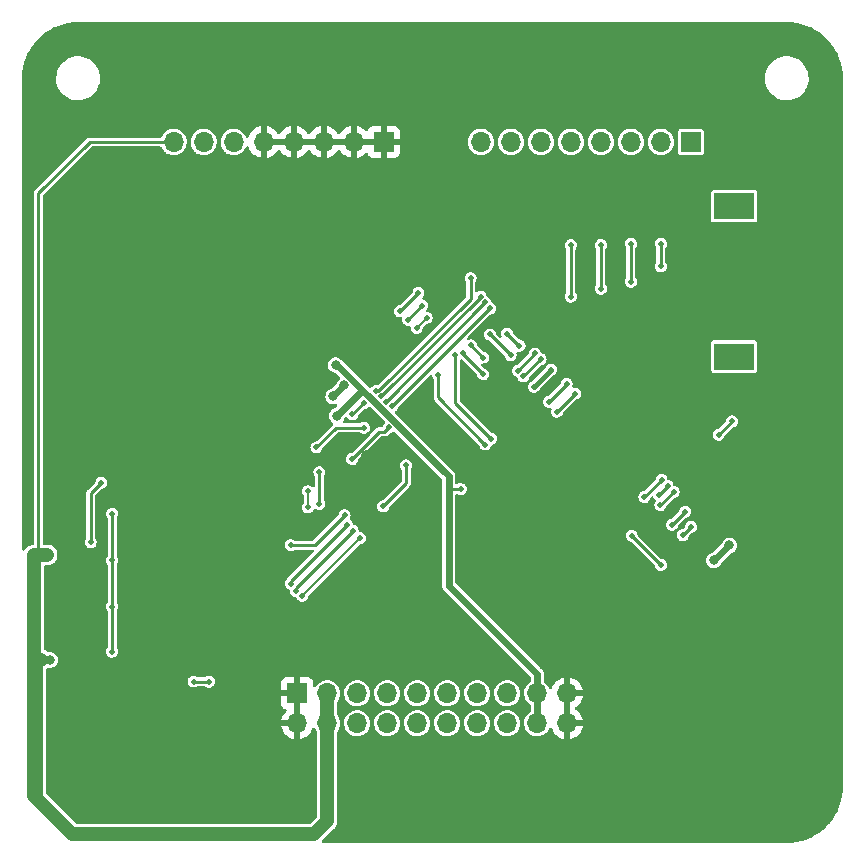
<source format=gbr>
%TF.GenerationSoftware,KiCad,Pcbnew,(6.0.9)*%
%TF.CreationDate,2022-11-26T13:31:22+01:00*%
%TF.ProjectId,MCU_PCB,4d43555f-5043-4422-9e6b-696361645f70,rev?*%
%TF.SameCoordinates,Original*%
%TF.FileFunction,Copper,L2,Bot*%
%TF.FilePolarity,Positive*%
%FSLAX46Y46*%
G04 Gerber Fmt 4.6, Leading zero omitted, Abs format (unit mm)*
G04 Created by KiCad (PCBNEW (6.0.9)) date 2022-11-26 13:31:22*
%MOMM*%
%LPD*%
G01*
G04 APERTURE LIST*
%TA.AperFunction,ComponentPad*%
%ADD10R,1.700000X1.700000*%
%TD*%
%TA.AperFunction,ComponentPad*%
%ADD11O,1.700000X1.700000*%
%TD*%
%TA.AperFunction,ComponentPad*%
%ADD12R,3.375000X2.250000*%
%TD*%
%TA.AperFunction,ViaPad*%
%ADD13C,0.800000*%
%TD*%
%TA.AperFunction,ViaPad*%
%ADD14C,0.500000*%
%TD*%
%TA.AperFunction,Conductor*%
%ADD15C,0.250000*%
%TD*%
%TA.AperFunction,Conductor*%
%ADD16C,1.200000*%
%TD*%
%TA.AperFunction,Conductor*%
%ADD17C,0.600000*%
%TD*%
%TA.AperFunction,Conductor*%
%ADD18C,0.200000*%
%TD*%
%TA.AperFunction,Conductor*%
%ADD19C,0.400000*%
%TD*%
G04 APERTURE END LIST*
D10*
%TO.P,J1,1,Pin_1*%
%TO.N,GND*%
X116150000Y-120675000D03*
D11*
%TO.P,J1,2,Pin_2*%
X116150000Y-123215000D03*
%TO.P,J1,3,Pin_3*%
%TO.N,+4V*%
X118690000Y-120675000D03*
%TO.P,J1,4,Pin_4*%
X118690000Y-123215000D03*
%TO.P,J1,5,Pin_5*%
%TO.N,unconnected-(J1-Pad5)*%
X121230000Y-120675000D03*
%TO.P,J1,6,Pin_6*%
%TO.N,unconnected-(J1-Pad6)*%
X121230000Y-123215000D03*
%TO.P,J1,7,Pin_7*%
%TO.N,/IO/ADC_VBAT*%
X123770000Y-120675000D03*
%TO.P,J1,8,Pin_8*%
%TO.N,unconnected-(J1-Pad8)*%
X123770000Y-123215000D03*
%TO.P,J1,9,Pin_9*%
%TO.N,/IO/ADC_3.3V*%
X126310000Y-120675000D03*
%TO.P,J1,10,Pin_10*%
%TO.N,/IO/COM_RX*%
X126310000Y-123215000D03*
%TO.P,J1,11,Pin_11*%
%TO.N,/IO/ADC_4V*%
X128850000Y-120675000D03*
%TO.P,J1,12,Pin_12*%
%TO.N,/IO/COM_TX*%
X128850000Y-123215000D03*
%TO.P,J1,13,Pin_13*%
%TO.N,/IO/ROPE_CUT*%
X131390000Y-120675000D03*
%TO.P,J1,14,Pin_14*%
%TO.N,unconnected-(J1-Pad14)*%
X131390000Y-123215000D03*
%TO.P,J1,15,Pin_15*%
%TO.N,/IO/BUZZER*%
X133930000Y-120675000D03*
%TO.P,J1,16,Pin_16*%
%TO.N,unconnected-(J1-Pad16)*%
X133930000Y-123215000D03*
%TO.P,J1,17,Pin_17*%
%TO.N,+3V3*%
X136470000Y-120675000D03*
%TO.P,J1,18,Pin_18*%
X136470000Y-123215000D03*
%TO.P,J1,19,Pin_19*%
%TO.N,GND*%
X139010000Y-120675000D03*
%TO.P,J1,20,Pin_20*%
X139010000Y-123215000D03*
%TD*%
D10*
%TO.P,J3,1,Pin_1*%
%TO.N,/CAM_SENS/MOSI*%
X149475000Y-74000000D03*
D11*
%TO.P,J3,2,Pin_2*%
%TO.N,/CAM_SENS/MISO*%
X146935000Y-74000000D03*
%TO.P,J3,3,Pin_3*%
%TO.N,/CAM_SENS/CLK*%
X144395000Y-74000000D03*
%TO.P,J3,4,Pin_4*%
%TO.N,/IO/SW_IO*%
X141855000Y-74000000D03*
%TO.P,J3,5,Pin_5*%
%TO.N,/IO/SW_CLK*%
X139315000Y-74000000D03*
%TO.P,J3,6,Pin_6*%
%TO.N,/IO/~{RST}*%
X136775000Y-74000000D03*
%TO.P,J3,7,Pin_7*%
%TO.N,/IO/TX*%
X134235000Y-74000000D03*
%TO.P,J3,8,Pin_8*%
%TO.N,/IO/RX*%
X131695000Y-74000000D03*
%TD*%
D12*
%TO.P,J7,MH1,MH1*%
%TO.N,unconnected-(J7-PadMH1)*%
X153140000Y-79430000D03*
%TO.P,J7,MH2,MH2*%
%TO.N,unconnected-(J7-PadMH2)*%
X153140000Y-92170000D03*
%TD*%
D10*
%TO.P,J2,1,Pin_1*%
%TO.N,GND*%
X123475000Y-74000000D03*
D11*
%TO.P,J2,2,Pin_2*%
X120935000Y-74000000D03*
%TO.P,J2,3,Pin_3*%
X118395000Y-74000000D03*
%TO.P,J2,4,Pin_4*%
X115855000Y-74000000D03*
%TO.P,J2,5,Pin_5*%
X113315000Y-74000000D03*
%TO.P,J2,6,Pin_6*%
%TO.N,+3V3*%
X110775000Y-74000000D03*
%TO.P,J2,7,Pin_7*%
%TO.N,+BATT*%
X108235000Y-74000000D03*
%TO.P,J2,8,Pin_8*%
%TO.N,+4V*%
X105695000Y-74000000D03*
%TD*%
D13*
%TO.N,GND*%
X135819150Y-104668550D03*
X127500000Y-103250000D03*
X130500000Y-100250000D03*
X110750000Y-112500000D03*
D14*
X102768400Y-117703600D03*
D13*
X102083341Y-87213615D03*
X102997000Y-91313000D03*
D14*
X105181400Y-115239800D03*
D13*
X143500000Y-94000000D03*
X142730098Y-107747082D03*
X113919000Y-97282000D03*
X115000000Y-90000000D03*
X98754204Y-86913789D03*
X115000000Y-83000000D03*
X145694400Y-78079600D03*
X110750000Y-107500000D03*
X118000000Y-88000000D03*
X109750000Y-113750000D03*
X154500000Y-96500000D03*
X100883341Y-89477615D03*
X100500000Y-121000000D03*
X107137200Y-100914200D03*
D14*
X114731800Y-111099600D03*
D13*
X148158200Y-78079600D03*
X102763682Y-88299230D03*
X108839000Y-97282000D03*
X112500000Y-116250000D03*
X104000000Y-80000000D03*
X96647000Y-103759000D03*
X99644200Y-101676200D03*
X98679000Y-130302000D03*
X151169050Y-101467390D03*
X146250000Y-100000000D03*
X112500000Y-95000000D03*
X140614400Y-78079600D03*
X116205000Y-84963000D03*
X141483350Y-112415550D03*
X124491034Y-83487754D03*
D14*
X105130600Y-111683800D03*
D13*
X148158200Y-79857600D03*
X100000000Y-96000000D03*
X110617000Y-130302000D03*
X106750000Y-123750000D03*
X138074400Y-80441800D03*
X143103600Y-81864200D03*
X102057200Y-101676200D03*
X110750000Y-111250000D03*
X96266000Y-127508000D03*
X98426297Y-87864110D03*
X139176455Y-99490086D03*
X140614400Y-76174600D03*
X112000000Y-80000000D03*
X141762750Y-114295150D03*
X109750000Y-106250000D03*
X128000000Y-83000000D03*
X112344200Y-100914200D03*
X98000000Y-119500000D03*
X158250000Y-101250000D03*
X141750000Y-95500000D03*
X130250000Y-107250000D03*
X124714000Y-92303600D03*
X142575550Y-113507750D03*
X110750000Y-106250000D03*
X146500000Y-91000000D03*
X140614400Y-79857600D03*
X102035435Y-91606302D03*
X104479187Y-87017407D03*
X102150297Y-85260110D03*
X145000000Y-92250000D03*
X97663000Y-101066600D03*
X135610600Y-81889600D03*
X103820867Y-90736912D03*
X107000000Y-104000000D03*
X155750000Y-97500000D03*
X132892800Y-78562200D03*
X106172000Y-97282000D03*
X131750000Y-95250000D03*
X143103600Y-79857600D03*
X113665000Y-130302000D03*
X101030297Y-91588110D03*
X138074400Y-82016600D03*
X124000000Y-81500000D03*
X96266000Y-123698000D03*
X98408105Y-88869248D03*
X127000000Y-85500000D03*
X140614400Y-81864200D03*
X134340600Y-113741200D03*
X140416550Y-111399550D03*
X109750000Y-108750000D03*
X100203000Y-88392000D03*
X121970800Y-100533200D03*
X95834200Y-100025200D03*
X118000000Y-86000000D03*
X104754297Y-88984110D03*
X145694400Y-76174600D03*
X137500000Y-89500000D03*
X148158200Y-76174600D03*
D14*
X106603800Y-118084600D03*
D13*
X108331000Y-125476000D03*
X121500000Y-79500000D03*
X125501400Y-91414600D03*
X143103600Y-78079600D03*
X103100618Y-85588017D03*
X102870000Y-130302000D03*
X98701407Y-89830813D03*
X135610600Y-79679800D03*
X132892800Y-76454000D03*
X121250000Y-87250000D03*
X117348000Y-89662000D03*
X152000000Y-96500000D03*
D14*
X117475000Y-81330800D03*
D13*
X124688600Y-90830400D03*
X114000000Y-81000000D03*
X110000000Y-79000000D03*
X100183594Y-85535220D03*
X135610600Y-83540600D03*
X115500000Y-105500000D03*
X109750000Y-111250000D03*
X110750000Y-113750000D03*
X121843800Y-92354400D03*
X109931200Y-100914200D03*
X132892800Y-84582000D03*
D14*
X102768400Y-109880400D03*
D13*
X100079976Y-91260203D03*
X120750000Y-84500000D03*
X103500000Y-121000000D03*
X103903099Y-86193540D03*
X104772489Y-87978972D03*
X134250000Y-98750000D03*
X141250000Y-91250000D03*
X110250000Y-115500000D03*
X122250000Y-86000000D03*
X104749600Y-101269800D03*
X106750000Y-121000000D03*
X112500000Y-92000000D03*
X157242237Y-106479481D03*
X138074400Y-78841600D03*
X149992418Y-97742929D03*
X148739936Y-109236476D03*
X129500000Y-85000000D03*
X143000000Y-97000000D03*
X127235167Y-106728022D03*
D14*
X102768400Y-105968800D03*
D13*
X133604000Y-118237000D03*
X119000000Y-78000000D03*
X110750000Y-110000000D03*
X144500000Y-98500000D03*
X143000000Y-102750000D03*
X110617000Y-127889000D03*
X116250000Y-103000000D03*
X116078000Y-96520000D03*
X104426390Y-89934431D03*
X109750000Y-112500000D03*
X152806400Y-104622600D03*
X132892800Y-80543400D03*
X155500000Y-110000000D03*
X99359727Y-86111308D03*
D14*
X105156000Y-107315000D03*
D13*
X101145159Y-85241918D03*
X140518150Y-113304550D03*
X100803000Y-87260000D03*
X109500000Y-117000000D03*
X156000000Y-107750000D03*
X148250000Y-99250000D03*
X104750000Y-104000000D03*
X158235167Y-102978097D03*
X123444000Y-107950000D03*
X127889000Y-112522000D03*
X129000000Y-87500000D03*
X115500000Y-78000000D03*
X107000000Y-80000000D03*
X103000000Y-96000000D03*
X154864432Y-108778897D03*
X115500000Y-107000000D03*
X109500000Y-104000000D03*
X96266000Y-120777000D03*
X109500000Y-118750000D03*
X111237754Y-117743366D03*
D14*
X102717600Y-113792000D03*
D13*
X126315452Y-81240598D03*
X139425950Y-112186950D03*
X143103600Y-76174600D03*
X156000000Y-115250000D03*
X120573800Y-92354400D03*
X128250000Y-98500000D03*
D14*
X153815329Y-98906669D03*
D13*
X132892800Y-82473800D03*
X122783600Y-101320600D03*
X158000000Y-105250000D03*
X123494800Y-90855800D03*
X155730248Y-111245772D03*
X112500000Y-90000000D03*
X148750000Y-90750000D03*
X144480790Y-105499925D03*
X114250000Y-104000000D03*
X122504200Y-91287600D03*
X106934000Y-130302000D03*
X123291600Y-92329000D03*
X115265200Y-100787200D03*
X125730000Y-110490000D03*
X110750000Y-108750000D03*
X113665000Y-128016000D03*
D14*
X99060000Y-110337600D03*
D13*
X135585200Y-77266800D03*
X145694400Y-79857600D03*
X121996200Y-102082600D03*
X145694400Y-81864200D03*
X99277495Y-90654680D03*
X111379000Y-97282000D03*
X98000000Y-95000000D03*
X111750000Y-104000000D03*
X102163682Y-89431230D03*
X109750000Y-107500000D03*
X158250000Y-99500000D03*
X109750000Y-110000000D03*
X119126000Y-91186000D03*
X155750000Y-113000000D03*
X148158200Y-81864200D03*
%TO.N,+4V*%
X94488000Y-117856000D03*
X95250000Y-117856000D03*
X94234000Y-108966000D03*
X94996000Y-108966000D03*
%TO.N,+BATT*%
X119192411Y-95539189D03*
X120135468Y-94596132D03*
D14*
%TO.N,/IO/COM_RX*%
X117070489Y-104927400D03*
X117067814Y-103555538D03*
D13*
%TO.N,+3V3*%
X151437711Y-109420289D03*
D14*
X100482400Y-113333800D03*
D13*
X119507000Y-97180400D03*
D14*
X100482400Y-105459800D03*
X100482400Y-117144800D03*
D13*
X119406740Y-92886460D03*
X152739989Y-108143411D03*
D14*
X137647923Y-93263477D03*
X100482400Y-109422200D03*
X129997200Y-103378000D03*
X136202177Y-94709223D03*
%TO.N,/IO/COM_TX*%
X118025816Y-101952939D03*
X118034720Y-104637831D03*
%TO.N,/IO/TX*%
X132080000Y-87579200D03*
X123672600Y-96012000D03*
%TO.N,/IO/RX*%
X123230167Y-95540033D03*
X131673600Y-87096600D03*
%TO.N,/IO/~{RST}*%
X132486400Y-88087200D03*
X123919210Y-98167744D03*
X124180600Y-96367600D03*
X120802400Y-100838000D03*
%TO.N,/IO/SW_IO*%
X141859000Y-86424500D03*
X141859000Y-82712500D03*
X136758923Y-92374477D03*
X135304781Y-93827600D03*
%TO.N,/IO/SW_CLK*%
X136289023Y-91904577D03*
X139313138Y-82727407D03*
X139311111Y-87088711D03*
X134823200Y-93370400D03*
%TO.N,/CAM_SENS/MOSI*%
X146900900Y-104736900D03*
X132461000Y-90297000D03*
X148011123Y-103626677D03*
X125552346Y-89035744D03*
X134213600Y-92049600D03*
X126733599Y-87845601D03*
%TO.N,/CAM_SENS/MISO*%
X133918775Y-90230775D03*
X146939000Y-84531200D03*
X131899475Y-92250075D03*
X124845591Y-88328989D03*
X126415800Y-86766400D03*
X146939000Y-82612500D03*
X147886177Y-106393223D03*
X149009100Y-105295700D03*
X134968223Y-91254823D03*
X130860800Y-91226154D03*
%TO.N,/CAM_SENS/CLK*%
X148787877Y-107294923D03*
X152981411Y-97637319D03*
X149491700Y-106591100D03*
X127106923Y-88894677D03*
X130175000Y-91897200D03*
X151824918Y-98793926D03*
X144399000Y-82612500D03*
X131902200Y-93649800D03*
X126259101Y-89742499D03*
X144399000Y-85826600D03*
X146761200Y-103860600D03*
X147503123Y-103118677D03*
%TO.N,/MUX/~{SD_CARD_SS}*%
X146944323Y-109809523D03*
X144469877Y-107335077D03*
%TO.N,/CAM_SENS/HB_0*%
X121468123Y-107538277D03*
X125374400Y-101371400D03*
X123428411Y-104841389D03*
X107374100Y-119679038D03*
X108673100Y-119687453D03*
X116580677Y-112425723D03*
%TO.N,/CAM_SENS/HB_1*%
X99568000Y-102844600D03*
X117779800Y-99847400D03*
X98662000Y-107892000D03*
X121810300Y-98196400D03*
%TO.N,/MCU/LED_0*%
X122785666Y-95095534D03*
X120827800Y-97053400D03*
X121767600Y-96113600D03*
X130835400Y-85521800D03*
%TO.N,/MCU/MUX_EN_1*%
X120159300Y-105587800D03*
X115595400Y-108127800D03*
%TO.N,/MUX/~{IMU_SS}*%
X129540000Y-91998800D03*
X132570156Y-99118356D03*
%TO.N,/MUX/~{MAG_SS}*%
X146995123Y-102610677D03*
X145549377Y-104056423D03*
%TO.N,/MUX/~{RTC_OUT}*%
X132074856Y-99613656D03*
X128080178Y-93688578D03*
%TO.N,/MCU/S1_CAM*%
X120350523Y-106420677D03*
X115627849Y-111402050D03*
%TO.N,/MCU/S0_CAM*%
X116027200Y-112014000D03*
X120845823Y-106915977D03*
%TO.N,/CAM_SENS/~{BME680_SS}*%
X138963400Y-94488000D03*
X137472177Y-95979223D03*
%TO.N,/CAM_SENS/~{TEMP_OUT_SS}*%
X138150600Y-96824800D03*
X139679923Y-95295477D03*
%TD*%
D15*
%TO.N,+4V*%
X94234000Y-78333600D02*
X98567600Y-74000000D01*
X95250000Y-117856000D02*
X94488000Y-117856000D01*
D16*
X93853000Y-129336800D02*
X93853000Y-118033800D01*
D15*
X94234000Y-108966000D02*
X94234000Y-117602000D01*
X117348000Y-132588000D02*
X117602000Y-132588000D01*
X94234000Y-108966000D02*
X94234000Y-78333600D01*
D16*
X118690000Y-131500000D02*
X117602000Y-132588000D01*
D15*
X94488000Y-117856000D02*
X94996000Y-117856000D01*
X94996000Y-117856000D02*
X95250000Y-117856000D01*
D16*
X97104200Y-132588000D02*
X93853000Y-129336800D01*
X117348000Y-132588000D02*
X97104200Y-132588000D01*
D15*
X117856000Y-132588000D02*
X118690000Y-131754000D01*
X94234000Y-117602000D02*
X94488000Y-117856000D01*
D16*
X93853000Y-108991400D02*
X93827600Y-108966000D01*
D15*
X94488000Y-117856000D02*
X94488000Y-130302000D01*
D16*
X94030800Y-117856000D02*
X93853000Y-118033800D01*
X118690000Y-123215000D02*
X118690000Y-131500000D01*
D15*
X117602000Y-132588000D02*
X117856000Y-132588000D01*
X94234000Y-108966000D02*
X94996000Y-108966000D01*
D16*
X94488000Y-117856000D02*
X94030800Y-117856000D01*
D15*
X94488000Y-130302000D02*
X96774000Y-132588000D01*
X98567600Y-74000000D02*
X105695000Y-74000000D01*
D16*
X118690000Y-120675000D02*
X118690000Y-123215000D01*
X93853000Y-118033800D02*
X93853000Y-108991400D01*
D15*
X118690000Y-131754000D02*
X118690000Y-123215000D01*
D16*
X93827600Y-108966000D02*
X94996000Y-108966000D01*
D15*
X96774000Y-132588000D02*
X117348000Y-132588000D01*
D17*
%TO.N,+BATT*%
X119192411Y-95539189D02*
X120135468Y-94596132D01*
D18*
%TO.N,/IO/COM_RX*%
X117067814Y-103555538D02*
X117068600Y-103556324D01*
X117068600Y-104925511D02*
X117070489Y-104927400D01*
X117068600Y-103556324D02*
X117068600Y-104925511D01*
D17*
%TO.N,+3V3*%
X136470000Y-119045600D02*
X128981200Y-111556800D01*
D15*
X100482400Y-117195600D02*
X100482400Y-113333800D01*
D17*
X151463111Y-109420289D02*
X151437711Y-109420289D01*
X152739989Y-108143411D02*
X151463111Y-109420289D01*
X136470000Y-120675000D02*
X136470000Y-123215000D01*
X136470000Y-120675000D02*
X136470000Y-119045600D01*
D19*
X136202177Y-94709223D02*
X137647923Y-93263477D01*
D17*
X119507000Y-97163283D02*
X121636183Y-95034100D01*
X119507000Y-97180400D02*
X119507000Y-97163283D01*
D15*
X100482400Y-109422200D02*
X100482400Y-113333800D01*
D17*
X128981200Y-103378000D02*
X128981200Y-102311200D01*
X128981200Y-102311200D02*
X121666000Y-94996000D01*
X119556460Y-92886460D02*
X119406740Y-92886460D01*
D15*
X129997200Y-103378000D02*
X128981200Y-103378000D01*
D17*
X128981200Y-111556800D02*
X128981200Y-103378000D01*
D15*
X100482400Y-105459800D02*
X100482400Y-109422200D01*
D17*
X121920000Y-95250000D02*
X119556460Y-92886460D01*
D15*
%TO.N,/IO/COM_TX*%
X118025816Y-101952939D02*
X118033800Y-101960923D01*
X118033800Y-104636911D02*
X118034720Y-104637831D01*
X118033800Y-101960923D02*
X118033800Y-104636911D01*
D18*
%TO.N,/IO/TX*%
X123672600Y-95986600D02*
X123672600Y-96012000D01*
D15*
X132080000Y-87579200D02*
X123672600Y-95986600D01*
%TO.N,/IO/RX*%
X131673600Y-87096600D02*
X123230167Y-95540033D01*
%TO.N,/IO/~{RST}*%
X123919210Y-98167744D02*
X123534954Y-98552000D01*
X123063000Y-98552000D02*
X120802400Y-100812600D01*
X132486400Y-88087200D02*
X124206000Y-96367600D01*
D18*
X124206000Y-96367600D02*
X124180600Y-96367600D01*
D15*
X123534954Y-98552000D02*
X123063000Y-98552000D01*
D18*
X120802400Y-100812600D02*
X120802400Y-100838000D01*
D15*
%TO.N,/IO/SW_IO*%
X136758923Y-92374477D02*
X136757904Y-92374477D01*
X136757904Y-92374477D02*
X135304781Y-93827600D01*
X141859000Y-86424500D02*
X141859000Y-82712500D01*
%TO.N,/IO/SW_CLK*%
X136289023Y-91904577D02*
X134823200Y-93370400D01*
X139313138Y-82727407D02*
X139313138Y-87086684D01*
D18*
%TO.N,/CAM_SENS/MOSI*%
X125552346Y-89035744D02*
X125552346Y-89026854D01*
D15*
X148011123Y-103626677D02*
X146900900Y-104736900D01*
X134213600Y-92049600D02*
X132461000Y-90297000D01*
X125552346Y-89026854D02*
X126733599Y-87845601D01*
%TO.N,/CAM_SENS/MISO*%
X147911577Y-106393223D02*
X149009100Y-105295700D01*
X126408180Y-86766400D02*
X124845591Y-88328989D01*
X134968223Y-91254823D02*
X133944175Y-90230775D01*
X126415800Y-86766400D02*
X126408180Y-86766400D01*
X147886177Y-106393223D02*
X147911577Y-106393223D01*
X130875554Y-91226154D02*
X131899475Y-92250075D01*
X133944175Y-90230775D02*
X133918775Y-90230775D01*
X146939000Y-84531200D02*
X146939000Y-82612500D01*
X130860800Y-91226154D02*
X130875554Y-91226154D01*
%TO.N,/CAM_SENS/CLK*%
X151824918Y-98793812D02*
X152981411Y-97637319D01*
X147503123Y-103118677D02*
X146761200Y-103860600D01*
X144399000Y-85826600D02*
X144399000Y-82612500D01*
X148787877Y-107294923D02*
X149491700Y-106591100D01*
D18*
X127106923Y-88894677D02*
X126259101Y-89742499D01*
D15*
X130175000Y-91897200D02*
X130175000Y-91922600D01*
X130175000Y-91922600D02*
X131902200Y-93649800D01*
%TO.N,/MUX/~{SD_CARD_SS}*%
X144469877Y-107335077D02*
X146944323Y-109809523D01*
%TO.N,/CAM_SENS/HB_0*%
X125374400Y-101371400D02*
X125374400Y-102895400D01*
X125374400Y-102895400D02*
X123428411Y-104841389D01*
X107382515Y-119687453D02*
X107374100Y-119679038D01*
D18*
X121468123Y-107538277D02*
X116580677Y-112425723D01*
D15*
X108673100Y-119687453D02*
X107382515Y-119687453D01*
%TO.N,/CAM_SENS/HB_1*%
X121810300Y-98196400D02*
X119430800Y-98196400D01*
X119430800Y-98196400D02*
X117779800Y-99847400D01*
X98662000Y-103750600D02*
X98662000Y-107892000D01*
X99568000Y-102844600D02*
X98662000Y-103750600D01*
%TO.N,/MCU/LED_0*%
X123003605Y-95095534D02*
X122785666Y-95095534D01*
X130835400Y-85521800D02*
X130835400Y-87263739D01*
X130835400Y-87263739D02*
X123003605Y-95095534D01*
X121767600Y-96113600D02*
X120827800Y-97053400D01*
%TO.N,/MCU/MUX_EN_1*%
X120159300Y-105587800D02*
X120159300Y-105608414D01*
X120159300Y-105608414D02*
X117639914Y-108127800D01*
X117639914Y-108127800D02*
X115595400Y-108127800D01*
%TO.N,/MUX/~{IMU_SS}*%
X129540000Y-96088200D02*
X129540000Y-91998800D01*
X132570156Y-99118356D02*
X129540000Y-96088200D01*
%TO.N,/MUX/~{MAG_SS}*%
X145549377Y-104056423D02*
X146995123Y-102610677D01*
%TO.N,/MUX/~{RTC_OUT}*%
X128080178Y-95618978D02*
X128080178Y-93688578D01*
X132074856Y-99613656D02*
X128080178Y-95618978D01*
%TO.N,/MCU/S1_CAM*%
X120350523Y-106420677D02*
X120350523Y-106427497D01*
X120350523Y-106427497D02*
X115627849Y-111150171D01*
X115627849Y-111150171D02*
X115627849Y-111402050D01*
%TO.N,/MCU/S0_CAM*%
X116027200Y-111734600D02*
X116027200Y-112014000D01*
X120845823Y-106915977D02*
X116027200Y-111734600D01*
%TO.N,/CAM_SENS/~{BME680_SS}*%
X137472177Y-95979223D02*
X138963400Y-94488000D01*
%TO.N,/CAM_SENS/~{TEMP_OUT_SS}*%
X138150600Y-96824800D02*
X139679923Y-95295477D01*
%TD*%
%TA.AperFunction,Conductor*%
%TO.N,GND*%
G36*
X157587103Y-63856921D02*
G01*
X157600000Y-63859486D01*
X157612170Y-63857065D01*
X157622599Y-63857065D01*
X157635735Y-63856060D01*
X157956412Y-63870061D01*
X158008103Y-63872318D01*
X158019051Y-63873276D01*
X158418604Y-63925878D01*
X158429413Y-63927785D01*
X158822854Y-64015008D01*
X158833471Y-64017853D01*
X159217813Y-64139036D01*
X159228128Y-64142789D01*
X159600468Y-64297017D01*
X159610412Y-64301655D01*
X159895219Y-64449916D01*
X159967867Y-64487734D01*
X159977387Y-64493230D01*
X160317262Y-64709755D01*
X160326266Y-64716059D01*
X160645993Y-64961393D01*
X160654397Y-64968445D01*
X160730501Y-65038182D01*
X160951519Y-65240709D01*
X160959291Y-65248481D01*
X161070515Y-65369860D01*
X161231555Y-65545603D01*
X161238607Y-65554007D01*
X161368743Y-65723604D01*
X161483941Y-65873734D01*
X161490245Y-65882738D01*
X161706770Y-66222613D01*
X161712266Y-66232133D01*
X161898341Y-66589579D01*
X161902983Y-66599532D01*
X162033903Y-66915602D01*
X162057208Y-66971865D01*
X162060964Y-66982187D01*
X162172712Y-67336605D01*
X162182147Y-67366528D01*
X162184992Y-67377145D01*
X162239150Y-67621435D01*
X162272214Y-67770579D01*
X162274122Y-67781396D01*
X162317296Y-68109338D01*
X162326724Y-68180948D01*
X162327682Y-68191898D01*
X162343940Y-68564265D01*
X162342935Y-68577401D01*
X162342935Y-68587830D01*
X162340514Y-68600000D01*
X162342935Y-68612170D01*
X162343079Y-68612894D01*
X162345500Y-68637476D01*
X162345500Y-128562524D01*
X162343079Y-128587103D01*
X162340514Y-128600000D01*
X162342935Y-128612170D01*
X162342935Y-128622599D01*
X162343940Y-128635735D01*
X162327682Y-129008102D01*
X162326724Y-129019051D01*
X162289626Y-129300842D01*
X162274123Y-129418596D01*
X162272215Y-129429413D01*
X162208616Y-129716291D01*
X162184992Y-129822854D01*
X162182147Y-129833471D01*
X162124159Y-130017388D01*
X162060967Y-130217806D01*
X162057208Y-130228135D01*
X161902987Y-130600459D01*
X161898341Y-130610421D01*
X161712266Y-130967867D01*
X161706770Y-130977387D01*
X161490245Y-131317262D01*
X161483941Y-131326266D01*
X161238607Y-131645993D01*
X161231555Y-131654397D01*
X161161708Y-131730621D01*
X160959291Y-131951519D01*
X160951519Y-131959291D01*
X160811785Y-132087335D01*
X160654397Y-132231555D01*
X160645993Y-132238607D01*
X160411664Y-132418413D01*
X160326266Y-132483941D01*
X160317262Y-132490245D01*
X159977387Y-132706770D01*
X159967868Y-132712265D01*
X159610412Y-132898345D01*
X159600468Y-132902983D01*
X159228128Y-133057211D01*
X159217813Y-133060964D01*
X158833472Y-133182147D01*
X158822855Y-133184992D01*
X158429413Y-133272215D01*
X158418604Y-133274122D01*
X158028364Y-133325498D01*
X158019052Y-133326724D01*
X158008103Y-133327682D01*
X157956412Y-133329939D01*
X157635735Y-133343940D01*
X157622599Y-133342935D01*
X157612170Y-133342935D01*
X157600000Y-133340514D01*
X157587103Y-133343079D01*
X157562524Y-133345500D01*
X118357135Y-133345500D01*
X118289014Y-133325498D01*
X118242521Y-133271842D01*
X118232417Y-133201568D01*
X118261911Y-133136988D01*
X118268040Y-133130405D01*
X119265064Y-132133382D01*
X119272831Y-132126239D01*
X119307240Y-132097161D01*
X119312454Y-132092755D01*
X119361583Y-132028496D01*
X119363438Y-132026131D01*
X119409846Y-131968411D01*
X119409847Y-131968410D01*
X119414120Y-131963095D01*
X119417153Y-131956986D01*
X119418893Y-131954265D01*
X119419158Y-131953886D01*
X119419177Y-131953855D01*
X119419405Y-131953441D01*
X119421071Y-131950690D01*
X119425219Y-131945264D01*
X119459390Y-131871982D01*
X119460725Y-131869209D01*
X119496671Y-131796798D01*
X119498321Y-131790180D01*
X119499433Y-131787158D01*
X119499609Y-131786735D01*
X119499630Y-131786676D01*
X119499763Y-131786224D01*
X119500797Y-131783187D01*
X119503682Y-131777000D01*
X119521318Y-131698100D01*
X119522027Y-131695104D01*
X119539936Y-131623278D01*
X119539937Y-131623270D01*
X119541587Y-131616653D01*
X119541778Y-131609832D01*
X119542217Y-131606625D01*
X119542377Y-131605736D01*
X119543054Y-131600860D01*
X119544182Y-131595812D01*
X119544500Y-131590124D01*
X119544500Y-131514110D01*
X119544549Y-131510592D01*
X119545504Y-131476396D01*
X119546770Y-131431066D01*
X119545491Y-131424360D01*
X119544944Y-131417563D01*
X119545471Y-131417521D01*
X119544500Y-131407257D01*
X119544500Y-123960543D01*
X119564502Y-123892422D01*
X119573626Y-123879973D01*
X119600453Y-123847718D01*
X119600455Y-123847715D01*
X119604147Y-123843276D01*
X119703334Y-123666165D01*
X119705190Y-123660698D01*
X119705192Y-123660693D01*
X119766728Y-123479414D01*
X119766729Y-123479409D01*
X119768584Y-123473945D01*
X119769412Y-123468236D01*
X119769413Y-123468231D01*
X119797179Y-123276727D01*
X119797712Y-123273053D01*
X119799232Y-123215000D01*
X119796564Y-123185964D01*
X120121148Y-123185964D01*
X120134424Y-123388522D01*
X120135845Y-123394118D01*
X120135846Y-123394123D01*
X120162187Y-123497837D01*
X120184392Y-123585269D01*
X120186809Y-123590512D01*
X120224010Y-123671208D01*
X120269377Y-123769616D01*
X120272710Y-123774332D01*
X120372119Y-123914993D01*
X120386533Y-123935389D01*
X120390675Y-123939424D01*
X120447637Y-123994913D01*
X120531938Y-124077035D01*
X120700720Y-124189812D01*
X120706023Y-124192090D01*
X120706026Y-124192092D01*
X120881921Y-124267662D01*
X120887228Y-124269942D01*
X120960244Y-124286464D01*
X121079579Y-124313467D01*
X121079584Y-124313468D01*
X121085216Y-124314742D01*
X121090987Y-124314969D01*
X121090989Y-124314969D01*
X121150756Y-124317317D01*
X121288053Y-124322712D01*
X121388499Y-124308148D01*
X121483231Y-124294413D01*
X121483236Y-124294412D01*
X121488945Y-124293584D01*
X121494409Y-124291729D01*
X121494414Y-124291728D01*
X121675693Y-124230192D01*
X121675698Y-124230190D01*
X121681165Y-124228334D01*
X121858276Y-124129147D01*
X121920934Y-124077035D01*
X121985696Y-124023172D01*
X122014345Y-123999345D01*
X122038172Y-123970696D01*
X122140453Y-123847718D01*
X122140455Y-123847715D01*
X122144147Y-123843276D01*
X122243334Y-123666165D01*
X122245190Y-123660698D01*
X122245192Y-123660693D01*
X122306728Y-123479414D01*
X122306729Y-123479409D01*
X122308584Y-123473945D01*
X122309412Y-123468236D01*
X122309413Y-123468231D01*
X122337179Y-123276727D01*
X122337712Y-123273053D01*
X122339232Y-123215000D01*
X122336564Y-123185964D01*
X122661148Y-123185964D01*
X122674424Y-123388522D01*
X122675845Y-123394118D01*
X122675846Y-123394123D01*
X122702187Y-123497837D01*
X122724392Y-123585269D01*
X122726809Y-123590512D01*
X122764010Y-123671208D01*
X122809377Y-123769616D01*
X122812710Y-123774332D01*
X122912119Y-123914993D01*
X122926533Y-123935389D01*
X122930675Y-123939424D01*
X122987637Y-123994913D01*
X123071938Y-124077035D01*
X123240720Y-124189812D01*
X123246023Y-124192090D01*
X123246026Y-124192092D01*
X123421921Y-124267662D01*
X123427228Y-124269942D01*
X123500244Y-124286464D01*
X123619579Y-124313467D01*
X123619584Y-124313468D01*
X123625216Y-124314742D01*
X123630987Y-124314969D01*
X123630989Y-124314969D01*
X123690756Y-124317317D01*
X123828053Y-124322712D01*
X123928499Y-124308148D01*
X124023231Y-124294413D01*
X124023236Y-124294412D01*
X124028945Y-124293584D01*
X124034409Y-124291729D01*
X124034414Y-124291728D01*
X124215693Y-124230192D01*
X124215698Y-124230190D01*
X124221165Y-124228334D01*
X124398276Y-124129147D01*
X124460934Y-124077035D01*
X124525696Y-124023172D01*
X124554345Y-123999345D01*
X124578172Y-123970696D01*
X124680453Y-123847718D01*
X124680455Y-123847715D01*
X124684147Y-123843276D01*
X124783334Y-123666165D01*
X124785190Y-123660698D01*
X124785192Y-123660693D01*
X124846728Y-123479414D01*
X124846729Y-123479409D01*
X124848584Y-123473945D01*
X124849412Y-123468236D01*
X124849413Y-123468231D01*
X124877179Y-123276727D01*
X124877712Y-123273053D01*
X124879232Y-123215000D01*
X124876564Y-123185964D01*
X125201148Y-123185964D01*
X125214424Y-123388522D01*
X125215845Y-123394118D01*
X125215846Y-123394123D01*
X125242187Y-123497837D01*
X125264392Y-123585269D01*
X125266809Y-123590512D01*
X125304010Y-123671208D01*
X125349377Y-123769616D01*
X125352710Y-123774332D01*
X125452119Y-123914993D01*
X125466533Y-123935389D01*
X125470675Y-123939424D01*
X125527637Y-123994913D01*
X125611938Y-124077035D01*
X125780720Y-124189812D01*
X125786023Y-124192090D01*
X125786026Y-124192092D01*
X125961921Y-124267662D01*
X125967228Y-124269942D01*
X126040244Y-124286464D01*
X126159579Y-124313467D01*
X126159584Y-124313468D01*
X126165216Y-124314742D01*
X126170987Y-124314969D01*
X126170989Y-124314969D01*
X126230756Y-124317317D01*
X126368053Y-124322712D01*
X126468499Y-124308148D01*
X126563231Y-124294413D01*
X126563236Y-124294412D01*
X126568945Y-124293584D01*
X126574409Y-124291729D01*
X126574414Y-124291728D01*
X126755693Y-124230192D01*
X126755698Y-124230190D01*
X126761165Y-124228334D01*
X126938276Y-124129147D01*
X127000934Y-124077035D01*
X127065696Y-124023172D01*
X127094345Y-123999345D01*
X127118172Y-123970696D01*
X127220453Y-123847718D01*
X127220455Y-123847715D01*
X127224147Y-123843276D01*
X127323334Y-123666165D01*
X127325190Y-123660698D01*
X127325192Y-123660693D01*
X127386728Y-123479414D01*
X127386729Y-123479409D01*
X127388584Y-123473945D01*
X127389412Y-123468236D01*
X127389413Y-123468231D01*
X127417179Y-123276727D01*
X127417712Y-123273053D01*
X127419232Y-123215000D01*
X127416564Y-123185964D01*
X127741148Y-123185964D01*
X127754424Y-123388522D01*
X127755845Y-123394118D01*
X127755846Y-123394123D01*
X127782187Y-123497837D01*
X127804392Y-123585269D01*
X127806809Y-123590512D01*
X127844010Y-123671208D01*
X127889377Y-123769616D01*
X127892710Y-123774332D01*
X127992119Y-123914993D01*
X128006533Y-123935389D01*
X128010675Y-123939424D01*
X128067637Y-123994913D01*
X128151938Y-124077035D01*
X128320720Y-124189812D01*
X128326023Y-124192090D01*
X128326026Y-124192092D01*
X128501921Y-124267662D01*
X128507228Y-124269942D01*
X128580244Y-124286464D01*
X128699579Y-124313467D01*
X128699584Y-124313468D01*
X128705216Y-124314742D01*
X128710987Y-124314969D01*
X128710989Y-124314969D01*
X128770756Y-124317317D01*
X128908053Y-124322712D01*
X129008499Y-124308148D01*
X129103231Y-124294413D01*
X129103236Y-124294412D01*
X129108945Y-124293584D01*
X129114409Y-124291729D01*
X129114414Y-124291728D01*
X129295693Y-124230192D01*
X129295698Y-124230190D01*
X129301165Y-124228334D01*
X129478276Y-124129147D01*
X129540934Y-124077035D01*
X129605696Y-124023172D01*
X129634345Y-123999345D01*
X129658172Y-123970696D01*
X129760453Y-123847718D01*
X129760455Y-123847715D01*
X129764147Y-123843276D01*
X129863334Y-123666165D01*
X129865190Y-123660698D01*
X129865192Y-123660693D01*
X129926728Y-123479414D01*
X129926729Y-123479409D01*
X129928584Y-123473945D01*
X129929412Y-123468236D01*
X129929413Y-123468231D01*
X129957179Y-123276727D01*
X129957712Y-123273053D01*
X129959232Y-123215000D01*
X129956564Y-123185964D01*
X130281148Y-123185964D01*
X130294424Y-123388522D01*
X130295845Y-123394118D01*
X130295846Y-123394123D01*
X130322187Y-123497837D01*
X130344392Y-123585269D01*
X130346809Y-123590512D01*
X130384010Y-123671208D01*
X130429377Y-123769616D01*
X130432710Y-123774332D01*
X130532119Y-123914993D01*
X130546533Y-123935389D01*
X130550675Y-123939424D01*
X130607637Y-123994913D01*
X130691938Y-124077035D01*
X130860720Y-124189812D01*
X130866023Y-124192090D01*
X130866026Y-124192092D01*
X131041921Y-124267662D01*
X131047228Y-124269942D01*
X131120244Y-124286464D01*
X131239579Y-124313467D01*
X131239584Y-124313468D01*
X131245216Y-124314742D01*
X131250987Y-124314969D01*
X131250989Y-124314969D01*
X131310756Y-124317317D01*
X131448053Y-124322712D01*
X131548499Y-124308148D01*
X131643231Y-124294413D01*
X131643236Y-124294412D01*
X131648945Y-124293584D01*
X131654409Y-124291729D01*
X131654414Y-124291728D01*
X131835693Y-124230192D01*
X131835698Y-124230190D01*
X131841165Y-124228334D01*
X132018276Y-124129147D01*
X132080934Y-124077035D01*
X132145696Y-124023172D01*
X132174345Y-123999345D01*
X132198172Y-123970696D01*
X132300453Y-123847718D01*
X132300455Y-123847715D01*
X132304147Y-123843276D01*
X132403334Y-123666165D01*
X132405190Y-123660698D01*
X132405192Y-123660693D01*
X132466728Y-123479414D01*
X132466729Y-123479409D01*
X132468584Y-123473945D01*
X132469412Y-123468236D01*
X132469413Y-123468231D01*
X132497179Y-123276727D01*
X132497712Y-123273053D01*
X132499232Y-123215000D01*
X132496564Y-123185964D01*
X132821148Y-123185964D01*
X132834424Y-123388522D01*
X132835845Y-123394118D01*
X132835846Y-123394123D01*
X132862187Y-123497837D01*
X132884392Y-123585269D01*
X132886809Y-123590512D01*
X132924010Y-123671208D01*
X132969377Y-123769616D01*
X132972710Y-123774332D01*
X133072119Y-123914993D01*
X133086533Y-123935389D01*
X133090675Y-123939424D01*
X133147637Y-123994913D01*
X133231938Y-124077035D01*
X133400720Y-124189812D01*
X133406023Y-124192090D01*
X133406026Y-124192092D01*
X133581921Y-124267662D01*
X133587228Y-124269942D01*
X133660244Y-124286464D01*
X133779579Y-124313467D01*
X133779584Y-124313468D01*
X133785216Y-124314742D01*
X133790987Y-124314969D01*
X133790989Y-124314969D01*
X133850756Y-124317317D01*
X133988053Y-124322712D01*
X134088499Y-124308148D01*
X134183231Y-124294413D01*
X134183236Y-124294412D01*
X134188945Y-124293584D01*
X134194409Y-124291729D01*
X134194414Y-124291728D01*
X134375693Y-124230192D01*
X134375698Y-124230190D01*
X134381165Y-124228334D01*
X134558276Y-124129147D01*
X134620934Y-124077035D01*
X134685696Y-124023172D01*
X134714345Y-123999345D01*
X134738172Y-123970696D01*
X134840453Y-123847718D01*
X134840455Y-123847715D01*
X134844147Y-123843276D01*
X134943334Y-123666165D01*
X134945190Y-123660698D01*
X134945192Y-123660693D01*
X135006728Y-123479414D01*
X135006729Y-123479409D01*
X135008584Y-123473945D01*
X135009412Y-123468236D01*
X135009413Y-123468231D01*
X135037179Y-123276727D01*
X135037712Y-123273053D01*
X135039232Y-123215000D01*
X135020658Y-123012859D01*
X135019090Y-123007299D01*
X134967125Y-122823046D01*
X134967124Y-122823044D01*
X134965557Y-122817487D01*
X134954978Y-122796033D01*
X134878331Y-122640609D01*
X134875776Y-122635428D01*
X134754320Y-122472779D01*
X134605258Y-122334987D01*
X134600375Y-122331906D01*
X134600371Y-122331903D01*
X134438464Y-122229748D01*
X134433581Y-122226667D01*
X134245039Y-122151446D01*
X134239379Y-122150320D01*
X134239375Y-122150319D01*
X134051613Y-122112971D01*
X134051610Y-122112971D01*
X134045946Y-122111844D01*
X134040171Y-122111768D01*
X134040167Y-122111768D01*
X133938793Y-122110441D01*
X133842971Y-122109187D01*
X133837274Y-122110166D01*
X133837273Y-122110166D01*
X133730367Y-122128536D01*
X133642910Y-122143564D01*
X133452463Y-122213824D01*
X133278010Y-122317612D01*
X133273670Y-122321418D01*
X133273666Y-122321421D01*
X133129733Y-122447648D01*
X133125392Y-122451455D01*
X133121817Y-122455990D01*
X133121816Y-122455991D01*
X133109715Y-122471341D01*
X132999720Y-122610869D01*
X132997031Y-122615980D01*
X132997029Y-122615983D01*
X132984073Y-122640609D01*
X132905203Y-122790515D01*
X132845007Y-122984378D01*
X132821148Y-123185964D01*
X132496564Y-123185964D01*
X132480658Y-123012859D01*
X132479090Y-123007299D01*
X132427125Y-122823046D01*
X132427124Y-122823044D01*
X132425557Y-122817487D01*
X132414978Y-122796033D01*
X132338331Y-122640609D01*
X132335776Y-122635428D01*
X132214320Y-122472779D01*
X132065258Y-122334987D01*
X132060375Y-122331906D01*
X132060371Y-122331903D01*
X131898464Y-122229748D01*
X131893581Y-122226667D01*
X131705039Y-122151446D01*
X131699379Y-122150320D01*
X131699375Y-122150319D01*
X131511613Y-122112971D01*
X131511610Y-122112971D01*
X131505946Y-122111844D01*
X131500171Y-122111768D01*
X131500167Y-122111768D01*
X131398793Y-122110441D01*
X131302971Y-122109187D01*
X131297274Y-122110166D01*
X131297273Y-122110166D01*
X131190367Y-122128536D01*
X131102910Y-122143564D01*
X130912463Y-122213824D01*
X130738010Y-122317612D01*
X130733670Y-122321418D01*
X130733666Y-122321421D01*
X130589733Y-122447648D01*
X130585392Y-122451455D01*
X130581817Y-122455990D01*
X130581816Y-122455991D01*
X130569715Y-122471341D01*
X130459720Y-122610869D01*
X130457031Y-122615980D01*
X130457029Y-122615983D01*
X130444073Y-122640609D01*
X130365203Y-122790515D01*
X130305007Y-122984378D01*
X130281148Y-123185964D01*
X129956564Y-123185964D01*
X129940658Y-123012859D01*
X129939090Y-123007299D01*
X129887125Y-122823046D01*
X129887124Y-122823044D01*
X129885557Y-122817487D01*
X129874978Y-122796033D01*
X129798331Y-122640609D01*
X129795776Y-122635428D01*
X129674320Y-122472779D01*
X129525258Y-122334987D01*
X129520375Y-122331906D01*
X129520371Y-122331903D01*
X129358464Y-122229748D01*
X129353581Y-122226667D01*
X129165039Y-122151446D01*
X129159379Y-122150320D01*
X129159375Y-122150319D01*
X128971613Y-122112971D01*
X128971610Y-122112971D01*
X128965946Y-122111844D01*
X128960171Y-122111768D01*
X128960167Y-122111768D01*
X128858793Y-122110441D01*
X128762971Y-122109187D01*
X128757274Y-122110166D01*
X128757273Y-122110166D01*
X128650367Y-122128536D01*
X128562910Y-122143564D01*
X128372463Y-122213824D01*
X128198010Y-122317612D01*
X128193670Y-122321418D01*
X128193666Y-122321421D01*
X128049733Y-122447648D01*
X128045392Y-122451455D01*
X128041817Y-122455990D01*
X128041816Y-122455991D01*
X128029715Y-122471341D01*
X127919720Y-122610869D01*
X127917031Y-122615980D01*
X127917029Y-122615983D01*
X127904073Y-122640609D01*
X127825203Y-122790515D01*
X127765007Y-122984378D01*
X127741148Y-123185964D01*
X127416564Y-123185964D01*
X127400658Y-123012859D01*
X127399090Y-123007299D01*
X127347125Y-122823046D01*
X127347124Y-122823044D01*
X127345557Y-122817487D01*
X127334978Y-122796033D01*
X127258331Y-122640609D01*
X127255776Y-122635428D01*
X127134320Y-122472779D01*
X126985258Y-122334987D01*
X126980375Y-122331906D01*
X126980371Y-122331903D01*
X126818464Y-122229748D01*
X126813581Y-122226667D01*
X126625039Y-122151446D01*
X126619379Y-122150320D01*
X126619375Y-122150319D01*
X126431613Y-122112971D01*
X126431610Y-122112971D01*
X126425946Y-122111844D01*
X126420171Y-122111768D01*
X126420167Y-122111768D01*
X126318793Y-122110441D01*
X126222971Y-122109187D01*
X126217274Y-122110166D01*
X126217273Y-122110166D01*
X126110367Y-122128536D01*
X126022910Y-122143564D01*
X125832463Y-122213824D01*
X125658010Y-122317612D01*
X125653670Y-122321418D01*
X125653666Y-122321421D01*
X125509733Y-122447648D01*
X125505392Y-122451455D01*
X125501817Y-122455990D01*
X125501816Y-122455991D01*
X125489715Y-122471341D01*
X125379720Y-122610869D01*
X125377031Y-122615980D01*
X125377029Y-122615983D01*
X125364073Y-122640609D01*
X125285203Y-122790515D01*
X125225007Y-122984378D01*
X125201148Y-123185964D01*
X124876564Y-123185964D01*
X124860658Y-123012859D01*
X124859090Y-123007299D01*
X124807125Y-122823046D01*
X124807124Y-122823044D01*
X124805557Y-122817487D01*
X124794978Y-122796033D01*
X124718331Y-122640609D01*
X124715776Y-122635428D01*
X124594320Y-122472779D01*
X124445258Y-122334987D01*
X124440375Y-122331906D01*
X124440371Y-122331903D01*
X124278464Y-122229748D01*
X124273581Y-122226667D01*
X124085039Y-122151446D01*
X124079379Y-122150320D01*
X124079375Y-122150319D01*
X123891613Y-122112971D01*
X123891610Y-122112971D01*
X123885946Y-122111844D01*
X123880171Y-122111768D01*
X123880167Y-122111768D01*
X123778793Y-122110441D01*
X123682971Y-122109187D01*
X123677274Y-122110166D01*
X123677273Y-122110166D01*
X123570367Y-122128536D01*
X123482910Y-122143564D01*
X123292463Y-122213824D01*
X123118010Y-122317612D01*
X123113670Y-122321418D01*
X123113666Y-122321421D01*
X122969733Y-122447648D01*
X122965392Y-122451455D01*
X122961817Y-122455990D01*
X122961816Y-122455991D01*
X122949715Y-122471341D01*
X122839720Y-122610869D01*
X122837031Y-122615980D01*
X122837029Y-122615983D01*
X122824073Y-122640609D01*
X122745203Y-122790515D01*
X122685007Y-122984378D01*
X122661148Y-123185964D01*
X122336564Y-123185964D01*
X122320658Y-123012859D01*
X122319090Y-123007299D01*
X122267125Y-122823046D01*
X122267124Y-122823044D01*
X122265557Y-122817487D01*
X122254978Y-122796033D01*
X122178331Y-122640609D01*
X122175776Y-122635428D01*
X122054320Y-122472779D01*
X121905258Y-122334987D01*
X121900375Y-122331906D01*
X121900371Y-122331903D01*
X121738464Y-122229748D01*
X121733581Y-122226667D01*
X121545039Y-122151446D01*
X121539379Y-122150320D01*
X121539375Y-122150319D01*
X121351613Y-122112971D01*
X121351610Y-122112971D01*
X121345946Y-122111844D01*
X121340171Y-122111768D01*
X121340167Y-122111768D01*
X121238793Y-122110441D01*
X121142971Y-122109187D01*
X121137274Y-122110166D01*
X121137273Y-122110166D01*
X121030367Y-122128536D01*
X120942910Y-122143564D01*
X120752463Y-122213824D01*
X120578010Y-122317612D01*
X120573670Y-122321418D01*
X120573666Y-122321421D01*
X120429733Y-122447648D01*
X120425392Y-122451455D01*
X120421817Y-122455990D01*
X120421816Y-122455991D01*
X120409715Y-122471341D01*
X120299720Y-122610869D01*
X120297031Y-122615980D01*
X120297029Y-122615983D01*
X120284073Y-122640609D01*
X120205203Y-122790515D01*
X120145007Y-122984378D01*
X120121148Y-123185964D01*
X119796564Y-123185964D01*
X119780658Y-123012859D01*
X119779090Y-123007299D01*
X119727125Y-122823046D01*
X119727124Y-122823044D01*
X119725557Y-122817487D01*
X119714978Y-122796033D01*
X119638331Y-122640609D01*
X119635776Y-122635428D01*
X119569542Y-122546730D01*
X119544810Y-122480180D01*
X119544500Y-122471341D01*
X119544500Y-121420543D01*
X119564502Y-121352422D01*
X119573626Y-121339973D01*
X119600453Y-121307718D01*
X119600455Y-121307715D01*
X119604147Y-121303276D01*
X119703334Y-121126165D01*
X119705190Y-121120698D01*
X119705192Y-121120693D01*
X119766728Y-120939414D01*
X119766729Y-120939409D01*
X119768584Y-120933945D01*
X119769412Y-120928236D01*
X119769413Y-120928231D01*
X119797179Y-120736727D01*
X119797712Y-120733053D01*
X119799232Y-120675000D01*
X119796564Y-120645964D01*
X120121148Y-120645964D01*
X120134424Y-120848522D01*
X120135845Y-120854118D01*
X120135846Y-120854123D01*
X120162187Y-120957837D01*
X120184392Y-121045269D01*
X120186809Y-121050512D01*
X120224010Y-121131208D01*
X120269377Y-121229616D01*
X120272710Y-121234332D01*
X120372119Y-121374993D01*
X120386533Y-121395389D01*
X120390675Y-121399424D01*
X120447637Y-121454913D01*
X120531938Y-121537035D01*
X120536742Y-121540245D01*
X120590980Y-121576486D01*
X120700720Y-121649812D01*
X120706023Y-121652090D01*
X120706026Y-121652092D01*
X120881921Y-121727662D01*
X120887228Y-121729942D01*
X120960244Y-121746464D01*
X121079579Y-121773467D01*
X121079584Y-121773468D01*
X121085216Y-121774742D01*
X121090987Y-121774969D01*
X121090989Y-121774969D01*
X121150756Y-121777317D01*
X121288053Y-121782712D01*
X121388499Y-121768148D01*
X121483231Y-121754413D01*
X121483236Y-121754412D01*
X121488945Y-121753584D01*
X121494409Y-121751729D01*
X121494414Y-121751728D01*
X121675693Y-121690192D01*
X121675698Y-121690190D01*
X121681165Y-121688334D01*
X121858276Y-121589147D01*
X121873495Y-121576490D01*
X121985696Y-121483172D01*
X122014345Y-121459345D01*
X122038172Y-121430696D01*
X122140453Y-121307718D01*
X122140455Y-121307715D01*
X122144147Y-121303276D01*
X122243334Y-121126165D01*
X122245190Y-121120698D01*
X122245192Y-121120693D01*
X122306728Y-120939414D01*
X122306729Y-120939409D01*
X122308584Y-120933945D01*
X122309412Y-120928236D01*
X122309413Y-120928231D01*
X122337179Y-120736727D01*
X122337712Y-120733053D01*
X122339232Y-120675000D01*
X122336564Y-120645964D01*
X122661148Y-120645964D01*
X122674424Y-120848522D01*
X122675845Y-120854118D01*
X122675846Y-120854123D01*
X122702187Y-120957837D01*
X122724392Y-121045269D01*
X122726809Y-121050512D01*
X122764010Y-121131208D01*
X122809377Y-121229616D01*
X122812710Y-121234332D01*
X122912119Y-121374993D01*
X122926533Y-121395389D01*
X122930675Y-121399424D01*
X122987637Y-121454913D01*
X123071938Y-121537035D01*
X123076742Y-121540245D01*
X123130980Y-121576486D01*
X123240720Y-121649812D01*
X123246023Y-121652090D01*
X123246026Y-121652092D01*
X123421921Y-121727662D01*
X123427228Y-121729942D01*
X123500244Y-121746464D01*
X123619579Y-121773467D01*
X123619584Y-121773468D01*
X123625216Y-121774742D01*
X123630987Y-121774969D01*
X123630989Y-121774969D01*
X123690756Y-121777317D01*
X123828053Y-121782712D01*
X123928499Y-121768148D01*
X124023231Y-121754413D01*
X124023236Y-121754412D01*
X124028945Y-121753584D01*
X124034409Y-121751729D01*
X124034414Y-121751728D01*
X124215693Y-121690192D01*
X124215698Y-121690190D01*
X124221165Y-121688334D01*
X124398276Y-121589147D01*
X124413495Y-121576490D01*
X124525696Y-121483172D01*
X124554345Y-121459345D01*
X124578172Y-121430696D01*
X124680453Y-121307718D01*
X124680455Y-121307715D01*
X124684147Y-121303276D01*
X124783334Y-121126165D01*
X124785190Y-121120698D01*
X124785192Y-121120693D01*
X124846728Y-120939414D01*
X124846729Y-120939409D01*
X124848584Y-120933945D01*
X124849412Y-120928236D01*
X124849413Y-120928231D01*
X124877179Y-120736727D01*
X124877712Y-120733053D01*
X124879232Y-120675000D01*
X124876564Y-120645964D01*
X125201148Y-120645964D01*
X125214424Y-120848522D01*
X125215845Y-120854118D01*
X125215846Y-120854123D01*
X125242187Y-120957837D01*
X125264392Y-121045269D01*
X125266809Y-121050512D01*
X125304010Y-121131208D01*
X125349377Y-121229616D01*
X125352710Y-121234332D01*
X125452119Y-121374993D01*
X125466533Y-121395389D01*
X125470675Y-121399424D01*
X125527637Y-121454913D01*
X125611938Y-121537035D01*
X125616742Y-121540245D01*
X125670980Y-121576486D01*
X125780720Y-121649812D01*
X125786023Y-121652090D01*
X125786026Y-121652092D01*
X125961921Y-121727662D01*
X125967228Y-121729942D01*
X126040244Y-121746464D01*
X126159579Y-121773467D01*
X126159584Y-121773468D01*
X126165216Y-121774742D01*
X126170987Y-121774969D01*
X126170989Y-121774969D01*
X126230756Y-121777317D01*
X126368053Y-121782712D01*
X126468499Y-121768148D01*
X126563231Y-121754413D01*
X126563236Y-121754412D01*
X126568945Y-121753584D01*
X126574409Y-121751729D01*
X126574414Y-121751728D01*
X126755693Y-121690192D01*
X126755698Y-121690190D01*
X126761165Y-121688334D01*
X126938276Y-121589147D01*
X126953495Y-121576490D01*
X127065696Y-121483172D01*
X127094345Y-121459345D01*
X127118172Y-121430696D01*
X127220453Y-121307718D01*
X127220455Y-121307715D01*
X127224147Y-121303276D01*
X127323334Y-121126165D01*
X127325190Y-121120698D01*
X127325192Y-121120693D01*
X127386728Y-120939414D01*
X127386729Y-120939409D01*
X127388584Y-120933945D01*
X127389412Y-120928236D01*
X127389413Y-120928231D01*
X127417179Y-120736727D01*
X127417712Y-120733053D01*
X127419232Y-120675000D01*
X127416564Y-120645964D01*
X127741148Y-120645964D01*
X127754424Y-120848522D01*
X127755845Y-120854118D01*
X127755846Y-120854123D01*
X127782187Y-120957837D01*
X127804392Y-121045269D01*
X127806809Y-121050512D01*
X127844010Y-121131208D01*
X127889377Y-121229616D01*
X127892710Y-121234332D01*
X127992119Y-121374993D01*
X128006533Y-121395389D01*
X128010675Y-121399424D01*
X128067637Y-121454913D01*
X128151938Y-121537035D01*
X128156742Y-121540245D01*
X128210980Y-121576486D01*
X128320720Y-121649812D01*
X128326023Y-121652090D01*
X128326026Y-121652092D01*
X128501921Y-121727662D01*
X128507228Y-121729942D01*
X128580244Y-121746464D01*
X128699579Y-121773467D01*
X128699584Y-121773468D01*
X128705216Y-121774742D01*
X128710987Y-121774969D01*
X128710989Y-121774969D01*
X128770756Y-121777317D01*
X128908053Y-121782712D01*
X129008499Y-121768148D01*
X129103231Y-121754413D01*
X129103236Y-121754412D01*
X129108945Y-121753584D01*
X129114409Y-121751729D01*
X129114414Y-121751728D01*
X129295693Y-121690192D01*
X129295698Y-121690190D01*
X129301165Y-121688334D01*
X129478276Y-121589147D01*
X129493495Y-121576490D01*
X129605696Y-121483172D01*
X129634345Y-121459345D01*
X129658172Y-121430696D01*
X129760453Y-121307718D01*
X129760455Y-121307715D01*
X129764147Y-121303276D01*
X129863334Y-121126165D01*
X129865190Y-121120698D01*
X129865192Y-121120693D01*
X129926728Y-120939414D01*
X129926729Y-120939409D01*
X129928584Y-120933945D01*
X129929412Y-120928236D01*
X129929413Y-120928231D01*
X129957179Y-120736727D01*
X129957712Y-120733053D01*
X129959232Y-120675000D01*
X129956564Y-120645964D01*
X130281148Y-120645964D01*
X130294424Y-120848522D01*
X130295845Y-120854118D01*
X130295846Y-120854123D01*
X130322187Y-120957837D01*
X130344392Y-121045269D01*
X130346809Y-121050512D01*
X130384010Y-121131208D01*
X130429377Y-121229616D01*
X130432710Y-121234332D01*
X130532119Y-121374993D01*
X130546533Y-121395389D01*
X130550675Y-121399424D01*
X130607637Y-121454913D01*
X130691938Y-121537035D01*
X130696742Y-121540245D01*
X130750980Y-121576486D01*
X130860720Y-121649812D01*
X130866023Y-121652090D01*
X130866026Y-121652092D01*
X131041921Y-121727662D01*
X131047228Y-121729942D01*
X131120244Y-121746464D01*
X131239579Y-121773467D01*
X131239584Y-121773468D01*
X131245216Y-121774742D01*
X131250987Y-121774969D01*
X131250989Y-121774969D01*
X131310756Y-121777317D01*
X131448053Y-121782712D01*
X131548499Y-121768148D01*
X131643231Y-121754413D01*
X131643236Y-121754412D01*
X131648945Y-121753584D01*
X131654409Y-121751729D01*
X131654414Y-121751728D01*
X131835693Y-121690192D01*
X131835698Y-121690190D01*
X131841165Y-121688334D01*
X132018276Y-121589147D01*
X132033495Y-121576490D01*
X132145696Y-121483172D01*
X132174345Y-121459345D01*
X132198172Y-121430696D01*
X132300453Y-121307718D01*
X132300455Y-121307715D01*
X132304147Y-121303276D01*
X132403334Y-121126165D01*
X132405190Y-121120698D01*
X132405192Y-121120693D01*
X132466728Y-120939414D01*
X132466729Y-120939409D01*
X132468584Y-120933945D01*
X132469412Y-120928236D01*
X132469413Y-120928231D01*
X132497179Y-120736727D01*
X132497712Y-120733053D01*
X132499232Y-120675000D01*
X132496564Y-120645964D01*
X132821148Y-120645964D01*
X132834424Y-120848522D01*
X132835845Y-120854118D01*
X132835846Y-120854123D01*
X132862187Y-120957837D01*
X132884392Y-121045269D01*
X132886809Y-121050512D01*
X132924010Y-121131208D01*
X132969377Y-121229616D01*
X132972710Y-121234332D01*
X133072119Y-121374993D01*
X133086533Y-121395389D01*
X133090675Y-121399424D01*
X133147637Y-121454913D01*
X133231938Y-121537035D01*
X133236742Y-121540245D01*
X133290980Y-121576486D01*
X133400720Y-121649812D01*
X133406023Y-121652090D01*
X133406026Y-121652092D01*
X133581921Y-121727662D01*
X133587228Y-121729942D01*
X133660244Y-121746464D01*
X133779579Y-121773467D01*
X133779584Y-121773468D01*
X133785216Y-121774742D01*
X133790987Y-121774969D01*
X133790989Y-121774969D01*
X133850756Y-121777317D01*
X133988053Y-121782712D01*
X134088499Y-121768148D01*
X134183231Y-121754413D01*
X134183236Y-121754412D01*
X134188945Y-121753584D01*
X134194409Y-121751729D01*
X134194414Y-121751728D01*
X134375693Y-121690192D01*
X134375698Y-121690190D01*
X134381165Y-121688334D01*
X134558276Y-121589147D01*
X134573495Y-121576490D01*
X134685696Y-121483172D01*
X134714345Y-121459345D01*
X134738172Y-121430696D01*
X134840453Y-121307718D01*
X134840455Y-121307715D01*
X134844147Y-121303276D01*
X134943334Y-121126165D01*
X134945190Y-121120698D01*
X134945192Y-121120693D01*
X135006728Y-120939414D01*
X135006729Y-120939409D01*
X135008584Y-120933945D01*
X135009412Y-120928236D01*
X135009413Y-120928231D01*
X135037179Y-120736727D01*
X135037712Y-120733053D01*
X135039232Y-120675000D01*
X135020658Y-120472859D01*
X135019090Y-120467299D01*
X134967125Y-120283046D01*
X134967124Y-120283044D01*
X134965557Y-120277487D01*
X134954978Y-120256033D01*
X134878331Y-120100609D01*
X134875776Y-120095428D01*
X134754320Y-119932779D01*
X134605258Y-119794987D01*
X134600375Y-119791906D01*
X134600371Y-119791903D01*
X134438464Y-119689748D01*
X134433581Y-119686667D01*
X134245039Y-119611446D01*
X134239379Y-119610320D01*
X134239375Y-119610319D01*
X134051613Y-119572971D01*
X134051610Y-119572971D01*
X134045946Y-119571844D01*
X134040171Y-119571768D01*
X134040167Y-119571768D01*
X133938793Y-119570441D01*
X133842971Y-119569187D01*
X133837274Y-119570166D01*
X133837273Y-119570166D01*
X133739620Y-119586946D01*
X133642910Y-119603564D01*
X133452463Y-119673824D01*
X133278010Y-119777612D01*
X133273670Y-119781418D01*
X133273666Y-119781421D01*
X133194902Y-119850496D01*
X133125392Y-119911455D01*
X132999720Y-120070869D01*
X132997031Y-120075980D01*
X132997029Y-120075983D01*
X132962024Y-120142516D01*
X132905203Y-120250515D01*
X132845007Y-120444378D01*
X132821148Y-120645964D01*
X132496564Y-120645964D01*
X132480658Y-120472859D01*
X132479090Y-120467299D01*
X132427125Y-120283046D01*
X132427124Y-120283044D01*
X132425557Y-120277487D01*
X132414978Y-120256033D01*
X132338331Y-120100609D01*
X132335776Y-120095428D01*
X132214320Y-119932779D01*
X132065258Y-119794987D01*
X132060375Y-119791906D01*
X132060371Y-119791903D01*
X131898464Y-119689748D01*
X131893581Y-119686667D01*
X131705039Y-119611446D01*
X131699379Y-119610320D01*
X131699375Y-119610319D01*
X131511613Y-119572971D01*
X131511610Y-119572971D01*
X131505946Y-119571844D01*
X131500171Y-119571768D01*
X131500167Y-119571768D01*
X131398793Y-119570441D01*
X131302971Y-119569187D01*
X131297274Y-119570166D01*
X131297273Y-119570166D01*
X131199620Y-119586946D01*
X131102910Y-119603564D01*
X130912463Y-119673824D01*
X130738010Y-119777612D01*
X130733670Y-119781418D01*
X130733666Y-119781421D01*
X130654902Y-119850496D01*
X130585392Y-119911455D01*
X130459720Y-120070869D01*
X130457031Y-120075980D01*
X130457029Y-120075983D01*
X130422024Y-120142516D01*
X130365203Y-120250515D01*
X130305007Y-120444378D01*
X130281148Y-120645964D01*
X129956564Y-120645964D01*
X129940658Y-120472859D01*
X129939090Y-120467299D01*
X129887125Y-120283046D01*
X129887124Y-120283044D01*
X129885557Y-120277487D01*
X129874978Y-120256033D01*
X129798331Y-120100609D01*
X129795776Y-120095428D01*
X129674320Y-119932779D01*
X129525258Y-119794987D01*
X129520375Y-119791906D01*
X129520371Y-119791903D01*
X129358464Y-119689748D01*
X129353581Y-119686667D01*
X129165039Y-119611446D01*
X129159379Y-119610320D01*
X129159375Y-119610319D01*
X128971613Y-119572971D01*
X128971610Y-119572971D01*
X128965946Y-119571844D01*
X128960171Y-119571768D01*
X128960167Y-119571768D01*
X128858793Y-119570441D01*
X128762971Y-119569187D01*
X128757274Y-119570166D01*
X128757273Y-119570166D01*
X128659620Y-119586946D01*
X128562910Y-119603564D01*
X128372463Y-119673824D01*
X128198010Y-119777612D01*
X128193670Y-119781418D01*
X128193666Y-119781421D01*
X128114902Y-119850496D01*
X128045392Y-119911455D01*
X127919720Y-120070869D01*
X127917031Y-120075980D01*
X127917029Y-120075983D01*
X127882024Y-120142516D01*
X127825203Y-120250515D01*
X127765007Y-120444378D01*
X127741148Y-120645964D01*
X127416564Y-120645964D01*
X127400658Y-120472859D01*
X127399090Y-120467299D01*
X127347125Y-120283046D01*
X127347124Y-120283044D01*
X127345557Y-120277487D01*
X127334978Y-120256033D01*
X127258331Y-120100609D01*
X127255776Y-120095428D01*
X127134320Y-119932779D01*
X126985258Y-119794987D01*
X126980375Y-119791906D01*
X126980371Y-119791903D01*
X126818464Y-119689748D01*
X126813581Y-119686667D01*
X126625039Y-119611446D01*
X126619379Y-119610320D01*
X126619375Y-119610319D01*
X126431613Y-119572971D01*
X126431610Y-119572971D01*
X126425946Y-119571844D01*
X126420171Y-119571768D01*
X126420167Y-119571768D01*
X126318793Y-119570441D01*
X126222971Y-119569187D01*
X126217274Y-119570166D01*
X126217273Y-119570166D01*
X126119620Y-119586946D01*
X126022910Y-119603564D01*
X125832463Y-119673824D01*
X125658010Y-119777612D01*
X125653670Y-119781418D01*
X125653666Y-119781421D01*
X125574902Y-119850496D01*
X125505392Y-119911455D01*
X125379720Y-120070869D01*
X125377031Y-120075980D01*
X125377029Y-120075983D01*
X125342024Y-120142516D01*
X125285203Y-120250515D01*
X125225007Y-120444378D01*
X125201148Y-120645964D01*
X124876564Y-120645964D01*
X124860658Y-120472859D01*
X124859090Y-120467299D01*
X124807125Y-120283046D01*
X124807124Y-120283044D01*
X124805557Y-120277487D01*
X124794978Y-120256033D01*
X124718331Y-120100609D01*
X124715776Y-120095428D01*
X124594320Y-119932779D01*
X124445258Y-119794987D01*
X124440375Y-119791906D01*
X124440371Y-119791903D01*
X124278464Y-119689748D01*
X124273581Y-119686667D01*
X124085039Y-119611446D01*
X124079379Y-119610320D01*
X124079375Y-119610319D01*
X123891613Y-119572971D01*
X123891610Y-119572971D01*
X123885946Y-119571844D01*
X123880171Y-119571768D01*
X123880167Y-119571768D01*
X123778793Y-119570441D01*
X123682971Y-119569187D01*
X123677274Y-119570166D01*
X123677273Y-119570166D01*
X123579620Y-119586946D01*
X123482910Y-119603564D01*
X123292463Y-119673824D01*
X123118010Y-119777612D01*
X123113670Y-119781418D01*
X123113666Y-119781421D01*
X123034902Y-119850496D01*
X122965392Y-119911455D01*
X122839720Y-120070869D01*
X122837031Y-120075980D01*
X122837029Y-120075983D01*
X122802024Y-120142516D01*
X122745203Y-120250515D01*
X122685007Y-120444378D01*
X122661148Y-120645964D01*
X122336564Y-120645964D01*
X122320658Y-120472859D01*
X122319090Y-120467299D01*
X122267125Y-120283046D01*
X122267124Y-120283044D01*
X122265557Y-120277487D01*
X122254978Y-120256033D01*
X122178331Y-120100609D01*
X122175776Y-120095428D01*
X122054320Y-119932779D01*
X121905258Y-119794987D01*
X121900375Y-119791906D01*
X121900371Y-119791903D01*
X121738464Y-119689748D01*
X121733581Y-119686667D01*
X121545039Y-119611446D01*
X121539379Y-119610320D01*
X121539375Y-119610319D01*
X121351613Y-119572971D01*
X121351610Y-119572971D01*
X121345946Y-119571844D01*
X121340171Y-119571768D01*
X121340167Y-119571768D01*
X121238793Y-119570441D01*
X121142971Y-119569187D01*
X121137274Y-119570166D01*
X121137273Y-119570166D01*
X121039620Y-119586946D01*
X120942910Y-119603564D01*
X120752463Y-119673824D01*
X120578010Y-119777612D01*
X120573670Y-119781418D01*
X120573666Y-119781421D01*
X120494902Y-119850496D01*
X120425392Y-119911455D01*
X120299720Y-120070869D01*
X120297031Y-120075980D01*
X120297029Y-120075983D01*
X120262024Y-120142516D01*
X120205203Y-120250515D01*
X120145007Y-120444378D01*
X120121148Y-120645964D01*
X119796564Y-120645964D01*
X119780658Y-120472859D01*
X119779090Y-120467299D01*
X119727125Y-120283046D01*
X119727124Y-120283044D01*
X119725557Y-120277487D01*
X119714978Y-120256033D01*
X119638331Y-120100609D01*
X119635776Y-120095428D01*
X119514320Y-119932779D01*
X119365258Y-119794987D01*
X119360375Y-119791906D01*
X119360371Y-119791903D01*
X119198464Y-119689748D01*
X119193581Y-119686667D01*
X119005039Y-119611446D01*
X118999379Y-119610320D01*
X118999375Y-119610319D01*
X118811613Y-119572971D01*
X118811610Y-119572971D01*
X118805946Y-119571844D01*
X118800171Y-119571768D01*
X118800167Y-119571768D01*
X118698793Y-119570441D01*
X118602971Y-119569187D01*
X118597274Y-119570166D01*
X118597273Y-119570166D01*
X118499620Y-119586946D01*
X118402910Y-119603564D01*
X118212463Y-119673824D01*
X118038010Y-119777612D01*
X118033670Y-119781418D01*
X118033666Y-119781421D01*
X117954902Y-119850496D01*
X117885392Y-119911455D01*
X117759720Y-120070869D01*
X117757031Y-120075980D01*
X117757029Y-120075983D01*
X117745507Y-120097883D01*
X117696087Y-120148856D01*
X117626955Y-120165018D01*
X117560059Y-120141239D01*
X117516638Y-120085068D01*
X117507999Y-120039215D01*
X117507999Y-119780331D01*
X117507629Y-119773510D01*
X117502105Y-119722648D01*
X117498479Y-119707396D01*
X117453324Y-119586946D01*
X117444786Y-119571351D01*
X117368285Y-119469276D01*
X117355724Y-119456715D01*
X117253649Y-119380214D01*
X117238054Y-119371676D01*
X117117606Y-119326522D01*
X117102351Y-119322895D01*
X117051486Y-119317369D01*
X117044672Y-119317000D01*
X116422115Y-119317000D01*
X116406876Y-119321475D01*
X116405671Y-119322865D01*
X116404000Y-119330548D01*
X116404000Y-124533517D01*
X116408064Y-124547359D01*
X116421478Y-124549393D01*
X116428184Y-124548534D01*
X116438262Y-124546392D01*
X116642255Y-124485191D01*
X116651842Y-124481433D01*
X116843095Y-124387739D01*
X116851945Y-124382464D01*
X117025328Y-124258792D01*
X117033200Y-124252139D01*
X117184052Y-124101812D01*
X117190730Y-124093965D01*
X117315003Y-123921020D01*
X117320313Y-123912183D01*
X117414670Y-123721267D01*
X117418469Y-123711672D01*
X117435066Y-123657047D01*
X117474007Y-123597683D01*
X117538862Y-123568796D01*
X117609038Y-123579558D01*
X117662256Y-123626551D01*
X117670048Y-123640922D01*
X117729377Y-123769616D01*
X117732707Y-123774328D01*
X117732710Y-123774333D01*
X117812397Y-123887088D01*
X117835500Y-123959808D01*
X117835500Y-131093864D01*
X117815498Y-131161985D01*
X117798595Y-131182959D01*
X117284959Y-131696595D01*
X117222647Y-131730621D01*
X117195864Y-131733500D01*
X97510336Y-131733500D01*
X97442215Y-131713498D01*
X97421241Y-131696595D01*
X94904405Y-129179759D01*
X94870379Y-129117447D01*
X94867500Y-129090664D01*
X94867500Y-123482966D01*
X114818257Y-123482966D01*
X114848565Y-123617446D01*
X114851645Y-123627275D01*
X114931770Y-123824603D01*
X114936413Y-123833794D01*
X115047694Y-124015388D01*
X115053777Y-124023699D01*
X115193213Y-124184667D01*
X115200580Y-124191883D01*
X115364434Y-124327916D01*
X115372881Y-124333831D01*
X115556756Y-124441279D01*
X115566042Y-124445729D01*
X115765001Y-124521703D01*
X115774899Y-124524579D01*
X115878250Y-124545606D01*
X115892299Y-124544410D01*
X115896000Y-124534065D01*
X115896000Y-123487115D01*
X115891525Y-123471876D01*
X115890135Y-123470671D01*
X115882452Y-123469000D01*
X114833225Y-123469000D01*
X114819694Y-123472973D01*
X114818257Y-123482966D01*
X94867500Y-123482966D01*
X94867500Y-121569669D01*
X114792001Y-121569669D01*
X114792371Y-121576490D01*
X114797895Y-121627352D01*
X114801521Y-121642604D01*
X114846676Y-121763054D01*
X114855214Y-121778649D01*
X114931715Y-121880724D01*
X114944276Y-121893285D01*
X115046351Y-121969786D01*
X115061946Y-121978324D01*
X115171337Y-122019333D01*
X115228101Y-122061975D01*
X115252801Y-122128536D01*
X115237594Y-122197885D01*
X115218201Y-122224366D01*
X115094590Y-122353717D01*
X115088104Y-122361727D01*
X114968098Y-122537649D01*
X114963000Y-122546623D01*
X114873338Y-122739783D01*
X114869775Y-122749470D01*
X114814389Y-122949183D01*
X114815912Y-122957607D01*
X114828292Y-122961000D01*
X115877885Y-122961000D01*
X115893124Y-122956525D01*
X115894329Y-122955135D01*
X115896000Y-122947452D01*
X115896000Y-120947115D01*
X115891525Y-120931876D01*
X115890135Y-120930671D01*
X115882452Y-120929000D01*
X114810116Y-120929000D01*
X114794877Y-120933475D01*
X114793672Y-120934865D01*
X114792001Y-120942548D01*
X114792001Y-121569669D01*
X94867500Y-121569669D01*
X94867500Y-120402885D01*
X114792000Y-120402885D01*
X114796475Y-120418124D01*
X114797865Y-120419329D01*
X114805548Y-120421000D01*
X115877885Y-120421000D01*
X115893124Y-120416525D01*
X115894329Y-120415135D01*
X115896000Y-120407452D01*
X115896000Y-119335116D01*
X115891525Y-119319877D01*
X115890135Y-119318672D01*
X115882452Y-119317001D01*
X115255331Y-119317001D01*
X115248510Y-119317371D01*
X115197648Y-119322895D01*
X115182396Y-119326521D01*
X115061946Y-119371676D01*
X115046351Y-119380214D01*
X114944276Y-119456715D01*
X114931715Y-119469276D01*
X114855214Y-119571351D01*
X114846676Y-119586946D01*
X114801522Y-119707394D01*
X114797895Y-119722649D01*
X114792369Y-119773514D01*
X114792000Y-119780328D01*
X114792000Y-120402885D01*
X94867500Y-120402885D01*
X94867500Y-119672811D01*
X106864450Y-119672811D01*
X106865614Y-119681713D01*
X106865614Y-119681716D01*
X106878510Y-119780328D01*
X106883188Y-119816103D01*
X106941389Y-119948377D01*
X106947163Y-119955246D01*
X107017747Y-120039215D01*
X107034376Y-120058998D01*
X107041847Y-120063971D01*
X107041848Y-120063972D01*
X107147201Y-120134101D01*
X107147203Y-120134102D01*
X107154674Y-120139075D01*
X107163238Y-120141751D01*
X107163241Y-120141752D01*
X107206356Y-120155222D01*
X107292610Y-120182170D01*
X107437098Y-120184818D01*
X107456630Y-120179493D01*
X107567863Y-120149168D01*
X107567865Y-120149167D01*
X107576522Y-120146807D01*
X107676243Y-120085578D01*
X107742171Y-120066953D01*
X108294584Y-120066953D01*
X108364402Y-120088066D01*
X108383246Y-120100609D01*
X108446201Y-120142516D01*
X108446203Y-120142517D01*
X108453674Y-120147490D01*
X108462238Y-120150166D01*
X108462241Y-120150167D01*
X108522642Y-120169037D01*
X108591610Y-120190585D01*
X108736098Y-120193233D01*
X108755630Y-120187908D01*
X108866863Y-120157583D01*
X108866865Y-120157582D01*
X108875522Y-120155222D01*
X108998672Y-120079607D01*
X109095651Y-119972467D01*
X109158660Y-119842415D01*
X109182636Y-119699906D01*
X109182788Y-119687453D01*
X109166231Y-119571844D01*
X109163574Y-119553288D01*
X109163573Y-119553286D01*
X109162301Y-119544401D01*
X109102488Y-119412848D01*
X109096630Y-119406049D01*
X109096627Y-119406045D01*
X109014016Y-119310171D01*
X109014013Y-119310169D01*
X109008156Y-119303371D01*
X108947523Y-119264070D01*
X108894424Y-119229653D01*
X108894422Y-119229652D01*
X108886890Y-119224770D01*
X108841884Y-119211310D01*
X108757038Y-119185935D01*
X108757036Y-119185935D01*
X108748437Y-119183363D01*
X108739463Y-119183308D01*
X108739461Y-119183308D01*
X108676182Y-119182922D01*
X108603927Y-119182481D01*
X108595296Y-119184948D01*
X108595294Y-119184948D01*
X108473609Y-119219725D01*
X108473605Y-119219727D01*
X108464979Y-119222192D01*
X108361179Y-119287685D01*
X108359864Y-119288515D01*
X108292628Y-119307953D01*
X107766470Y-119307953D01*
X107697939Y-119287686D01*
X107587890Y-119216355D01*
X107571021Y-119211310D01*
X107458038Y-119177520D01*
X107458036Y-119177520D01*
X107449437Y-119174948D01*
X107440463Y-119174893D01*
X107440461Y-119174893D01*
X107377182Y-119174507D01*
X107304927Y-119174066D01*
X107296296Y-119176533D01*
X107296294Y-119176533D01*
X107174609Y-119211310D01*
X107174605Y-119211312D01*
X107165979Y-119213777D01*
X107158392Y-119218564D01*
X107158390Y-119218565D01*
X107140817Y-119229653D01*
X107043761Y-119290891D01*
X107037818Y-119297620D01*
X107037817Y-119297621D01*
X106996187Y-119344758D01*
X106948099Y-119399208D01*
X106944285Y-119407331D01*
X106944284Y-119407333D01*
X106915202Y-119469276D01*
X106886683Y-119530020D01*
X106885303Y-119538884D01*
X106885302Y-119538887D01*
X106873672Y-119613586D01*
X106864450Y-119672811D01*
X94867500Y-119672811D01*
X94867500Y-118696162D01*
X94887502Y-118628041D01*
X94928606Y-118588159D01*
X95001825Y-118544165D01*
X95007677Y-118540649D01*
X95016050Y-118532731D01*
X95079286Y-118500461D01*
X95134595Y-118502405D01*
X95160522Y-118509207D01*
X95244477Y-118510526D01*
X95311319Y-118511576D01*
X95311322Y-118511576D01*
X95318916Y-118511695D01*
X95473332Y-118476329D01*
X95543742Y-118440917D01*
X95608072Y-118408563D01*
X95608075Y-118408561D01*
X95614855Y-118405151D01*
X95620626Y-118400222D01*
X95620629Y-118400220D01*
X95729536Y-118307204D01*
X95729536Y-118307203D01*
X95735314Y-118302269D01*
X95827755Y-118173624D01*
X95886842Y-118026641D01*
X95909162Y-117869807D01*
X95909307Y-117856000D01*
X95890276Y-117698733D01*
X95834280Y-117550546D01*
X95755878Y-117436470D01*
X95748855Y-117426251D01*
X95748854Y-117426249D01*
X95744553Y-117419992D01*
X95728765Y-117405925D01*
X95631946Y-117319664D01*
X95626275Y-117314611D01*
X95486274Y-117240484D01*
X95332633Y-117201892D01*
X95325034Y-117201852D01*
X95325033Y-117201852D01*
X95253427Y-117201477D01*
X95174221Y-117201062D01*
X95129062Y-117211904D01*
X95058156Y-117208357D01*
X95023121Y-117189482D01*
X94956535Y-117138573D01*
X99972750Y-117138573D01*
X99973914Y-117147475D01*
X99973914Y-117147478D01*
X99990324Y-117272964D01*
X99991488Y-117281865D01*
X100049689Y-117414139D01*
X100142676Y-117524760D01*
X100150147Y-117529733D01*
X100150148Y-117529734D01*
X100255501Y-117599863D01*
X100255503Y-117599864D01*
X100262974Y-117604837D01*
X100271538Y-117607513D01*
X100271541Y-117607514D01*
X100331942Y-117626385D01*
X100400910Y-117647932D01*
X100545398Y-117650580D01*
X100564930Y-117645255D01*
X100676163Y-117614930D01*
X100676165Y-117614929D01*
X100684822Y-117612569D01*
X100807972Y-117536954D01*
X100904951Y-117429814D01*
X100967960Y-117299762D01*
X100991936Y-117157253D01*
X100992088Y-117144800D01*
X100977411Y-117042318D01*
X100972874Y-117010635D01*
X100972873Y-117010633D01*
X100971601Y-117001748D01*
X100911788Y-116870195D01*
X100892447Y-116847748D01*
X100863133Y-116783087D01*
X100861900Y-116765501D01*
X100861900Y-113714932D01*
X100881902Y-113646811D01*
X100894484Y-113630378D01*
X100895575Y-113629173D01*
X100904951Y-113618814D01*
X100909216Y-113610012D01*
X100964045Y-113496843D01*
X100964045Y-113496842D01*
X100967960Y-113488762D01*
X100991936Y-113346253D01*
X100992088Y-113333800D01*
X100971601Y-113190748D01*
X100911788Y-113059195D01*
X100892447Y-113036748D01*
X100863133Y-112972087D01*
X100861900Y-112954501D01*
X100861900Y-109803332D01*
X100881902Y-109735211D01*
X100894484Y-109718778D01*
X100895575Y-109717573D01*
X100904951Y-109707214D01*
X100909216Y-109698412D01*
X100964045Y-109585243D01*
X100964045Y-109585242D01*
X100967960Y-109577162D01*
X100991936Y-109434653D01*
X100992088Y-109422200D01*
X100975386Y-109305578D01*
X100972874Y-109288035D01*
X100972873Y-109288033D01*
X100971601Y-109279148D01*
X100911788Y-109147595D01*
X100892447Y-109125148D01*
X100863133Y-109060487D01*
X100861900Y-109042901D01*
X100861900Y-108121573D01*
X115085750Y-108121573D01*
X115086914Y-108130475D01*
X115086914Y-108130478D01*
X115094600Y-108189249D01*
X115104488Y-108264865D01*
X115162689Y-108397139D01*
X115255676Y-108507760D01*
X115263147Y-108512733D01*
X115263148Y-108512734D01*
X115368501Y-108582863D01*
X115368503Y-108582864D01*
X115375974Y-108587837D01*
X115384538Y-108590513D01*
X115384541Y-108590514D01*
X115444942Y-108609384D01*
X115513910Y-108630932D01*
X115658398Y-108633580D01*
X115691205Y-108624636D01*
X115789163Y-108597930D01*
X115789165Y-108597929D01*
X115797822Y-108595569D01*
X115911248Y-108525925D01*
X115977176Y-108507300D01*
X117429836Y-108507300D01*
X117497957Y-108527302D01*
X117544450Y-108580958D01*
X117554554Y-108651232D01*
X117525060Y-108715812D01*
X117518931Y-108722395D01*
X115397633Y-110843693D01*
X115378885Y-110858835D01*
X115377660Y-110859950D01*
X115368909Y-110865600D01*
X115362462Y-110873778D01*
X115362460Y-110873780D01*
X115348120Y-110891971D01*
X115344174Y-110896412D01*
X115344247Y-110896474D01*
X115340888Y-110900438D01*
X115337211Y-110904115D01*
X115325957Y-110919863D01*
X115322451Y-110924533D01*
X115290693Y-110964818D01*
X115287661Y-110973452D01*
X115282335Y-110980905D01*
X115279351Y-110990884D01*
X115267645Y-111030024D01*
X115265894Y-111035432D01*
X115265812Y-111035667D01*
X115241287Y-111077563D01*
X115201848Y-111122220D01*
X115140432Y-111253032D01*
X115139052Y-111261896D01*
X115139051Y-111261899D01*
X115137023Y-111274929D01*
X115118199Y-111395823D01*
X115136937Y-111539115D01*
X115195138Y-111671389D01*
X115200912Y-111678258D01*
X115273748Y-111764906D01*
X115288125Y-111782010D01*
X115295596Y-111786983D01*
X115295597Y-111786984D01*
X115400950Y-111857113D01*
X115400952Y-111857114D01*
X115408423Y-111862087D01*
X115416987Y-111864763D01*
X115416992Y-111864765D01*
X115430613Y-111869020D01*
X115489670Y-111908426D01*
X115518047Y-111973505D01*
X115519030Y-111990825D01*
X115518931Y-111998902D01*
X115517550Y-112007773D01*
X115536288Y-112151065D01*
X115594489Y-112283339D01*
X115687476Y-112393960D01*
X115694947Y-112398933D01*
X115694948Y-112398934D01*
X115800301Y-112469063D01*
X115800303Y-112469064D01*
X115807774Y-112474037D01*
X115816338Y-112476713D01*
X115816341Y-112476714D01*
X115876742Y-112495585D01*
X115945710Y-112517132D01*
X115954680Y-112517296D01*
X115954684Y-112517297D01*
X115990117Y-112517946D01*
X116057860Y-112539193D01*
X116103137Y-112593179D01*
X116147966Y-112695062D01*
X116240953Y-112805683D01*
X116248424Y-112810656D01*
X116248425Y-112810657D01*
X116353778Y-112880786D01*
X116353780Y-112880787D01*
X116361251Y-112885760D01*
X116369815Y-112888436D01*
X116369818Y-112888437D01*
X116430219Y-112907307D01*
X116499187Y-112928855D01*
X116643675Y-112931503D01*
X116663207Y-112926178D01*
X116774440Y-112895853D01*
X116774442Y-112895852D01*
X116783099Y-112893492D01*
X116906249Y-112817877D01*
X117003228Y-112710737D01*
X117066237Y-112580685D01*
X117087709Y-112453061D01*
X117122868Y-112384871D01*
X121427031Y-108080708D01*
X121489343Y-108046682D01*
X121518435Y-108043824D01*
X121531121Y-108044057D01*
X121592663Y-108027279D01*
X121661886Y-108008407D01*
X121661888Y-108008406D01*
X121670545Y-108006046D01*
X121793695Y-107930431D01*
X121890674Y-107823291D01*
X121933517Y-107734862D01*
X121949768Y-107701320D01*
X121949768Y-107701319D01*
X121953683Y-107693239D01*
X121977659Y-107550730D01*
X121977811Y-107538277D01*
X121963884Y-107441033D01*
X121958597Y-107404112D01*
X121958596Y-107404110D01*
X121957324Y-107395225D01*
X121897511Y-107263672D01*
X121891653Y-107256873D01*
X121891650Y-107256869D01*
X121809039Y-107160995D01*
X121809036Y-107160993D01*
X121803179Y-107154195D01*
X121681913Y-107075594D01*
X121633884Y-107061230D01*
X121552061Y-107036759D01*
X121552059Y-107036759D01*
X121543460Y-107034187D01*
X121534486Y-107034132D01*
X121534484Y-107034132D01*
X121480099Y-107033800D01*
X121412102Y-107013382D01*
X121365938Y-106959443D01*
X121355493Y-106917432D01*
X121355511Y-106915977D01*
X121354194Y-106906776D01*
X121336297Y-106781812D01*
X121336296Y-106781810D01*
X121335024Y-106772925D01*
X121275211Y-106641372D01*
X121269353Y-106634573D01*
X121269350Y-106634569D01*
X121186739Y-106538695D01*
X121186736Y-106538693D01*
X121180879Y-106531895D01*
X121059613Y-106453294D01*
X121042072Y-106448048D01*
X120933369Y-106415538D01*
X120873836Y-106376856D01*
X120844745Y-106312684D01*
X120840997Y-106286512D01*
X120840997Y-106286510D01*
X120839724Y-106277625D01*
X120779911Y-106146072D01*
X120774053Y-106139273D01*
X120774050Y-106139269D01*
X120691439Y-106043395D01*
X120691436Y-106043393D01*
X120685579Y-106036595D01*
X120639629Y-106006812D01*
X120593348Y-105952979D01*
X120583517Y-105882666D01*
X120594772Y-105846144D01*
X120597298Y-105840932D01*
X120644860Y-105742762D01*
X120668836Y-105600253D01*
X120668988Y-105587800D01*
X120650657Y-105459800D01*
X120649774Y-105453635D01*
X120649773Y-105453633D01*
X120648501Y-105444748D01*
X120642168Y-105430818D01*
X120603061Y-105344807D01*
X120588688Y-105313195D01*
X120582830Y-105306396D01*
X120582827Y-105306392D01*
X120500216Y-105210518D01*
X120500213Y-105210516D01*
X120494356Y-105203718D01*
X120397979Y-105141249D01*
X120380624Y-105130000D01*
X120380622Y-105129999D01*
X120373090Y-105125117D01*
X120356221Y-105120072D01*
X120243238Y-105086282D01*
X120243236Y-105086282D01*
X120234637Y-105083710D01*
X120225663Y-105083655D01*
X120225661Y-105083655D01*
X120162382Y-105083269D01*
X120090127Y-105082828D01*
X120081496Y-105085295D01*
X120081494Y-105085295D01*
X119959809Y-105120072D01*
X119959805Y-105120074D01*
X119951179Y-105122539D01*
X119943592Y-105127326D01*
X119943590Y-105127327D01*
X119836554Y-105194862D01*
X119828961Y-105199653D01*
X119823018Y-105206382D01*
X119823017Y-105206383D01*
X119793155Y-105240196D01*
X119733299Y-105307970D01*
X119729485Y-105316093D01*
X119729484Y-105316095D01*
X119714895Y-105347169D01*
X119671883Y-105438782D01*
X119670503Y-105447645D01*
X119670502Y-105447648D01*
X119656014Y-105540701D01*
X119625770Y-105604933D01*
X119620609Y-105610411D01*
X117519625Y-107711395D01*
X117457313Y-107745421D01*
X117430530Y-107748300D01*
X115974788Y-107748300D01*
X115906256Y-107728032D01*
X115816724Y-107670000D01*
X115816722Y-107669999D01*
X115809190Y-107665117D01*
X115792321Y-107660072D01*
X115679338Y-107626282D01*
X115679336Y-107626282D01*
X115670737Y-107623710D01*
X115661763Y-107623655D01*
X115661761Y-107623655D01*
X115598482Y-107623269D01*
X115526227Y-107622828D01*
X115517596Y-107625295D01*
X115517594Y-107625295D01*
X115395909Y-107660072D01*
X115395905Y-107660074D01*
X115387279Y-107662539D01*
X115379692Y-107667326D01*
X115379690Y-107667327D01*
X115283479Y-107728032D01*
X115265061Y-107739653D01*
X115259118Y-107746382D01*
X115259117Y-107746383D01*
X115213715Y-107797791D01*
X115169399Y-107847970D01*
X115165585Y-107856093D01*
X115165584Y-107856095D01*
X115150988Y-107887184D01*
X115107983Y-107978782D01*
X115106603Y-107987646D01*
X115106602Y-107987649D01*
X115087269Y-108111818D01*
X115085750Y-108121573D01*
X100861900Y-108121573D01*
X100861900Y-105840932D01*
X100881902Y-105772811D01*
X100894484Y-105756378D01*
X100895575Y-105755173D01*
X100904951Y-105744814D01*
X100909216Y-105736012D01*
X100964045Y-105622843D01*
X100964045Y-105622842D01*
X100967960Y-105614762D01*
X100991936Y-105472253D01*
X100992088Y-105459800D01*
X100975934Y-105347004D01*
X100972874Y-105325635D01*
X100972873Y-105325633D01*
X100971601Y-105316748D01*
X100966893Y-105306392D01*
X100958721Y-105288419D01*
X100911788Y-105185195D01*
X100905930Y-105178396D01*
X100905927Y-105178392D01*
X100823316Y-105082518D01*
X100823313Y-105082516D01*
X100817456Y-105075718D01*
X100736633Y-105023331D01*
X100703724Y-105002000D01*
X100703722Y-105001999D01*
X100696190Y-104997117D01*
X100661255Y-104986669D01*
X100566338Y-104958282D01*
X100566336Y-104958282D01*
X100557737Y-104955710D01*
X100548763Y-104955655D01*
X100548761Y-104955655D01*
X100485482Y-104955269D01*
X100413227Y-104954828D01*
X100404596Y-104957295D01*
X100404594Y-104957295D01*
X100282909Y-104992072D01*
X100282905Y-104992074D01*
X100274279Y-104994539D01*
X100266692Y-104999326D01*
X100266690Y-104999327D01*
X100196465Y-105043636D01*
X100152061Y-105071653D01*
X100146118Y-105078382D01*
X100146117Y-105078383D01*
X100101366Y-105129054D01*
X100056399Y-105179970D01*
X100052585Y-105188093D01*
X100052584Y-105188095D01*
X100029457Y-105237355D01*
X99994983Y-105310782D01*
X99993603Y-105319646D01*
X99993602Y-105319649D01*
X99974582Y-105441810D01*
X99972750Y-105453573D01*
X99973914Y-105462475D01*
X99973914Y-105462478D01*
X99988319Y-105572633D01*
X99991488Y-105596865D01*
X100049689Y-105729139D01*
X100055461Y-105736006D01*
X100055465Y-105736012D01*
X100073350Y-105757288D01*
X100101872Y-105822304D01*
X100102900Y-105838364D01*
X100102900Y-109042043D01*
X100082898Y-109110164D01*
X100071342Y-109125450D01*
X100056399Y-109142370D01*
X99994983Y-109273182D01*
X99993603Y-109282046D01*
X99993602Y-109282049D01*
X99974326Y-109405854D01*
X99972750Y-109415973D01*
X99973914Y-109424875D01*
X99973914Y-109424878D01*
X99988304Y-109534918D01*
X99991488Y-109559265D01*
X100049689Y-109691539D01*
X100055461Y-109698406D01*
X100055465Y-109698412D01*
X100073350Y-109719688D01*
X100101872Y-109784704D01*
X100102900Y-109800764D01*
X100102900Y-112953643D01*
X100082898Y-113021764D01*
X100071342Y-113037050D01*
X100056399Y-113053970D01*
X99994983Y-113184782D01*
X99972750Y-113327573D01*
X99973914Y-113336475D01*
X99973914Y-113336478D01*
X99990324Y-113461964D01*
X99991488Y-113470865D01*
X100049689Y-113603139D01*
X100055461Y-113610006D01*
X100055465Y-113610012D01*
X100073350Y-113631288D01*
X100101872Y-113696304D01*
X100102900Y-113712364D01*
X100102900Y-116764643D01*
X100082898Y-116832764D01*
X100071342Y-116848050D01*
X100056399Y-116864970D01*
X99994983Y-116995782D01*
X99993603Y-117004646D01*
X99993602Y-117004649D01*
X99974876Y-117124922D01*
X99972750Y-117138573D01*
X94956535Y-117138573D01*
X94933264Y-117120781D01*
X94927084Y-117117899D01*
X94927082Y-117117898D01*
X94780250Y-117049429D01*
X94726965Y-117002511D01*
X94707500Y-116935234D01*
X94707500Y-109946500D01*
X94727502Y-109878379D01*
X94781158Y-109831886D01*
X94833500Y-109820500D01*
X95042385Y-109820500D01*
X95180573Y-109805488D01*
X95331067Y-109754841D01*
X95350064Y-109748448D01*
X95350066Y-109748447D01*
X95356535Y-109746270D01*
X95515677Y-109650649D01*
X95520634Y-109645961D01*
X95520637Y-109645959D01*
X95645614Y-109527773D01*
X95645616Y-109527771D01*
X95650572Y-109523084D01*
X95754928Y-109369529D01*
X95780565Y-109305433D01*
X95821342Y-109203484D01*
X95821343Y-109203479D01*
X95823876Y-109197147D01*
X95824990Y-109190420D01*
X95824991Y-109190415D01*
X95853084Y-109020718D01*
X95853084Y-109020715D01*
X95854199Y-109013981D01*
X95852373Y-108979127D01*
X95844839Y-108835389D01*
X95844482Y-108828576D01*
X95842672Y-108822004D01*
X95842671Y-108821999D01*
X95796992Y-108656165D01*
X95795179Y-108649583D01*
X95708590Y-108485352D01*
X95588755Y-108343546D01*
X95583330Y-108339398D01*
X95446685Y-108234925D01*
X95446681Y-108234923D01*
X95441264Y-108230781D01*
X95435084Y-108227899D01*
X95435082Y-108227898D01*
X95279177Y-108155198D01*
X95279174Y-108155197D01*
X95273000Y-108152318D01*
X95266352Y-108150832D01*
X95266349Y-108150831D01*
X95096849Y-108112944D01*
X95096850Y-108112944D01*
X95091812Y-108111818D01*
X95086124Y-108111500D01*
X94739500Y-108111500D01*
X94671379Y-108091498D01*
X94624886Y-108037842D01*
X94613500Y-107985500D01*
X94613500Y-107885773D01*
X98152350Y-107885773D01*
X98153514Y-107894675D01*
X98153514Y-107894678D01*
X98164600Y-107979448D01*
X98171088Y-108029065D01*
X98229289Y-108161339D01*
X98322276Y-108271960D01*
X98329747Y-108276933D01*
X98329748Y-108276934D01*
X98435101Y-108347063D01*
X98435103Y-108347064D01*
X98442574Y-108352037D01*
X98451138Y-108354713D01*
X98451141Y-108354714D01*
X98483940Y-108364961D01*
X98580510Y-108395132D01*
X98724998Y-108397780D01*
X98757478Y-108388925D01*
X98855763Y-108362130D01*
X98855765Y-108362129D01*
X98864422Y-108359769D01*
X98987572Y-108284154D01*
X99084551Y-108177014D01*
X99147560Y-108046962D01*
X99171536Y-107904453D01*
X99171688Y-107892000D01*
X99158196Y-107797791D01*
X99152474Y-107757835D01*
X99152473Y-107757833D01*
X99151201Y-107748948D01*
X99091388Y-107617395D01*
X99072047Y-107594948D01*
X99042733Y-107530287D01*
X99041500Y-107512701D01*
X99041500Y-103959985D01*
X99061502Y-103891864D01*
X99078405Y-103870889D01*
X99399984Y-103549311D01*
X116558164Y-103549311D01*
X116559328Y-103558213D01*
X116559328Y-103558216D01*
X116569147Y-103633299D01*
X116576902Y-103692603D01*
X116635103Y-103824877D01*
X116682529Y-103881296D01*
X116684551Y-103883702D01*
X116713072Y-103948718D01*
X116714100Y-103964778D01*
X116714100Y-104521076D01*
X116694098Y-104589197D01*
X116682546Y-104604477D01*
X116644488Y-104647570D01*
X116583072Y-104778382D01*
X116581692Y-104787246D01*
X116581691Y-104787249D01*
X116562327Y-104911618D01*
X116560839Y-104921173D01*
X116562003Y-104930075D01*
X116562003Y-104930078D01*
X116574198Y-105023331D01*
X116579577Y-105064465D01*
X116637778Y-105196739D01*
X116643552Y-105203608D01*
X116674308Y-105240196D01*
X116730765Y-105307360D01*
X116738236Y-105312333D01*
X116738237Y-105312334D01*
X116843590Y-105382463D01*
X116843592Y-105382464D01*
X116851063Y-105387437D01*
X116859627Y-105390113D01*
X116859630Y-105390114D01*
X116920031Y-105408985D01*
X116988999Y-105430532D01*
X117133487Y-105433180D01*
X117153019Y-105427855D01*
X117264252Y-105397530D01*
X117264254Y-105397529D01*
X117272911Y-105395169D01*
X117396061Y-105319554D01*
X117493040Y-105212414D01*
X117525955Y-105144477D01*
X117550612Y-105093585D01*
X117598314Y-105041002D01*
X117666872Y-105022556D01*
X117733822Y-105043636D01*
X117751742Y-105055564D01*
X117807821Y-105092894D01*
X117807823Y-105092895D01*
X117815294Y-105097868D01*
X117823858Y-105100544D01*
X117823861Y-105100545D01*
X117878441Y-105117597D01*
X117953230Y-105140963D01*
X118097718Y-105143611D01*
X118136423Y-105133059D01*
X118228483Y-105107961D01*
X118228485Y-105107960D01*
X118237142Y-105105600D01*
X118360292Y-105029985D01*
X118457271Y-104922845D01*
X118499752Y-104835162D01*
X122918761Y-104835162D01*
X122919925Y-104844064D01*
X122919925Y-104844067D01*
X122931173Y-104930078D01*
X122937499Y-104978454D01*
X122995700Y-105110728D01*
X123001474Y-105117597D01*
X123079583Y-105210518D01*
X123088687Y-105221349D01*
X123096158Y-105226322D01*
X123096159Y-105226323D01*
X123201512Y-105296452D01*
X123201514Y-105296453D01*
X123208985Y-105301426D01*
X123217549Y-105304102D01*
X123217552Y-105304103D01*
X123267008Y-105319554D01*
X123346921Y-105344521D01*
X123491409Y-105347169D01*
X123575476Y-105324250D01*
X123622174Y-105311519D01*
X123622176Y-105311518D01*
X123630833Y-105309158D01*
X123753983Y-105233543D01*
X123850962Y-105126403D01*
X123892338Y-105041002D01*
X123910056Y-105004432D01*
X123910056Y-105004431D01*
X123913971Y-104996351D01*
X123928292Y-104911232D01*
X123963451Y-104843043D01*
X125604616Y-103201878D01*
X125623364Y-103186736D01*
X125624589Y-103185621D01*
X125633340Y-103179971D01*
X125639787Y-103171793D01*
X125639789Y-103171791D01*
X125654129Y-103153600D01*
X125658075Y-103149159D01*
X125658002Y-103149097D01*
X125661361Y-103145133D01*
X125665038Y-103141456D01*
X125676292Y-103125708D01*
X125679798Y-103121038D01*
X125711556Y-103080753D01*
X125714588Y-103072119D01*
X125719914Y-103064666D01*
X125734603Y-103015550D01*
X125736436Y-103009908D01*
X125750790Y-102969033D01*
X125750790Y-102969032D01*
X125753418Y-102961549D01*
X125753900Y-102955984D01*
X125753900Y-102953276D01*
X125754014Y-102950642D01*
X125754043Y-102950544D01*
X125754207Y-102950551D01*
X125754251Y-102949847D01*
X125756113Y-102943622D01*
X125753997Y-102889765D01*
X125753900Y-102884818D01*
X125753900Y-101752532D01*
X125773902Y-101684411D01*
X125786484Y-101667978D01*
X125787929Y-101666381D01*
X125796951Y-101656414D01*
X125801216Y-101647612D01*
X125856045Y-101534443D01*
X125856045Y-101534442D01*
X125859960Y-101526362D01*
X125883936Y-101383853D01*
X125884088Y-101371400D01*
X125863601Y-101228348D01*
X125803788Y-101096795D01*
X125797930Y-101089996D01*
X125797927Y-101089992D01*
X125715316Y-100994118D01*
X125715313Y-100994116D01*
X125709456Y-100987318D01*
X125588190Y-100908717D01*
X125571321Y-100903672D01*
X125458338Y-100869882D01*
X125458336Y-100869882D01*
X125449737Y-100867310D01*
X125440763Y-100867255D01*
X125440761Y-100867255D01*
X125377482Y-100866869D01*
X125305227Y-100866428D01*
X125296596Y-100868895D01*
X125296594Y-100868895D01*
X125174909Y-100903672D01*
X125174905Y-100903674D01*
X125166279Y-100906139D01*
X125044061Y-100983253D01*
X124948399Y-101091570D01*
X124886983Y-101222382D01*
X124885603Y-101231246D01*
X124885602Y-101231249D01*
X124868107Y-101343615D01*
X124864750Y-101365173D01*
X124865914Y-101374075D01*
X124865914Y-101374078D01*
X124881107Y-101490256D01*
X124883488Y-101508465D01*
X124941689Y-101640739D01*
X124947461Y-101647606D01*
X124947465Y-101647612D01*
X124965350Y-101668888D01*
X124993872Y-101733904D01*
X124994900Y-101749964D01*
X124994900Y-102686016D01*
X124974898Y-102754137D01*
X124957995Y-102775111D01*
X123431130Y-104301976D01*
X123368818Y-104336002D01*
X123366232Y-104336460D01*
X123359238Y-104336417D01*
X123318384Y-104348093D01*
X123228920Y-104373661D01*
X123228916Y-104373663D01*
X123220290Y-104376128D01*
X123212703Y-104380915D01*
X123212701Y-104380916D01*
X123116011Y-104441923D01*
X123098072Y-104453242D01*
X123092129Y-104459971D01*
X123092128Y-104459972D01*
X123068604Y-104486608D01*
X123002410Y-104561559D01*
X122940994Y-104692371D01*
X122939614Y-104701235D01*
X122939613Y-104701238D01*
X122920523Y-104823848D01*
X122918761Y-104835162D01*
X118499752Y-104835162D01*
X118505234Y-104823848D01*
X118516365Y-104800874D01*
X118516365Y-104800873D01*
X118520280Y-104792793D01*
X118544256Y-104650284D01*
X118544408Y-104637831D01*
X118532521Y-104554831D01*
X118525194Y-104503666D01*
X118525193Y-104503664D01*
X118523921Y-104494779D01*
X118464108Y-104363226D01*
X118443847Y-104339712D01*
X118414533Y-104275049D01*
X118413300Y-104257464D01*
X118413300Y-102325251D01*
X118433302Y-102257130D01*
X118438297Y-102250606D01*
X118442341Y-102244610D01*
X118448367Y-102237953D01*
X118492575Y-102146706D01*
X118507461Y-102115982D01*
X118507461Y-102115981D01*
X118511376Y-102107901D01*
X118535352Y-101965392D01*
X118535504Y-101952939D01*
X118515017Y-101809887D01*
X118455204Y-101678334D01*
X118449346Y-101671535D01*
X118449343Y-101671531D01*
X118366732Y-101575657D01*
X118366729Y-101575655D01*
X118360872Y-101568857D01*
X118267699Y-101508465D01*
X118247140Y-101495139D01*
X118247138Y-101495138D01*
X118239606Y-101490256D01*
X118222737Y-101485211D01*
X118109754Y-101451421D01*
X118109752Y-101451421D01*
X118101153Y-101448849D01*
X118092179Y-101448794D01*
X118092177Y-101448794D01*
X118028898Y-101448408D01*
X117956643Y-101447967D01*
X117948012Y-101450434D01*
X117948010Y-101450434D01*
X117826325Y-101485211D01*
X117826321Y-101485213D01*
X117817695Y-101487678D01*
X117810108Y-101492465D01*
X117810106Y-101492466D01*
X117743577Y-101534443D01*
X117695477Y-101564792D01*
X117599815Y-101673109D01*
X117596001Y-101681232D01*
X117596000Y-101681234D01*
X117593524Y-101686508D01*
X117538399Y-101803921D01*
X117537019Y-101812785D01*
X117537018Y-101812788D01*
X117521904Y-101909862D01*
X117516166Y-101946712D01*
X117517330Y-101955614D01*
X117517330Y-101955617D01*
X117531179Y-102061517D01*
X117534904Y-102090004D01*
X117593105Y-102222278D01*
X117598877Y-102229145D01*
X117598881Y-102229151D01*
X117624750Y-102259925D01*
X117653272Y-102324941D01*
X117654300Y-102341001D01*
X117654300Y-103123998D01*
X117634298Y-103192119D01*
X117580642Y-103238612D01*
X117510368Y-103248716D01*
X117445788Y-103219222D01*
X117432847Y-103206246D01*
X117408729Y-103178256D01*
X117402870Y-103171456D01*
X117327475Y-103122587D01*
X117289138Y-103097738D01*
X117289136Y-103097737D01*
X117281604Y-103092855D01*
X117252517Y-103084156D01*
X117151752Y-103054020D01*
X117151750Y-103054020D01*
X117143151Y-103051448D01*
X117134177Y-103051393D01*
X117134175Y-103051393D01*
X117070896Y-103051007D01*
X116998641Y-103050566D01*
X116990010Y-103053033D01*
X116990008Y-103053033D01*
X116868323Y-103087810D01*
X116868319Y-103087812D01*
X116859693Y-103090277D01*
X116852106Y-103095064D01*
X116852104Y-103095065D01*
X116766469Y-103149097D01*
X116737475Y-103167391D01*
X116731532Y-103174120D01*
X116731531Y-103174121D01*
X116671057Y-103242595D01*
X116641813Y-103275708D01*
X116580397Y-103406520D01*
X116579017Y-103415384D01*
X116579016Y-103415387D01*
X116560710Y-103532962D01*
X116558164Y-103549311D01*
X99399984Y-103549311D01*
X99565225Y-103384070D01*
X99627056Y-103350308D01*
X99630998Y-103350380D01*
X99714674Y-103327567D01*
X99761763Y-103314730D01*
X99761765Y-103314729D01*
X99770422Y-103312369D01*
X99893572Y-103236754D01*
X99990551Y-103129614D01*
X100047194Y-103012701D01*
X100049645Y-103007643D01*
X100049645Y-103007642D01*
X100053560Y-102999562D01*
X100077536Y-102857053D01*
X100077688Y-102844600D01*
X100067347Y-102772396D01*
X100058474Y-102710435D01*
X100058473Y-102710433D01*
X100057201Y-102701548D01*
X99997388Y-102569995D01*
X99991530Y-102563196D01*
X99991527Y-102563192D01*
X99908916Y-102467318D01*
X99908913Y-102467316D01*
X99903056Y-102460518D01*
X99781790Y-102381917D01*
X99764921Y-102376872D01*
X99651938Y-102343082D01*
X99651936Y-102343082D01*
X99643337Y-102340510D01*
X99634363Y-102340455D01*
X99634361Y-102340455D01*
X99571082Y-102340069D01*
X99498827Y-102339628D01*
X99490196Y-102342095D01*
X99490194Y-102342095D01*
X99368509Y-102376872D01*
X99368505Y-102376874D01*
X99359879Y-102379339D01*
X99237661Y-102456453D01*
X99231718Y-102463182D01*
X99231717Y-102463183D01*
X99195690Y-102503976D01*
X99141999Y-102564770D01*
X99080583Y-102695582D01*
X99075269Y-102729712D01*
X99068515Y-102773087D01*
X99038270Y-102837319D01*
X99033110Y-102842796D01*
X98431784Y-103444122D01*
X98413036Y-103459264D01*
X98411811Y-103460379D01*
X98403060Y-103466029D01*
X98396613Y-103474207D01*
X98396611Y-103474209D01*
X98382271Y-103492400D01*
X98378325Y-103496841D01*
X98378398Y-103496903D01*
X98375039Y-103500867D01*
X98371362Y-103504544D01*
X98360108Y-103520292D01*
X98356602Y-103524962D01*
X98324844Y-103565247D01*
X98321812Y-103573881D01*
X98316486Y-103581334D01*
X98302926Y-103626677D01*
X98301799Y-103630444D01*
X98299964Y-103636092D01*
X98286299Y-103675006D01*
X98282982Y-103684451D01*
X98282500Y-103690016D01*
X98282500Y-103692724D01*
X98282386Y-103695358D01*
X98282357Y-103695456D01*
X98282193Y-103695449D01*
X98282149Y-103696153D01*
X98280287Y-103702378D01*
X98280696Y-103712783D01*
X98282403Y-103756235D01*
X98282500Y-103761182D01*
X98282500Y-107511843D01*
X98262498Y-107579964D01*
X98250942Y-107595250D01*
X98235999Y-107612170D01*
X98174583Y-107742982D01*
X98173203Y-107751846D01*
X98173202Y-107751849D01*
X98159284Y-107841242D01*
X98152350Y-107885773D01*
X94613500Y-107885773D01*
X94613500Y-99841173D01*
X117270150Y-99841173D01*
X117271314Y-99850075D01*
X117271314Y-99850078D01*
X117287724Y-99975564D01*
X117288888Y-99984465D01*
X117347089Y-100116739D01*
X117440076Y-100227360D01*
X117447547Y-100232333D01*
X117447548Y-100232334D01*
X117552901Y-100302463D01*
X117552903Y-100302464D01*
X117560374Y-100307437D01*
X117568938Y-100310113D01*
X117568941Y-100310114D01*
X117629342Y-100328984D01*
X117698310Y-100350532D01*
X117842798Y-100353180D01*
X117916448Y-100333101D01*
X117973563Y-100317530D01*
X117973565Y-100317529D01*
X117982222Y-100315169D01*
X118105372Y-100239554D01*
X118202351Y-100132414D01*
X118265360Y-100002362D01*
X118279681Y-99917243D01*
X118314840Y-99849054D01*
X119551089Y-98612805D01*
X119613401Y-98578779D01*
X119640184Y-98575900D01*
X121431784Y-98575900D01*
X121501603Y-98597013D01*
X121583401Y-98651463D01*
X121583403Y-98651464D01*
X121590874Y-98656437D01*
X121599438Y-98659113D01*
X121599441Y-98659114D01*
X121638008Y-98671163D01*
X121728810Y-98699532D01*
X121873298Y-98702180D01*
X121892830Y-98696855D01*
X122004063Y-98666530D01*
X122004065Y-98666529D01*
X122012722Y-98664169D01*
X122135872Y-98588554D01*
X122138030Y-98586170D01*
X122144112Y-98583546D01*
X122157642Y-98564503D01*
X122172291Y-98548319D01*
X122232851Y-98481414D01*
X122295860Y-98351362D01*
X122319836Y-98208853D01*
X122319988Y-98196400D01*
X122299501Y-98053348D01*
X122239688Y-97921795D01*
X122233830Y-97914996D01*
X122233827Y-97914992D01*
X122151216Y-97819118D01*
X122151213Y-97819116D01*
X122145356Y-97812318D01*
X122084723Y-97773017D01*
X122031624Y-97738600D01*
X122031622Y-97738599D01*
X122024090Y-97733717D01*
X121969942Y-97717523D01*
X121894238Y-97694882D01*
X121894236Y-97694882D01*
X121885637Y-97692310D01*
X121876663Y-97692255D01*
X121876661Y-97692255D01*
X121813382Y-97691869D01*
X121741127Y-97691428D01*
X121732496Y-97693895D01*
X121732494Y-97693895D01*
X121610809Y-97728672D01*
X121610805Y-97728674D01*
X121602179Y-97731139D01*
X121505275Y-97792281D01*
X121497064Y-97797462D01*
X121429828Y-97816900D01*
X120101315Y-97816900D01*
X120033194Y-97796898D01*
X119986701Y-97743242D01*
X119976597Y-97672968D01*
X119998993Y-97617374D01*
X120006853Y-97606436D01*
X120084755Y-97498024D01*
X120143842Y-97351041D01*
X120144913Y-97343514D01*
X120146878Y-97336182D01*
X120148662Y-97336660D01*
X120174026Y-97280909D01*
X120180274Y-97274190D01*
X120184373Y-97270091D01*
X120246685Y-97236065D01*
X120317500Y-97241130D01*
X120374336Y-97283677D01*
X120388798Y-97308442D01*
X120395089Y-97322739D01*
X120400863Y-97329608D01*
X120424300Y-97357489D01*
X120488076Y-97433360D01*
X120495547Y-97438333D01*
X120495548Y-97438334D01*
X120600901Y-97508463D01*
X120600903Y-97508464D01*
X120608374Y-97513437D01*
X120616938Y-97516113D01*
X120616941Y-97516114D01*
X120677342Y-97534985D01*
X120746310Y-97556532D01*
X120890798Y-97559180D01*
X120910330Y-97553855D01*
X121021563Y-97523530D01*
X121021565Y-97523529D01*
X121030222Y-97521169D01*
X121153372Y-97445554D01*
X121250351Y-97338414D01*
X121290327Y-97255902D01*
X121309445Y-97216443D01*
X121309445Y-97216442D01*
X121313360Y-97208362D01*
X121327681Y-97123243D01*
X121362840Y-97055054D01*
X121764822Y-96653072D01*
X121826655Y-96619308D01*
X121830598Y-96619380D01*
X121900310Y-96600375D01*
X121961363Y-96583730D01*
X121961365Y-96583729D01*
X121970022Y-96581369D01*
X122093172Y-96505754D01*
X122146077Y-96447306D01*
X122206619Y-96410226D01*
X122277599Y-96411763D01*
X122328586Y-96442767D01*
X123541030Y-97655211D01*
X123575056Y-97717523D01*
X123569991Y-97788338D01*
X123546377Y-97827713D01*
X123493209Y-97887914D01*
X123489395Y-97896037D01*
X123489394Y-97896039D01*
X123480843Y-97914252D01*
X123431793Y-98018726D01*
X123426402Y-98053348D01*
X123424450Y-98065886D01*
X123394205Y-98130118D01*
X123334035Y-98167802D01*
X123299950Y-98172500D01*
X123116920Y-98172500D01*
X123092972Y-98169951D01*
X123091307Y-98169872D01*
X123081124Y-98167680D01*
X123070783Y-98168904D01*
X123047777Y-98171627D01*
X123041846Y-98171977D01*
X123041854Y-98172072D01*
X123036676Y-98172500D01*
X123031476Y-98172500D01*
X123026347Y-98173354D01*
X123026344Y-98173354D01*
X123012435Y-98175669D01*
X123006557Y-98176506D01*
X122965999Y-98181306D01*
X122965998Y-98181306D01*
X122955659Y-98182530D01*
X122947407Y-98186493D01*
X122938374Y-98187996D01*
X122893227Y-98212356D01*
X122887963Y-98215037D01*
X122841768Y-98237220D01*
X122837492Y-98240814D01*
X122835552Y-98242754D01*
X122833641Y-98244507D01*
X122833551Y-98244556D01*
X122833439Y-98244433D01*
X122832904Y-98244905D01*
X122827186Y-98247990D01*
X122820119Y-98255635D01*
X122790584Y-98287586D01*
X122787154Y-98291152D01*
X122340152Y-98738154D01*
X122322557Y-98747762D01*
X122320389Y-98754606D01*
X122304948Y-98773358D01*
X120773184Y-100305122D01*
X120718713Y-100337176D01*
X120602909Y-100370272D01*
X120602905Y-100370274D01*
X120594279Y-100372739D01*
X120472061Y-100449853D01*
X120376399Y-100558170D01*
X120314983Y-100688982D01*
X120313603Y-100697846D01*
X120313602Y-100697849D01*
X120296278Y-100809117D01*
X120292750Y-100831773D01*
X120293914Y-100840675D01*
X120293914Y-100840678D01*
X120302475Y-100906145D01*
X120311488Y-100975065D01*
X120369689Y-101107339D01*
X120462676Y-101217960D01*
X120470147Y-101222933D01*
X120470148Y-101222934D01*
X120575501Y-101293063D01*
X120575503Y-101293064D01*
X120582974Y-101298037D01*
X120591538Y-101300713D01*
X120591541Y-101300714D01*
X120651942Y-101319585D01*
X120720910Y-101341132D01*
X120865398Y-101343780D01*
X120884930Y-101338455D01*
X120996163Y-101308130D01*
X120996165Y-101308129D01*
X121004822Y-101305769D01*
X121127972Y-101230154D01*
X121224951Y-101123014D01*
X121287960Y-100992962D01*
X121307418Y-100877307D01*
X121342577Y-100809117D01*
X123183289Y-98968405D01*
X123245601Y-98934379D01*
X123272384Y-98931500D01*
X123481034Y-98931500D01*
X123504982Y-98934049D01*
X123506647Y-98934128D01*
X123516830Y-98936320D01*
X123527171Y-98935096D01*
X123550177Y-98932373D01*
X123556108Y-98932023D01*
X123556100Y-98931928D01*
X123561278Y-98931500D01*
X123566478Y-98931500D01*
X123571607Y-98930646D01*
X123571610Y-98930646D01*
X123585519Y-98928331D01*
X123591397Y-98927494D01*
X123631955Y-98922694D01*
X123631956Y-98922694D01*
X123642295Y-98921470D01*
X123650547Y-98917507D01*
X123659580Y-98916004D01*
X123668749Y-98911057D01*
X123668751Y-98911056D01*
X123704686Y-98891666D01*
X123709979Y-98888969D01*
X123749036Y-98870215D01*
X123749040Y-98870212D01*
X123756186Y-98866781D01*
X123760462Y-98863186D01*
X123762385Y-98861263D01*
X123764317Y-98859491D01*
X123764396Y-98859448D01*
X123764509Y-98859572D01*
X123765049Y-98859096D01*
X123770768Y-98856010D01*
X123807371Y-98816413D01*
X123810800Y-98812848D01*
X123916432Y-98707216D01*
X123978265Y-98673452D01*
X123982208Y-98673524D01*
X124063128Y-98651463D01*
X124112973Y-98637874D01*
X124112975Y-98637873D01*
X124121632Y-98635513D01*
X124244782Y-98559898D01*
X124251381Y-98552607D01*
X124252107Y-98552163D01*
X124257711Y-98547510D01*
X124258383Y-98548319D01*
X124311924Y-98515528D01*
X124382904Y-98517067D01*
X124433889Y-98548070D01*
X128389795Y-102503976D01*
X128423821Y-102566288D01*
X128426700Y-102593071D01*
X128426700Y-111541725D01*
X128426590Y-111547001D01*
X128423972Y-111609474D01*
X128425934Y-111617839D01*
X128433988Y-111652178D01*
X128436151Y-111663851D01*
X128442105Y-111707318D01*
X128445517Y-111715202D01*
X128448153Y-111721294D01*
X128455187Y-111742563D01*
X128458663Y-111757383D01*
X128479803Y-111795837D01*
X128485018Y-111806483D01*
X128499030Y-111838863D01*
X128499032Y-111838867D01*
X128502442Y-111846746D01*
X128507846Y-111853419D01*
X128507847Y-111853421D01*
X128512021Y-111858575D01*
X128524512Y-111877163D01*
X128531852Y-111890515D01*
X128538910Y-111898691D01*
X128563653Y-111923434D01*
X128572479Y-111933235D01*
X128592644Y-111958138D01*
X128592647Y-111958141D01*
X128598050Y-111964813D01*
X128613564Y-111975838D01*
X128629664Y-111989445D01*
X135878595Y-119238376D01*
X135912621Y-119300688D01*
X135915500Y-119327471D01*
X135915500Y-119647961D01*
X135895498Y-119716082D01*
X135853923Y-119756246D01*
X135822978Y-119774656D01*
X135822977Y-119774657D01*
X135818010Y-119777612D01*
X135813670Y-119781418D01*
X135813666Y-119781421D01*
X135734902Y-119850496D01*
X135665392Y-119911455D01*
X135539720Y-120070869D01*
X135537031Y-120075980D01*
X135537029Y-120075983D01*
X135502024Y-120142516D01*
X135445203Y-120250515D01*
X135385007Y-120444378D01*
X135361148Y-120645964D01*
X135374424Y-120848522D01*
X135375845Y-120854118D01*
X135375846Y-120854123D01*
X135402187Y-120957837D01*
X135424392Y-121045269D01*
X135426809Y-121050512D01*
X135464010Y-121131208D01*
X135509377Y-121229616D01*
X135512710Y-121234332D01*
X135612119Y-121374993D01*
X135626533Y-121395389D01*
X135630675Y-121399424D01*
X135687637Y-121454913D01*
X135771938Y-121537035D01*
X135859503Y-121595544D01*
X135905029Y-121650019D01*
X135915500Y-121700308D01*
X135915500Y-122187961D01*
X135895498Y-122256082D01*
X135853923Y-122296246D01*
X135822978Y-122314656D01*
X135822977Y-122314657D01*
X135818010Y-122317612D01*
X135813670Y-122321418D01*
X135813666Y-122321421D01*
X135669733Y-122447648D01*
X135665392Y-122451455D01*
X135661817Y-122455990D01*
X135661816Y-122455991D01*
X135649715Y-122471341D01*
X135539720Y-122610869D01*
X135537031Y-122615980D01*
X135537029Y-122615983D01*
X135524073Y-122640609D01*
X135445203Y-122790515D01*
X135385007Y-122984378D01*
X135361148Y-123185964D01*
X135374424Y-123388522D01*
X135375845Y-123394118D01*
X135375846Y-123394123D01*
X135402187Y-123497837D01*
X135424392Y-123585269D01*
X135426809Y-123590512D01*
X135464010Y-123671208D01*
X135509377Y-123769616D01*
X135512710Y-123774332D01*
X135612119Y-123914993D01*
X135626533Y-123935389D01*
X135630675Y-123939424D01*
X135687637Y-123994913D01*
X135771938Y-124077035D01*
X135940720Y-124189812D01*
X135946023Y-124192090D01*
X135946026Y-124192092D01*
X136121921Y-124267662D01*
X136127228Y-124269942D01*
X136200244Y-124286464D01*
X136319579Y-124313467D01*
X136319584Y-124313468D01*
X136325216Y-124314742D01*
X136330987Y-124314969D01*
X136330989Y-124314969D01*
X136390756Y-124317317D01*
X136528053Y-124322712D01*
X136628499Y-124308148D01*
X136723231Y-124294413D01*
X136723236Y-124294412D01*
X136728945Y-124293584D01*
X136734409Y-124291729D01*
X136734414Y-124291728D01*
X136915693Y-124230192D01*
X136915698Y-124230190D01*
X136921165Y-124228334D01*
X137098276Y-124129147D01*
X137160934Y-124077035D01*
X137225696Y-124023172D01*
X137254345Y-123999345D01*
X137278172Y-123970696D01*
X137380453Y-123847718D01*
X137380455Y-123847715D01*
X137384147Y-123843276D01*
X137483334Y-123666165D01*
X137485720Y-123659135D01*
X137486170Y-123658496D01*
X137487541Y-123655416D01*
X137488146Y-123655685D01*
X137526553Y-123601059D01*
X137592305Y-123574278D01*
X137662098Y-123587295D01*
X137713773Y-123635980D01*
X137721777Y-123652229D01*
X137791770Y-123824603D01*
X137796413Y-123833794D01*
X137907694Y-124015388D01*
X137913777Y-124023699D01*
X138053213Y-124184667D01*
X138060580Y-124191883D01*
X138224434Y-124327916D01*
X138232881Y-124333831D01*
X138416756Y-124441279D01*
X138426042Y-124445729D01*
X138625001Y-124521703D01*
X138634899Y-124524579D01*
X138738250Y-124545606D01*
X138752299Y-124544410D01*
X138756000Y-124534065D01*
X138756000Y-124533517D01*
X139264000Y-124533517D01*
X139268064Y-124547359D01*
X139281478Y-124549393D01*
X139288184Y-124548534D01*
X139298262Y-124546392D01*
X139502255Y-124485191D01*
X139511842Y-124481433D01*
X139703095Y-124387739D01*
X139711945Y-124382464D01*
X139885328Y-124258792D01*
X139893200Y-124252139D01*
X140044052Y-124101812D01*
X140050730Y-124093965D01*
X140175003Y-123921020D01*
X140180313Y-123912183D01*
X140274670Y-123721267D01*
X140278469Y-123711672D01*
X140340377Y-123507910D01*
X140342555Y-123497837D01*
X140343986Y-123486962D01*
X140341775Y-123472778D01*
X140328617Y-123469000D01*
X139282115Y-123469000D01*
X139266876Y-123473475D01*
X139265671Y-123474865D01*
X139264000Y-123482548D01*
X139264000Y-124533517D01*
X138756000Y-124533517D01*
X138756000Y-122942885D01*
X139264000Y-122942885D01*
X139268475Y-122958124D01*
X139269865Y-122959329D01*
X139277548Y-122961000D01*
X140328344Y-122961000D01*
X140341875Y-122957027D01*
X140343180Y-122947947D01*
X140301214Y-122780875D01*
X140297894Y-122771124D01*
X140212972Y-122575814D01*
X140208105Y-122566739D01*
X140092426Y-122387926D01*
X140086136Y-122379757D01*
X139942806Y-122222240D01*
X139935273Y-122215215D01*
X139768139Y-122083222D01*
X139759552Y-122077517D01*
X139722116Y-122056851D01*
X139672146Y-122006419D01*
X139657374Y-121936976D01*
X139682490Y-121870571D01*
X139709842Y-121843964D01*
X139885327Y-121718792D01*
X139893200Y-121712139D01*
X140044052Y-121561812D01*
X140050730Y-121553965D01*
X140175003Y-121381020D01*
X140180313Y-121372183D01*
X140274670Y-121181267D01*
X140278469Y-121171672D01*
X140340377Y-120967910D01*
X140342555Y-120957837D01*
X140343986Y-120946962D01*
X140341775Y-120932778D01*
X140328617Y-120929000D01*
X139282115Y-120929000D01*
X139266876Y-120933475D01*
X139265671Y-120934865D01*
X139264000Y-120942548D01*
X139264000Y-122942885D01*
X138756000Y-122942885D01*
X138756000Y-120402885D01*
X139264000Y-120402885D01*
X139268475Y-120418124D01*
X139269865Y-120419329D01*
X139277548Y-120421000D01*
X140328344Y-120421000D01*
X140341875Y-120417027D01*
X140343180Y-120407947D01*
X140301214Y-120240875D01*
X140297894Y-120231124D01*
X140212972Y-120035814D01*
X140208105Y-120026739D01*
X140092426Y-119847926D01*
X140086136Y-119839757D01*
X139942806Y-119682240D01*
X139935273Y-119675215D01*
X139768139Y-119543222D01*
X139759552Y-119537517D01*
X139573117Y-119434599D01*
X139563705Y-119430369D01*
X139362959Y-119359280D01*
X139352988Y-119356646D01*
X139281837Y-119343972D01*
X139268540Y-119345432D01*
X139264000Y-119359989D01*
X139264000Y-120402885D01*
X138756000Y-120402885D01*
X138756000Y-119358102D01*
X138752082Y-119344758D01*
X138737806Y-119342771D01*
X138699324Y-119348660D01*
X138689288Y-119351051D01*
X138486868Y-119417212D01*
X138477359Y-119421209D01*
X138288463Y-119519542D01*
X138279738Y-119525036D01*
X138109433Y-119652905D01*
X138101726Y-119659748D01*
X137954590Y-119813717D01*
X137948104Y-119821727D01*
X137828098Y-119997649D01*
X137823000Y-120006623D01*
X137733338Y-120199783D01*
X137729777Y-120209464D01*
X137725291Y-120225640D01*
X137687813Y-120285939D01*
X137623684Y-120316403D01*
X137553266Y-120307360D01*
X137498915Y-120261682D01*
X137490867Y-120247698D01*
X137418331Y-120100609D01*
X137415776Y-120095428D01*
X137294320Y-119932779D01*
X137145258Y-119794987D01*
X137140377Y-119791907D01*
X137140374Y-119791905D01*
X137083265Y-119755872D01*
X137036327Y-119702606D01*
X137024500Y-119649310D01*
X137024500Y-119060699D01*
X137024610Y-119055423D01*
X137026869Y-119001510D01*
X137027229Y-118992927D01*
X137017213Y-118950221D01*
X137015050Y-118938552D01*
X137010260Y-118903589D01*
X137009095Y-118895082D01*
X137003047Y-118881106D01*
X136996013Y-118859837D01*
X136994499Y-118853382D01*
X136992537Y-118845017D01*
X136988400Y-118837492D01*
X136988399Y-118837489D01*
X136971400Y-118806569D01*
X136966178Y-118795909D01*
X136952168Y-118763534D01*
X136948758Y-118755654D01*
X136939175Y-118743820D01*
X136926685Y-118725232D01*
X136922529Y-118717672D01*
X136919348Y-118711886D01*
X136912291Y-118703709D01*
X136887543Y-118678961D01*
X136878717Y-118669160D01*
X136858555Y-118644261D01*
X136858553Y-118644259D01*
X136853150Y-118637587D01*
X136837642Y-118626566D01*
X136821537Y-118612955D01*
X129572605Y-111364024D01*
X129538579Y-111301712D01*
X129535700Y-111274929D01*
X129535700Y-107328850D01*
X143960227Y-107328850D01*
X143961391Y-107337752D01*
X143961391Y-107337755D01*
X143969888Y-107402731D01*
X143978965Y-107472142D01*
X144037166Y-107604416D01*
X144042940Y-107611285D01*
X144119404Y-107702249D01*
X144130153Y-107715037D01*
X144137624Y-107720010D01*
X144137625Y-107720011D01*
X144242978Y-107790140D01*
X144242980Y-107790141D01*
X144250451Y-107795114D01*
X144259015Y-107797790D01*
X144259018Y-107797791D01*
X144379821Y-107835533D01*
X144379823Y-107835533D01*
X144388387Y-107838209D01*
X144397361Y-107838374D01*
X144403866Y-107839427D01*
X144472817Y-107874711D01*
X146409391Y-109811285D01*
X146443417Y-109873597D01*
X146445231Y-109884038D01*
X146453411Y-109946588D01*
X146511612Y-110078862D01*
X146604599Y-110189483D01*
X146612070Y-110194456D01*
X146612071Y-110194457D01*
X146717424Y-110264586D01*
X146717426Y-110264587D01*
X146724897Y-110269560D01*
X146733461Y-110272236D01*
X146733464Y-110272237D01*
X146793865Y-110291108D01*
X146862833Y-110312655D01*
X147007321Y-110315303D01*
X147026853Y-110309978D01*
X147138086Y-110279653D01*
X147138088Y-110279652D01*
X147146745Y-110277292D01*
X147269895Y-110201677D01*
X147366874Y-110094537D01*
X147429883Y-109964485D01*
X147453859Y-109821976D01*
X147454011Y-109809523D01*
X147438201Y-109699130D01*
X147434797Y-109675358D01*
X147434796Y-109675356D01*
X147433524Y-109666471D01*
X147373711Y-109534918D01*
X147367853Y-109528119D01*
X147367850Y-109528115D01*
X147285239Y-109432241D01*
X147285236Y-109432239D01*
X147279379Y-109425441D01*
X147260779Y-109413385D01*
X150778440Y-109413385D01*
X150787132Y-109492114D01*
X150794546Y-109559265D01*
X150795824Y-109570842D01*
X150798434Y-109577973D01*
X150798434Y-109577975D01*
X150827829Y-109658300D01*
X150850264Y-109719608D01*
X150854500Y-109725911D01*
X150854500Y-109725912D01*
X150918061Y-109820500D01*
X150938619Y-109851094D01*
X150944238Y-109856207D01*
X150944239Y-109856208D01*
X151033784Y-109937687D01*
X151055787Y-109957708D01*
X151195004Y-110033297D01*
X151348233Y-110073496D01*
X151432188Y-110074815D01*
X151499030Y-110075865D01*
X151499033Y-110075865D01*
X151506627Y-110075984D01*
X151661043Y-110040618D01*
X151731453Y-110005206D01*
X151795783Y-109972852D01*
X151795786Y-109972850D01*
X151802566Y-109969440D01*
X151808337Y-109964511D01*
X151808340Y-109964509D01*
X151917247Y-109871493D01*
X151917247Y-109871492D01*
X151923025Y-109866558D01*
X152015466Y-109737913D01*
X152063540Y-109618327D01*
X152091351Y-109576230D01*
X152860538Y-108807043D01*
X152921502Y-108773318D01*
X152922834Y-108773013D01*
X152963321Y-108763740D01*
X153045527Y-108722395D01*
X153098061Y-108695974D01*
X153098064Y-108695972D01*
X153104844Y-108692562D01*
X153110615Y-108687633D01*
X153110618Y-108687631D01*
X153219525Y-108594615D01*
X153219525Y-108594614D01*
X153225303Y-108589680D01*
X153317744Y-108461035D01*
X153376831Y-108314052D01*
X153393189Y-108199114D01*
X153398570Y-108161302D01*
X153398570Y-108161299D01*
X153399151Y-108157218D01*
X153399296Y-108143411D01*
X153380265Y-107986144D01*
X153324269Y-107837957D01*
X153314189Y-107823291D01*
X153238844Y-107713662D01*
X153238843Y-107713660D01*
X153234542Y-107707403D01*
X153116264Y-107602022D01*
X153108878Y-107598111D01*
X153035986Y-107559517D01*
X152976263Y-107527895D01*
X152822622Y-107489303D01*
X152815023Y-107489263D01*
X152815022Y-107489263D01*
X152749170Y-107488918D01*
X152664210Y-107488473D01*
X152656830Y-107490245D01*
X152656828Y-107490245D01*
X152517552Y-107523682D01*
X152517549Y-107523683D01*
X152510173Y-107525454D01*
X152369403Y-107598111D01*
X152363684Y-107603100D01*
X152359127Y-107607075D01*
X152250028Y-107702249D01*
X152158939Y-107831855D01*
X152101395Y-107979448D01*
X152099618Y-107978755D01*
X152071940Y-108027279D01*
X151350131Y-108749088D01*
X151290451Y-108782512D01*
X151207895Y-108802332D01*
X151067125Y-108874989D01*
X150947750Y-108979127D01*
X150856661Y-109108733D01*
X150799117Y-109256326D01*
X150798125Y-109263859D01*
X150798125Y-109263860D01*
X150783471Y-109375172D01*
X150778440Y-109413385D01*
X147260779Y-109413385D01*
X147158113Y-109346840D01*
X147149513Y-109344268D01*
X147028261Y-109308005D01*
X147028259Y-109308005D01*
X147019660Y-109305433D01*
X147011602Y-109305384D01*
X146947605Y-109275726D01*
X146941551Y-109270057D01*
X145004732Y-107333238D01*
X144980409Y-107288696D01*
X148278227Y-107288696D01*
X148279391Y-107297598D01*
X148279391Y-107297601D01*
X148293139Y-107402731D01*
X148296965Y-107431988D01*
X148355166Y-107564262D01*
X148448153Y-107674883D01*
X148455624Y-107679856D01*
X148455625Y-107679857D01*
X148560978Y-107749986D01*
X148560980Y-107749987D01*
X148568451Y-107754960D01*
X148577015Y-107757636D01*
X148577018Y-107757637D01*
X148637419Y-107776507D01*
X148706387Y-107798055D01*
X148850875Y-107800703D01*
X148870407Y-107795378D01*
X148981640Y-107765053D01*
X148981642Y-107765052D01*
X148990299Y-107762692D01*
X149113449Y-107687077D01*
X149210428Y-107579937D01*
X149254722Y-107488513D01*
X149269522Y-107457966D01*
X149269522Y-107457965D01*
X149273437Y-107449885D01*
X149287758Y-107364766D01*
X149322917Y-107296577D01*
X149488922Y-107130572D01*
X149550755Y-107096808D01*
X149554698Y-107096880D01*
X149642209Y-107073022D01*
X149685463Y-107061230D01*
X149685465Y-107061229D01*
X149694122Y-107058869D01*
X149817272Y-106983254D01*
X149914251Y-106876114D01*
X149945756Y-106811088D01*
X149973345Y-106754143D01*
X149973345Y-106754142D01*
X149977260Y-106746062D01*
X150001236Y-106603553D01*
X150001388Y-106591100D01*
X149980901Y-106448048D01*
X149970611Y-106425415D01*
X149957191Y-106395901D01*
X149921088Y-106316495D01*
X149915230Y-106309696D01*
X149915227Y-106309692D01*
X149832616Y-106213818D01*
X149832613Y-106213816D01*
X149826756Y-106207018D01*
X149745339Y-106154246D01*
X149713024Y-106133300D01*
X149713022Y-106133299D01*
X149705490Y-106128417D01*
X149632758Y-106106665D01*
X149575638Y-106089582D01*
X149575636Y-106089582D01*
X149567037Y-106087010D01*
X149558063Y-106086955D01*
X149558061Y-106086955D01*
X149494782Y-106086569D01*
X149422527Y-106086128D01*
X149413896Y-106088595D01*
X149413894Y-106088595D01*
X149292209Y-106123372D01*
X149292205Y-106123374D01*
X149283579Y-106125839D01*
X149275992Y-106130626D01*
X149275990Y-106130627D01*
X149168954Y-106198162D01*
X149161361Y-106202953D01*
X149155418Y-106209682D01*
X149155417Y-106209683D01*
X149095413Y-106277625D01*
X149065699Y-106311270D01*
X149004283Y-106442082D01*
X149001777Y-106458177D01*
X148992215Y-106519587D01*
X148961970Y-106583819D01*
X148956810Y-106589296D01*
X148790596Y-106755510D01*
X148728284Y-106789536D01*
X148725698Y-106789994D01*
X148718704Y-106789951D01*
X148658020Y-106807294D01*
X148588386Y-106827195D01*
X148588382Y-106827197D01*
X148579756Y-106829662D01*
X148572169Y-106834449D01*
X148572167Y-106834450D01*
X148516116Y-106869816D01*
X148457538Y-106906776D01*
X148451595Y-106913505D01*
X148451594Y-106913506D01*
X148412480Y-106957795D01*
X148361876Y-107015093D01*
X148358062Y-107023216D01*
X148358061Y-107023218D01*
X148343528Y-107054173D01*
X148300460Y-107145905D01*
X148299080Y-107154769D01*
X148299079Y-107154772D01*
X148280851Y-107271846D01*
X148278227Y-107288696D01*
X144980409Y-107288696D01*
X144970706Y-107270926D01*
X144969100Y-107262005D01*
X144968365Y-107256869D01*
X144959078Y-107192025D01*
X144899265Y-107060472D01*
X144893407Y-107053673D01*
X144893404Y-107053669D01*
X144810793Y-106957795D01*
X144810790Y-106957793D01*
X144804933Y-106950995D01*
X144729320Y-106901985D01*
X144691201Y-106877277D01*
X144691199Y-106877276D01*
X144683667Y-106872394D01*
X144628640Y-106855937D01*
X144553815Y-106833559D01*
X144553813Y-106833559D01*
X144545214Y-106830987D01*
X144536240Y-106830932D01*
X144536238Y-106830932D01*
X144472959Y-106830546D01*
X144400704Y-106830105D01*
X144392073Y-106832572D01*
X144392071Y-106832572D01*
X144270386Y-106867349D01*
X144270382Y-106867351D01*
X144261756Y-106869816D01*
X144254169Y-106874603D01*
X144254167Y-106874604D01*
X144147131Y-106942139D01*
X144139538Y-106946930D01*
X144043876Y-107055247D01*
X144040062Y-107063370D01*
X144040061Y-107063372D01*
X144025438Y-107094519D01*
X143982460Y-107186059D01*
X143981080Y-107194923D01*
X143981079Y-107194926D01*
X143965093Y-107297601D01*
X143960227Y-107328850D01*
X129535700Y-107328850D01*
X129535700Y-106386996D01*
X147376527Y-106386996D01*
X147377691Y-106395898D01*
X147377691Y-106395901D01*
X147385275Y-106453893D01*
X147395265Y-106530288D01*
X147453466Y-106662562D01*
X147546453Y-106773183D01*
X147553924Y-106778156D01*
X147553925Y-106778157D01*
X147659278Y-106848286D01*
X147659280Y-106848287D01*
X147666751Y-106853260D01*
X147675315Y-106855936D01*
X147675318Y-106855937D01*
X147727994Y-106872394D01*
X147804687Y-106896355D01*
X147949175Y-106899003D01*
X147968707Y-106893678D01*
X148079940Y-106863353D01*
X148079942Y-106863352D01*
X148088599Y-106860992D01*
X148211749Y-106785377D01*
X148308728Y-106678237D01*
X148347266Y-106598693D01*
X148367822Y-106556266D01*
X148367822Y-106556265D01*
X148371737Y-106548185D01*
X148380920Y-106493605D01*
X148416079Y-106425415D01*
X149006322Y-105835172D01*
X149068155Y-105801408D01*
X149072098Y-105801480D01*
X149177256Y-105772811D01*
X149202863Y-105765830D01*
X149202865Y-105765829D01*
X149211522Y-105763469D01*
X149334672Y-105687854D01*
X149431651Y-105580714D01*
X149494660Y-105450662D01*
X149518636Y-105308153D01*
X149518718Y-105301426D01*
X149518729Y-105300560D01*
X149518729Y-105300556D01*
X149518788Y-105295700D01*
X149504644Y-105196937D01*
X149499574Y-105161535D01*
X149499573Y-105161533D01*
X149498301Y-105152648D01*
X149489395Y-105133059D01*
X149454160Y-105055564D01*
X149438488Y-105021095D01*
X149432630Y-105014296D01*
X149432627Y-105014292D01*
X149350016Y-104918418D01*
X149350013Y-104918416D01*
X149344156Y-104911618D01*
X149239938Y-104844067D01*
X149230424Y-104837900D01*
X149230422Y-104837899D01*
X149222890Y-104833017D01*
X149192232Y-104823848D01*
X149093038Y-104794182D01*
X149093036Y-104794182D01*
X149084437Y-104791610D01*
X149075463Y-104791555D01*
X149075461Y-104791555D01*
X149012182Y-104791169D01*
X148939927Y-104790728D01*
X148931296Y-104793195D01*
X148931294Y-104793195D01*
X148809609Y-104827972D01*
X148809605Y-104827974D01*
X148800979Y-104830439D01*
X148793392Y-104835226D01*
X148793390Y-104835227D01*
X148690822Y-104899943D01*
X148678761Y-104907553D01*
X148672818Y-104914282D01*
X148672817Y-104914283D01*
X148633959Y-104958282D01*
X148583099Y-105015870D01*
X148579285Y-105023993D01*
X148579284Y-105023995D01*
X148551274Y-105083655D01*
X148521683Y-105146682D01*
X148515235Y-105188095D01*
X148509615Y-105224187D01*
X148479370Y-105288419D01*
X148474210Y-105293896D01*
X147916698Y-105851408D01*
X147854386Y-105885434D01*
X147826834Y-105888311D01*
X147817004Y-105888251D01*
X147808373Y-105890718D01*
X147808371Y-105890718D01*
X147686686Y-105925495D01*
X147686682Y-105925497D01*
X147678056Y-105927962D01*
X147670469Y-105932749D01*
X147670467Y-105932750D01*
X147630458Y-105957994D01*
X147555838Y-106005076D01*
X147460176Y-106113393D01*
X147456362Y-106121516D01*
X147456361Y-106121518D01*
X147426701Y-106184692D01*
X147398760Y-106244205D01*
X147397380Y-106253069D01*
X147397379Y-106253072D01*
X147378106Y-106376856D01*
X147376527Y-106386996D01*
X129535700Y-106386996D01*
X129535700Y-104050196D01*
X145039727Y-104050196D01*
X145040891Y-104059098D01*
X145040891Y-104059101D01*
X145050440Y-104132123D01*
X145058465Y-104193488D01*
X145116666Y-104325762D01*
X145209653Y-104436383D01*
X145217124Y-104441356D01*
X145217125Y-104441357D01*
X145322478Y-104511486D01*
X145322480Y-104511487D01*
X145329951Y-104516460D01*
X145338515Y-104519136D01*
X145338518Y-104519137D01*
X145398919Y-104538008D01*
X145467887Y-104559555D01*
X145612375Y-104562203D01*
X145631907Y-104556878D01*
X145743140Y-104526553D01*
X145743142Y-104526552D01*
X145751799Y-104524192D01*
X145874949Y-104448577D01*
X145971928Y-104341437D01*
X146020802Y-104240560D01*
X146031022Y-104219466D01*
X146031022Y-104219465D01*
X146034937Y-104211385D01*
X146048216Y-104132457D01*
X146049258Y-104126266D01*
X146084417Y-104058077D01*
X146101710Y-104040784D01*
X146164022Y-104006758D01*
X146234837Y-104011823D01*
X146291673Y-104054370D01*
X146306134Y-104079131D01*
X146328489Y-104129939D01*
X146334263Y-104136808D01*
X146403745Y-104219466D01*
X146421476Y-104240560D01*
X146428947Y-104245533D01*
X146428948Y-104245534D01*
X146455307Y-104263080D01*
X146500930Y-104317478D01*
X146509900Y-104387905D01*
X146484387Y-104441932D01*
X146485769Y-104442840D01*
X146480841Y-104450342D01*
X146474899Y-104457070D01*
X146471085Y-104465193D01*
X146471084Y-104465195D01*
X146445759Y-104519137D01*
X146413483Y-104587882D01*
X146412103Y-104596746D01*
X146412102Y-104596749D01*
X146397214Y-104692371D01*
X146391250Y-104730673D01*
X146392414Y-104739575D01*
X146392414Y-104739578D01*
X146404296Y-104830439D01*
X146409988Y-104873965D01*
X146468189Y-105006239D01*
X146473963Y-105013108D01*
X146553696Y-105107961D01*
X146561176Y-105116860D01*
X146568647Y-105121833D01*
X146568648Y-105121834D01*
X146674001Y-105191963D01*
X146674003Y-105191964D01*
X146681474Y-105196937D01*
X146690038Y-105199613D01*
X146690041Y-105199614D01*
X146737621Y-105214479D01*
X146819410Y-105240032D01*
X146963898Y-105242680D01*
X146983430Y-105237355D01*
X147094663Y-105207030D01*
X147094665Y-105207029D01*
X147103322Y-105204669D01*
X147226472Y-105129054D01*
X147323451Y-105021914D01*
X147375597Y-104914283D01*
X147382545Y-104899943D01*
X147382545Y-104899942D01*
X147386460Y-104891862D01*
X147400781Y-104806743D01*
X147435940Y-104738554D01*
X148008345Y-104166149D01*
X148070178Y-104132385D01*
X148074121Y-104132457D01*
X148143833Y-104113451D01*
X148204886Y-104096807D01*
X148204888Y-104096806D01*
X148213545Y-104094446D01*
X148336695Y-104018831D01*
X148433674Y-103911691D01*
X148496683Y-103781639D01*
X148520659Y-103639130D01*
X148520811Y-103626677D01*
X148500324Y-103483625D01*
X148440511Y-103352072D01*
X148434653Y-103345273D01*
X148434650Y-103345269D01*
X148352039Y-103249395D01*
X148352036Y-103249393D01*
X148346179Y-103242595D01*
X148268729Y-103192394D01*
X148232447Y-103168877D01*
X148232445Y-103168876D01*
X148224913Y-103163994D01*
X148216313Y-103161422D01*
X148087301Y-103122838D01*
X148027768Y-103084156D01*
X147998677Y-103019984D01*
X147993597Y-102984512D01*
X147993596Y-102984510D01*
X147992324Y-102975625D01*
X147932511Y-102844072D01*
X147926653Y-102837273D01*
X147926650Y-102837269D01*
X147844039Y-102741395D01*
X147844036Y-102741393D01*
X147838179Y-102734595D01*
X147716913Y-102655994D01*
X147708313Y-102653422D01*
X147579301Y-102614838D01*
X147519768Y-102576156D01*
X147490677Y-102511984D01*
X147485597Y-102476512D01*
X147485596Y-102476510D01*
X147484324Y-102467625D01*
X147479245Y-102456453D01*
X147428227Y-102344246D01*
X147424511Y-102336072D01*
X147418653Y-102329273D01*
X147418650Y-102329269D01*
X147336039Y-102233395D01*
X147336036Y-102233393D01*
X147330179Y-102226595D01*
X147208913Y-102147994D01*
X147133489Y-102125437D01*
X147079061Y-102109159D01*
X147079059Y-102109159D01*
X147070460Y-102106587D01*
X147061486Y-102106532D01*
X147061484Y-102106532D01*
X146998205Y-102106146D01*
X146925950Y-102105705D01*
X146917319Y-102108172D01*
X146917317Y-102108172D01*
X146795632Y-102142949D01*
X146795628Y-102142951D01*
X146787002Y-102145416D01*
X146779415Y-102150203D01*
X146779413Y-102150204D01*
X146672377Y-102217739D01*
X146664784Y-102222530D01*
X146658841Y-102229259D01*
X146658840Y-102229260D01*
X146631758Y-102259925D01*
X146569122Y-102330847D01*
X146565308Y-102338970D01*
X146565307Y-102338972D01*
X146562831Y-102344246D01*
X146507706Y-102461659D01*
X146501117Y-102503976D01*
X146495638Y-102539164D01*
X146465393Y-102603396D01*
X146460233Y-102608873D01*
X145552096Y-103517010D01*
X145489784Y-103551036D01*
X145487198Y-103551494D01*
X145480204Y-103551451D01*
X145431932Y-103565247D01*
X145349886Y-103588695D01*
X145349882Y-103588697D01*
X145341256Y-103591162D01*
X145333669Y-103595949D01*
X145333667Y-103595950D01*
X145226631Y-103663485D01*
X145219038Y-103668276D01*
X145213095Y-103675005D01*
X145213094Y-103675006D01*
X145190298Y-103700818D01*
X145123376Y-103776593D01*
X145119562Y-103784716D01*
X145119561Y-103784718D01*
X145117213Y-103789720D01*
X145061960Y-103907405D01*
X145060580Y-103916269D01*
X145060579Y-103916272D01*
X145044611Y-104018831D01*
X145039727Y-104050196D01*
X129535700Y-104050196D01*
X129535700Y-103912134D01*
X129555702Y-103844013D01*
X129609358Y-103797520D01*
X129679632Y-103787416D01*
X129731519Y-103807247D01*
X129770301Y-103833063D01*
X129770303Y-103833064D01*
X129777774Y-103838037D01*
X129786338Y-103840713D01*
X129786341Y-103840714D01*
X129846742Y-103859584D01*
X129915710Y-103881132D01*
X130060198Y-103883780D01*
X130079730Y-103878455D01*
X130190963Y-103848130D01*
X130190965Y-103848129D01*
X130199622Y-103845769D01*
X130322772Y-103770154D01*
X130419751Y-103663014D01*
X130472607Y-103553919D01*
X130478845Y-103541043D01*
X130478845Y-103541042D01*
X130482760Y-103532962D01*
X130506736Y-103390453D01*
X130506888Y-103378000D01*
X130492987Y-103280933D01*
X130487674Y-103243835D01*
X130487673Y-103243833D01*
X130486401Y-103234948D01*
X130426588Y-103103395D01*
X130420730Y-103096596D01*
X130420727Y-103096592D01*
X130338116Y-103000718D01*
X130338113Y-103000716D01*
X130332256Y-102993918D01*
X130266076Y-102951022D01*
X130218524Y-102920200D01*
X130218522Y-102920199D01*
X130210990Y-102915317D01*
X130125552Y-102889765D01*
X130081138Y-102876482D01*
X130081136Y-102876482D01*
X130072537Y-102873910D01*
X130063563Y-102873855D01*
X130063561Y-102873855D01*
X130000282Y-102873469D01*
X129928027Y-102873028D01*
X129919396Y-102875495D01*
X129919394Y-102875495D01*
X129797709Y-102910272D01*
X129797705Y-102910274D01*
X129789079Y-102912739D01*
X129781488Y-102917528D01*
X129781487Y-102917529D01*
X129728935Y-102950686D01*
X129660650Y-102970120D01*
X129592698Y-102949550D01*
X129546654Y-102895509D01*
X129535700Y-102844124D01*
X129535700Y-102326275D01*
X129535810Y-102320999D01*
X129536896Y-102295078D01*
X129538428Y-102258526D01*
X129528412Y-102215822D01*
X129526249Y-102204149D01*
X129521461Y-102169195D01*
X129520295Y-102160682D01*
X129514247Y-102146706D01*
X129507213Y-102125437D01*
X129505698Y-102118978D01*
X129503737Y-102110617D01*
X129482597Y-102072163D01*
X129477382Y-102061517D01*
X129463370Y-102029137D01*
X129463368Y-102029133D01*
X129459958Y-102021254D01*
X129450379Y-102009425D01*
X129437888Y-101990837D01*
X129430548Y-101977485D01*
X129423490Y-101969309D01*
X129398747Y-101944566D01*
X129389921Y-101934765D01*
X129369756Y-101909862D01*
X129369753Y-101909859D01*
X129364350Y-101903187D01*
X129348836Y-101892162D01*
X129332736Y-101878555D01*
X124438024Y-96983843D01*
X124403998Y-96921531D01*
X124409063Y-96850716D01*
X124451610Y-96793880D01*
X124461191Y-96787373D01*
X124498521Y-96764453D01*
X124498527Y-96764448D01*
X124506172Y-96759754D01*
X124603151Y-96652614D01*
X124666160Y-96522562D01*
X124675343Y-96467982D01*
X124710502Y-96399792D01*
X127373173Y-93737121D01*
X127435485Y-93703095D01*
X127506300Y-93708160D01*
X127563136Y-93750707D01*
X127587204Y-93809875D01*
X127589266Y-93825643D01*
X127647467Y-93957917D01*
X127653239Y-93964784D01*
X127653243Y-93964790D01*
X127671128Y-93986066D01*
X127699650Y-94051082D01*
X127700678Y-94067142D01*
X127700678Y-95565058D01*
X127698129Y-95589006D01*
X127698050Y-95590671D01*
X127695858Y-95600854D01*
X127697082Y-95611195D01*
X127699805Y-95634201D01*
X127700155Y-95640132D01*
X127700250Y-95640124D01*
X127700678Y-95645302D01*
X127700678Y-95650502D01*
X127701532Y-95655631D01*
X127701532Y-95655634D01*
X127703847Y-95669543D01*
X127704684Y-95675421D01*
X127710708Y-95726319D01*
X127714671Y-95734571D01*
X127716174Y-95743604D01*
X127721121Y-95752773D01*
X127721122Y-95752775D01*
X127740512Y-95788710D01*
X127743209Y-95794003D01*
X127761963Y-95833060D01*
X127761966Y-95833064D01*
X127765397Y-95840210D01*
X127768992Y-95844486D01*
X127770915Y-95846409D01*
X127772687Y-95848341D01*
X127772730Y-95848420D01*
X127772606Y-95848533D01*
X127773082Y-95849073D01*
X127776168Y-95854792D01*
X127783813Y-95861859D01*
X127815764Y-95891394D01*
X127819330Y-95894824D01*
X131539924Y-99615418D01*
X131573950Y-99677730D01*
X131575764Y-99688171D01*
X131583944Y-99750721D01*
X131642145Y-99882995D01*
X131735132Y-99993616D01*
X131742603Y-99998589D01*
X131742604Y-99998590D01*
X131847957Y-100068719D01*
X131847959Y-100068720D01*
X131855430Y-100073693D01*
X131863994Y-100076369D01*
X131863997Y-100076370D01*
X131924398Y-100095241D01*
X131993366Y-100116788D01*
X132137854Y-100119436D01*
X132157386Y-100114111D01*
X132268619Y-100083786D01*
X132268621Y-100083785D01*
X132277278Y-100081425D01*
X132400428Y-100005810D01*
X132411562Y-99993510D01*
X132422141Y-99981822D01*
X132497407Y-99898670D01*
X132560416Y-99768618D01*
X132569027Y-99717437D01*
X132600054Y-99653579D01*
X132660139Y-99616779D01*
X132665132Y-99615418D01*
X132687767Y-99609247D01*
X132763919Y-99588486D01*
X132763921Y-99588485D01*
X132772578Y-99586125D01*
X132895728Y-99510510D01*
X132992707Y-99403370D01*
X133055716Y-99273318D01*
X133079692Y-99130809D01*
X133079844Y-99118356D01*
X133059357Y-98975304D01*
X132999544Y-98843751D01*
X132993686Y-98836952D01*
X132993683Y-98836948D01*
X132951247Y-98787699D01*
X151315268Y-98787699D01*
X151316432Y-98796601D01*
X151316432Y-98796604D01*
X151332552Y-98919871D01*
X151334006Y-98930991D01*
X151392207Y-99063265D01*
X151485194Y-99173886D01*
X151492665Y-99178859D01*
X151492666Y-99178860D01*
X151598019Y-99248989D01*
X151598021Y-99248990D01*
X151605492Y-99253963D01*
X151614056Y-99256639D01*
X151614059Y-99256640D01*
X151639109Y-99264466D01*
X151743428Y-99297058D01*
X151887916Y-99299706D01*
X151907448Y-99294381D01*
X152018681Y-99264056D01*
X152018683Y-99264055D01*
X152027340Y-99261695D01*
X152150490Y-99186080D01*
X152247469Y-99078940D01*
X152301022Y-98968405D01*
X152306563Y-98956969D01*
X152306563Y-98956968D01*
X152310478Y-98948888D01*
X152320559Y-98888969D01*
X152324822Y-98863633D01*
X152359981Y-98795443D01*
X152978633Y-98176791D01*
X153040466Y-98143027D01*
X153044409Y-98143099D01*
X153114121Y-98124094D01*
X153175174Y-98107449D01*
X153175176Y-98107448D01*
X153183833Y-98105088D01*
X153306983Y-98029473D01*
X153403962Y-97922333D01*
X153466971Y-97792281D01*
X153490947Y-97649772D01*
X153491099Y-97637319D01*
X153473741Y-97516114D01*
X153471885Y-97503154D01*
X153471884Y-97503152D01*
X153470612Y-97494267D01*
X153463998Y-97479719D01*
X153445181Y-97438334D01*
X153410799Y-97362714D01*
X153404941Y-97355915D01*
X153404938Y-97355911D01*
X153322327Y-97260037D01*
X153322324Y-97260035D01*
X153316467Y-97253237D01*
X153247234Y-97208362D01*
X153202735Y-97179519D01*
X153202733Y-97179518D01*
X153195201Y-97174636D01*
X153166208Y-97165965D01*
X153065349Y-97135801D01*
X153065347Y-97135801D01*
X153056748Y-97133229D01*
X153047774Y-97133174D01*
X153047772Y-97133174D01*
X152984493Y-97132788D01*
X152912238Y-97132347D01*
X152903607Y-97134814D01*
X152903605Y-97134814D01*
X152781920Y-97169591D01*
X152781916Y-97169593D01*
X152773290Y-97172058D01*
X152765703Y-97176845D01*
X152765701Y-97176846D01*
X152658665Y-97244381D01*
X152651072Y-97249172D01*
X152645129Y-97255901D01*
X152645128Y-97255902D01*
X152612745Y-97292569D01*
X152555410Y-97357489D01*
X152493994Y-97488301D01*
X152488509Y-97523530D01*
X152481926Y-97565806D01*
X152451681Y-97630038D01*
X152446521Y-97635515D01*
X151827505Y-98254531D01*
X151765193Y-98288557D01*
X151762710Y-98288996D01*
X151755745Y-98288954D01*
X151695061Y-98306297D01*
X151625427Y-98326198D01*
X151625423Y-98326200D01*
X151616797Y-98328665D01*
X151609210Y-98333452D01*
X151609208Y-98333453D01*
X151568017Y-98359443D01*
X151494579Y-98405779D01*
X151488636Y-98412508D01*
X151488635Y-98412509D01*
X151427781Y-98481414D01*
X151398917Y-98514096D01*
X151395103Y-98522219D01*
X151395102Y-98522221D01*
X151377413Y-98559898D01*
X151337501Y-98644908D01*
X151336121Y-98653772D01*
X151336120Y-98653775D01*
X151320421Y-98754606D01*
X151315268Y-98787699D01*
X132951247Y-98787699D01*
X132911072Y-98741074D01*
X132911069Y-98741072D01*
X132905212Y-98734274D01*
X132811487Y-98673524D01*
X132791480Y-98660556D01*
X132791478Y-98660555D01*
X132783946Y-98655673D01*
X132747951Y-98644908D01*
X132654094Y-98616838D01*
X132654092Y-98616838D01*
X132645493Y-98614266D01*
X132637435Y-98614217D01*
X132573438Y-98584559D01*
X132567384Y-98578890D01*
X129961490Y-95972996D01*
X136962527Y-95972996D01*
X136963691Y-95981898D01*
X136963691Y-95981901D01*
X136975222Y-96070076D01*
X136981265Y-96116288D01*
X137039466Y-96248562D01*
X137045240Y-96255431D01*
X137112212Y-96335103D01*
X137132453Y-96359183D01*
X137139924Y-96364156D01*
X137139925Y-96364157D01*
X137245278Y-96434286D01*
X137245280Y-96434287D01*
X137252751Y-96439260D01*
X137261315Y-96441936D01*
X137261318Y-96441937D01*
X137321719Y-96460808D01*
X137390687Y-96482355D01*
X137462931Y-96483679D01*
X137526201Y-96484839D01*
X137526204Y-96484839D01*
X137535175Y-96485003D01*
X137541419Y-96483301D01*
X137610247Y-96494528D01*
X137663015Y-96542026D01*
X137681727Y-96610512D01*
X137669802Y-96661683D01*
X137663183Y-96675782D01*
X137661803Y-96684646D01*
X137661802Y-96684649D01*
X137644795Y-96793880D01*
X137640950Y-96818573D01*
X137642114Y-96827475D01*
X137642114Y-96827478D01*
X137658524Y-96952964D01*
X137659688Y-96961865D01*
X137717889Y-97094139D01*
X137723663Y-97101008D01*
X137750053Y-97132402D01*
X137810876Y-97204760D01*
X137818347Y-97209733D01*
X137818348Y-97209734D01*
X137923701Y-97279863D01*
X137923703Y-97279864D01*
X137931174Y-97284837D01*
X137939738Y-97287513D01*
X137939741Y-97287514D01*
X137992238Y-97303915D01*
X138069110Y-97327932D01*
X138213598Y-97330580D01*
X138233130Y-97325255D01*
X138344363Y-97294930D01*
X138344365Y-97294929D01*
X138353022Y-97292569D01*
X138476172Y-97216954D01*
X138573151Y-97109814D01*
X138618391Y-97016437D01*
X138632245Y-96987843D01*
X138632245Y-96987842D01*
X138636160Y-96979762D01*
X138650481Y-96894643D01*
X138685640Y-96826454D01*
X139677145Y-95834949D01*
X139738978Y-95801185D01*
X139742921Y-95801257D01*
X139842709Y-95774052D01*
X139873686Y-95765607D01*
X139873688Y-95765606D01*
X139882345Y-95763246D01*
X140005495Y-95687631D01*
X140102474Y-95580491D01*
X140152751Y-95476719D01*
X140161568Y-95458520D01*
X140161568Y-95458519D01*
X140165483Y-95450439D01*
X140189459Y-95307930D01*
X140189611Y-95295477D01*
X140177323Y-95209678D01*
X140170397Y-95161312D01*
X140170396Y-95161310D01*
X140169124Y-95152425D01*
X140109311Y-95020872D01*
X140103453Y-95014073D01*
X140103450Y-95014069D01*
X140020839Y-94918195D01*
X140020836Y-94918193D01*
X140014979Y-94911395D01*
X139893713Y-94832794D01*
X139836569Y-94815704D01*
X139763861Y-94793959D01*
X139763859Y-94793959D01*
X139755260Y-94791387D01*
X139746286Y-94791332D01*
X139746284Y-94791332D01*
X139683005Y-94790946D01*
X139610750Y-94790505D01*
X139602116Y-94792972D01*
X139593229Y-94794190D01*
X139592912Y-94791880D01*
X139534630Y-94791461D01*
X139475180Y-94752650D01*
X139446151Y-94687860D01*
X139450036Y-94643143D01*
X139448960Y-94642962D01*
X139456991Y-94595225D01*
X139472936Y-94500453D01*
X139473088Y-94488000D01*
X139452601Y-94344948D01*
X139446268Y-94331018D01*
X139424282Y-94282663D01*
X139392788Y-94213395D01*
X139386930Y-94206596D01*
X139386927Y-94206592D01*
X139304316Y-94110718D01*
X139304313Y-94110716D01*
X139298456Y-94103918D01*
X139229883Y-94059471D01*
X139184724Y-94030200D01*
X139184722Y-94030199D01*
X139177190Y-94025317D01*
X139168570Y-94022739D01*
X139047338Y-93986482D01*
X139047336Y-93986482D01*
X139038737Y-93983910D01*
X139029763Y-93983855D01*
X139029761Y-93983855D01*
X138966482Y-93983469D01*
X138894227Y-93983028D01*
X138885596Y-93985495D01*
X138885594Y-93985495D01*
X138763909Y-94020272D01*
X138763905Y-94020274D01*
X138755279Y-94022739D01*
X138747692Y-94027526D01*
X138747690Y-94027527D01*
X138640654Y-94095062D01*
X138633061Y-94099853D01*
X138627118Y-94106582D01*
X138627117Y-94106583D01*
X138585931Y-94153218D01*
X138537399Y-94208170D01*
X138533585Y-94216293D01*
X138533584Y-94216295D01*
X138520595Y-94243962D01*
X138475983Y-94338982D01*
X138467896Y-94390924D01*
X138463916Y-94416484D01*
X138433672Y-94480717D01*
X138428527Y-94486178D01*
X137944358Y-94970348D01*
X137474896Y-95439810D01*
X137412584Y-95473836D01*
X137409998Y-95474294D01*
X137403004Y-95474251D01*
X137342320Y-95491594D01*
X137272686Y-95511495D01*
X137272682Y-95511497D01*
X137264056Y-95513962D01*
X137256469Y-95518749D01*
X137256467Y-95518750D01*
X137161822Y-95578467D01*
X137141838Y-95591076D01*
X137135895Y-95597805D01*
X137135894Y-95597806D01*
X137072539Y-95669543D01*
X137046176Y-95699393D01*
X137042362Y-95707516D01*
X137042361Y-95707518D01*
X137025612Y-95743193D01*
X136984760Y-95830205D01*
X136983380Y-95839069D01*
X136983379Y-95839072D01*
X136965541Y-95953640D01*
X136962527Y-95972996D01*
X129961490Y-95972996D01*
X129956405Y-95967911D01*
X129922379Y-95905599D01*
X129919500Y-95878816D01*
X129919500Y-94702996D01*
X135692527Y-94702996D01*
X135693691Y-94711898D01*
X135693691Y-94711901D01*
X135709163Y-94830216D01*
X135711265Y-94846288D01*
X135769466Y-94978562D01*
X135775240Y-94985431D01*
X135813637Y-95031109D01*
X135862453Y-95089183D01*
X135869924Y-95094156D01*
X135869925Y-95094157D01*
X135975278Y-95164286D01*
X135975280Y-95164287D01*
X135982751Y-95169260D01*
X135991315Y-95171936D01*
X135991318Y-95171937D01*
X136051719Y-95190807D01*
X136120687Y-95212355D01*
X136265175Y-95215003D01*
X136284707Y-95209678D01*
X136395940Y-95179353D01*
X136395942Y-95179352D01*
X136404599Y-95176992D01*
X136527749Y-95101377D01*
X136624728Y-94994237D01*
X136676367Y-94887652D01*
X136700664Y-94853496D01*
X137788967Y-93765193D01*
X137834212Y-93738940D01*
X137833447Y-93737172D01*
X137841684Y-93733607D01*
X137850345Y-93731246D01*
X137973495Y-93655631D01*
X138070474Y-93548491D01*
X138133483Y-93418439D01*
X138157459Y-93275930D01*
X138157611Y-93263477D01*
X138137124Y-93120425D01*
X138077311Y-92988872D01*
X138071453Y-92982073D01*
X138071450Y-92982069D01*
X137988839Y-92886195D01*
X137988836Y-92886193D01*
X137982979Y-92879395D01*
X137861713Y-92800794D01*
X137844844Y-92795749D01*
X137731861Y-92761959D01*
X137731859Y-92761959D01*
X137723260Y-92759387D01*
X137714286Y-92759332D01*
X137714284Y-92759332D01*
X137651005Y-92758946D01*
X137578750Y-92758505D01*
X137570119Y-92760972D01*
X137570117Y-92760972D01*
X137448432Y-92795749D01*
X137448428Y-92795751D01*
X137439802Y-92798216D01*
X137432216Y-92803002D01*
X137432208Y-92803006D01*
X137322631Y-92872145D01*
X137274066Y-92885967D01*
X137255820Y-92943625D01*
X137245710Y-92956712D01*
X137221922Y-92983647D01*
X137205571Y-93018475D01*
X137175474Y-93082579D01*
X137150514Y-93118126D01*
X136060016Y-94208624D01*
X136010776Y-94237601D01*
X136010879Y-94237831D01*
X136008819Y-94238752D01*
X136005547Y-94240678D01*
X135994056Y-94243962D01*
X135924836Y-94287637D01*
X135872878Y-94320420D01*
X135826897Y-94333506D01*
X135808709Y-94390924D01*
X135798619Y-94403981D01*
X135776176Y-94429393D01*
X135772362Y-94437516D01*
X135772361Y-94437518D01*
X135748660Y-94488000D01*
X135714760Y-94560205D01*
X135713380Y-94569069D01*
X135713379Y-94569072D01*
X135694884Y-94687860D01*
X135692527Y-94702996D01*
X129919500Y-94702996D01*
X129919500Y-92517339D01*
X129939502Y-92449218D01*
X129993158Y-92402725D01*
X130063432Y-92392621D01*
X130083071Y-92397070D01*
X130093508Y-92400331D01*
X130092457Y-92403694D01*
X130147631Y-92431925D01*
X131367268Y-93651562D01*
X131401294Y-93713874D01*
X131403108Y-93724315D01*
X131411288Y-93786865D01*
X131469489Y-93919139D01*
X131475263Y-93926008D01*
X131555297Y-94021219D01*
X131562476Y-94029760D01*
X131569947Y-94034733D01*
X131569948Y-94034734D01*
X131675301Y-94104863D01*
X131675303Y-94104864D01*
X131682774Y-94109837D01*
X131691338Y-94112513D01*
X131691341Y-94112514D01*
X131745080Y-94129303D01*
X131820710Y-94152932D01*
X131965198Y-94155580D01*
X131985746Y-94149978D01*
X132095963Y-94119930D01*
X132095965Y-94119929D01*
X132104622Y-94117569D01*
X132227772Y-94041954D01*
X132324751Y-93934814D01*
X132387760Y-93804762D01*
X132411736Y-93662253D01*
X132411888Y-93649800D01*
X132396222Y-93540410D01*
X132392674Y-93515635D01*
X132392673Y-93515633D01*
X132391401Y-93506748D01*
X132331588Y-93375195D01*
X132325730Y-93368396D01*
X132325727Y-93368392D01*
X132322092Y-93364173D01*
X134313550Y-93364173D01*
X134314714Y-93373075D01*
X134314714Y-93373078D01*
X134321703Y-93426520D01*
X134332288Y-93507465D01*
X134390489Y-93639739D01*
X134483476Y-93750360D01*
X134490947Y-93755333D01*
X134490948Y-93755334D01*
X134596301Y-93825463D01*
X134596303Y-93825464D01*
X134603774Y-93830437D01*
X134612338Y-93833113D01*
X134612343Y-93833115D01*
X134728968Y-93869551D01*
X134788025Y-93908957D01*
X134812719Y-93955871D01*
X134813869Y-93964665D01*
X134817482Y-93972876D01*
X134817483Y-93972880D01*
X134847876Y-94041954D01*
X134872070Y-94096939D01*
X134877844Y-94103808D01*
X134883653Y-94110718D01*
X134965057Y-94207560D01*
X134972528Y-94212533D01*
X134972529Y-94212534D01*
X135077882Y-94282663D01*
X135077884Y-94282664D01*
X135085355Y-94287637D01*
X135093919Y-94290313D01*
X135093922Y-94290314D01*
X135154323Y-94309184D01*
X135223291Y-94330732D01*
X135367779Y-94333380D01*
X135412910Y-94321076D01*
X135498544Y-94297730D01*
X135498546Y-94297729D01*
X135507203Y-94295369D01*
X135630353Y-94219754D01*
X135630839Y-94220546D01*
X135681588Y-94198656D01*
X135681078Y-94194888D01*
X135712226Y-94129303D01*
X135721307Y-94119270D01*
X135727332Y-94112614D01*
X135769627Y-94025317D01*
X135786426Y-93990643D01*
X135786426Y-93990642D01*
X135790341Y-93982562D01*
X135804662Y-93897443D01*
X135839821Y-93829254D01*
X136754981Y-92914094D01*
X136817108Y-92880169D01*
X136821921Y-92880257D01*
X136830576Y-92877897D01*
X136830579Y-92877897D01*
X136952686Y-92844607D01*
X136952688Y-92844606D01*
X136961345Y-92842246D01*
X137084495Y-92766631D01*
X137086348Y-92769649D01*
X137131321Y-92750236D01*
X137130831Y-92746615D01*
X137161979Y-92681030D01*
X137175446Y-92666151D01*
X137175447Y-92666149D01*
X137181474Y-92659491D01*
X137244483Y-92529439D01*
X137268459Y-92386930D01*
X137268611Y-92374477D01*
X137253180Y-92266731D01*
X137249397Y-92240312D01*
X137249396Y-92240310D01*
X137248124Y-92231425D01*
X137188311Y-92099872D01*
X137182453Y-92093073D01*
X137182450Y-92093069D01*
X137099839Y-91997195D01*
X137099836Y-91997193D01*
X137093979Y-91990395D01*
X136972713Y-91911794D01*
X136869205Y-91880838D01*
X136809672Y-91842156D01*
X136780581Y-91777984D01*
X136779496Y-91770410D01*
X136778224Y-91761525D01*
X136771225Y-91746130D01*
X136740469Y-91678487D01*
X136718411Y-91629972D01*
X136712553Y-91623173D01*
X136712550Y-91623169D01*
X136629939Y-91527295D01*
X136629936Y-91527293D01*
X136624079Y-91520495D01*
X136502813Y-91441894D01*
X136485944Y-91436849D01*
X136372961Y-91403059D01*
X136372959Y-91403059D01*
X136364360Y-91400487D01*
X136355386Y-91400432D01*
X136355384Y-91400432D01*
X136292105Y-91400046D01*
X136219850Y-91399605D01*
X136211219Y-91402072D01*
X136211217Y-91402072D01*
X136089532Y-91436849D01*
X136089528Y-91436851D01*
X136080902Y-91439316D01*
X136073315Y-91444103D01*
X136073313Y-91444104D01*
X135966277Y-91511639D01*
X135958684Y-91516430D01*
X135952741Y-91523159D01*
X135952740Y-91523160D01*
X135932873Y-91545655D01*
X135863022Y-91624747D01*
X135801606Y-91755559D01*
X135800226Y-91764424D01*
X135800225Y-91764426D01*
X135789539Y-91833061D01*
X135759295Y-91897294D01*
X135754150Y-91902755D01*
X135282429Y-92374477D01*
X134825919Y-92830987D01*
X134763607Y-92865013D01*
X134761021Y-92865471D01*
X134754027Y-92865428D01*
X134704226Y-92879661D01*
X134623709Y-92902672D01*
X134623705Y-92902674D01*
X134615079Y-92905139D01*
X134607492Y-92909926D01*
X134607490Y-92909927D01*
X134533341Y-92956712D01*
X134492861Y-92982253D01*
X134397199Y-93090570D01*
X134393385Y-93098693D01*
X134393384Y-93098695D01*
X134383182Y-93120425D01*
X134335783Y-93221382D01*
X134334403Y-93230246D01*
X134334402Y-93230249D01*
X134319473Y-93326135D01*
X134313550Y-93364173D01*
X132322092Y-93364173D01*
X132243116Y-93272518D01*
X132243113Y-93272516D01*
X132237256Y-93265718D01*
X132115990Y-93187117D01*
X132087662Y-93178645D01*
X131986138Y-93148282D01*
X131986136Y-93148282D01*
X131977537Y-93145710D01*
X131969479Y-93145661D01*
X131905482Y-93116003D01*
X131899428Y-93110334D01*
X131757950Y-92968856D01*
X131723924Y-92906544D01*
X131728989Y-92835729D01*
X131771536Y-92778893D01*
X131838056Y-92754082D01*
X131849354Y-92753782D01*
X131865729Y-92754082D01*
X131962473Y-92755855D01*
X131972186Y-92753207D01*
X132093238Y-92720205D01*
X132093240Y-92720204D01*
X132101897Y-92717844D01*
X132225047Y-92642229D01*
X132322026Y-92535089D01*
X132367273Y-92441699D01*
X132381120Y-92413118D01*
X132381120Y-92413117D01*
X132385035Y-92405037D01*
X132409011Y-92262528D01*
X132409163Y-92250075D01*
X132392807Y-92135865D01*
X132389949Y-92115910D01*
X132389948Y-92115908D01*
X132388676Y-92107023D01*
X132328863Y-91975470D01*
X132323005Y-91968671D01*
X132323002Y-91968667D01*
X132240391Y-91872793D01*
X132240388Y-91872791D01*
X132234531Y-91865993D01*
X132113265Y-91787392D01*
X132104665Y-91784820D01*
X131983413Y-91748557D01*
X131983411Y-91748557D01*
X131974812Y-91745985D01*
X131966754Y-91745936D01*
X131902757Y-91716278D01*
X131896703Y-91710609D01*
X131393189Y-91207095D01*
X131359163Y-91144783D01*
X131357557Y-91135862D01*
X131351274Y-91091989D01*
X131351274Y-91091987D01*
X131350001Y-91083102D01*
X131290188Y-90951549D01*
X131284330Y-90944750D01*
X131284327Y-90944746D01*
X131201716Y-90848872D01*
X131201713Y-90848870D01*
X131195856Y-90842072D01*
X131116292Y-90790501D01*
X131082124Y-90768354D01*
X131082122Y-90768353D01*
X131074590Y-90763471D01*
X131023201Y-90748102D01*
X130944738Y-90724636D01*
X130944736Y-90724636D01*
X130936137Y-90722064D01*
X130927163Y-90722009D01*
X130927161Y-90722009D01*
X130863882Y-90721623D01*
X130791627Y-90721182D01*
X130782996Y-90723649D01*
X130782994Y-90723649D01*
X130695643Y-90748614D01*
X130624648Y-90748102D01*
X130565201Y-90709288D01*
X130536175Y-90644495D01*
X130546786Y-90574296D01*
X130571924Y-90538370D01*
X130819521Y-90290773D01*
X131951350Y-90290773D01*
X131952514Y-90299675D01*
X131952514Y-90299678D01*
X131968924Y-90425164D01*
X131970088Y-90434065D01*
X132028289Y-90566339D01*
X132121276Y-90676960D01*
X132128747Y-90681933D01*
X132128748Y-90681934D01*
X132234101Y-90752063D01*
X132234103Y-90752064D01*
X132241574Y-90757037D01*
X132250138Y-90759713D01*
X132250141Y-90759714D01*
X132370944Y-90797456D01*
X132370946Y-90797456D01*
X132379510Y-90800132D01*
X132388484Y-90800297D01*
X132394989Y-90801350D01*
X132463940Y-90836634D01*
X133678668Y-92051362D01*
X133712694Y-92113674D01*
X133714508Y-92124115D01*
X133722688Y-92186665D01*
X133780889Y-92318939D01*
X133786663Y-92325808D01*
X133830001Y-92377364D01*
X133873876Y-92429560D01*
X133881347Y-92434533D01*
X133881348Y-92434534D01*
X133986701Y-92504663D01*
X133986703Y-92504664D01*
X133994174Y-92509637D01*
X134002738Y-92512313D01*
X134002741Y-92512314D01*
X134049774Y-92527008D01*
X134132110Y-92552732D01*
X134276598Y-92555380D01*
X134296130Y-92550055D01*
X134407363Y-92519730D01*
X134407365Y-92519729D01*
X134416022Y-92517369D01*
X134539172Y-92441754D01*
X134636151Y-92334614D01*
X134679443Y-92245259D01*
X134695245Y-92212643D01*
X134695245Y-92212642D01*
X134699160Y-92204562D01*
X134723136Y-92062053D01*
X134723288Y-92049600D01*
X134702801Y-91906548D01*
X134701054Y-91902705D01*
X134701129Y-91834101D01*
X134739579Y-91774417D01*
X134804193Y-91744996D01*
X134859560Y-91749466D01*
X134878163Y-91755278D01*
X134878166Y-91755279D01*
X134886733Y-91757955D01*
X135031221Y-91760603D01*
X135040934Y-91757955D01*
X135161986Y-91724953D01*
X135161988Y-91724952D01*
X135170645Y-91722592D01*
X135293795Y-91646977D01*
X135301789Y-91638146D01*
X135384749Y-91546493D01*
X135390774Y-91539837D01*
X135435861Y-91446777D01*
X135449868Y-91417866D01*
X135449868Y-91417865D01*
X135453783Y-91409785D01*
X135477759Y-91267276D01*
X135477911Y-91254823D01*
X135457424Y-91111771D01*
X135415668Y-91019933D01*
X151198000Y-91019933D01*
X151198001Y-93320066D01*
X151212766Y-93394301D01*
X151219661Y-93404620D01*
X151219662Y-93404622D01*
X151234294Y-93426520D01*
X151269016Y-93478484D01*
X151353199Y-93534734D01*
X151427433Y-93549500D01*
X153139723Y-93549500D01*
X154852566Y-93549499D01*
X154893316Y-93541394D01*
X154914626Y-93537156D01*
X154914628Y-93537155D01*
X154926801Y-93534734D01*
X154937121Y-93527839D01*
X154937122Y-93527838D01*
X155000668Y-93485377D01*
X155010984Y-93478484D01*
X155067234Y-93394301D01*
X155082000Y-93320067D01*
X155081999Y-91019934D01*
X155072747Y-90973415D01*
X155069656Y-90957874D01*
X155069655Y-90957872D01*
X155067234Y-90945699D01*
X155042370Y-90908487D01*
X155017877Y-90871832D01*
X155010984Y-90861516D01*
X154926801Y-90805266D01*
X154852567Y-90790500D01*
X153140277Y-90790500D01*
X151427434Y-90790501D01*
X151394643Y-90797023D01*
X151365374Y-90802844D01*
X151365372Y-90802845D01*
X151353199Y-90805266D01*
X151342879Y-90812161D01*
X151342878Y-90812162D01*
X151287939Y-90848872D01*
X151269016Y-90861516D01*
X151212766Y-90945699D01*
X151198000Y-91019933D01*
X135415668Y-91019933D01*
X135397611Y-90980218D01*
X135391753Y-90973419D01*
X135391750Y-90973415D01*
X135309139Y-90877541D01*
X135309136Y-90877539D01*
X135303279Y-90870741D01*
X135212903Y-90812162D01*
X135189547Y-90797023D01*
X135189545Y-90797022D01*
X135182013Y-90792140D01*
X135140939Y-90779856D01*
X135052161Y-90753305D01*
X135052159Y-90753305D01*
X135043560Y-90750733D01*
X135035502Y-90750684D01*
X134971505Y-90721026D01*
X134965451Y-90715357D01*
X134449384Y-90199290D01*
X134415358Y-90136978D01*
X134413757Y-90128092D01*
X134407976Y-90087723D01*
X134348163Y-89956170D01*
X134342305Y-89949371D01*
X134342302Y-89949367D01*
X134259691Y-89853493D01*
X134259688Y-89853491D01*
X134253831Y-89846693D01*
X134193198Y-89807392D01*
X134140099Y-89772975D01*
X134140097Y-89772974D01*
X134132565Y-89768092D01*
X134055944Y-89745177D01*
X134002713Y-89729257D01*
X134002711Y-89729257D01*
X133994112Y-89726685D01*
X133985138Y-89726630D01*
X133985136Y-89726630D01*
X133921857Y-89726244D01*
X133849602Y-89725803D01*
X133840971Y-89728270D01*
X133840969Y-89728270D01*
X133719284Y-89763047D01*
X133719280Y-89763049D01*
X133710654Y-89765514D01*
X133703067Y-89770301D01*
X133703065Y-89770302D01*
X133609604Y-89829272D01*
X133588436Y-89842628D01*
X133582493Y-89849357D01*
X133582492Y-89849358D01*
X133532872Y-89905542D01*
X133492774Y-89950945D01*
X133431358Y-90081757D01*
X133429978Y-90090621D01*
X133429977Y-90090624D01*
X133410981Y-90212629D01*
X133409125Y-90224548D01*
X133410289Y-90233450D01*
X133410289Y-90233453D01*
X133426699Y-90358939D01*
X133427863Y-90367840D01*
X133431478Y-90376055D01*
X133439699Y-90394740D01*
X133448825Y-90465147D01*
X133418438Y-90529312D01*
X133358184Y-90566863D01*
X133287195Y-90565876D01*
X133235274Y-90534580D01*
X132995855Y-90295161D01*
X132961829Y-90232849D01*
X132960223Y-90223928D01*
X132957160Y-90202536D01*
X132950201Y-90153948D01*
X132890388Y-90022395D01*
X132884530Y-90015596D01*
X132884527Y-90015592D01*
X132801916Y-89919718D01*
X132801913Y-89919716D01*
X132796056Y-89912918D01*
X132704375Y-89853493D01*
X132682324Y-89839200D01*
X132682322Y-89839199D01*
X132674790Y-89834317D01*
X132657921Y-89829272D01*
X132544938Y-89795482D01*
X132544936Y-89795482D01*
X132536337Y-89792910D01*
X132527363Y-89792855D01*
X132527361Y-89792855D01*
X132464082Y-89792469D01*
X132391827Y-89792028D01*
X132383196Y-89794495D01*
X132383194Y-89794495D01*
X132261509Y-89829272D01*
X132261505Y-89829274D01*
X132252879Y-89831739D01*
X132245292Y-89836526D01*
X132245290Y-89836527D01*
X132218401Y-89853493D01*
X132130661Y-89908853D01*
X132124718Y-89915582D01*
X132124717Y-89915583D01*
X132094880Y-89949367D01*
X132034999Y-90017170D01*
X132031185Y-90025293D01*
X132031184Y-90025295D01*
X132001874Y-90087723D01*
X131973583Y-90147982D01*
X131972203Y-90156846D01*
X131972202Y-90156849D01*
X131958379Y-90245631D01*
X131951350Y-90290773D01*
X130819521Y-90290773D01*
X132483622Y-88626672D01*
X132545455Y-88592908D01*
X132549398Y-88592980D01*
X132631917Y-88570483D01*
X132680163Y-88557330D01*
X132680165Y-88557329D01*
X132688822Y-88554969D01*
X132811972Y-88479354D01*
X132908951Y-88372214D01*
X132971960Y-88242162D01*
X132995936Y-88099653D01*
X132996088Y-88087200D01*
X132975601Y-87944148D01*
X132915788Y-87812595D01*
X132909930Y-87805796D01*
X132909927Y-87805792D01*
X132827316Y-87709918D01*
X132827313Y-87709916D01*
X132821456Y-87703118D01*
X132700190Y-87624517D01*
X132668725Y-87615107D01*
X132609191Y-87576426D01*
X132580100Y-87512252D01*
X132570474Y-87445035D01*
X132570473Y-87445033D01*
X132569201Y-87436148D01*
X132509388Y-87304595D01*
X132503530Y-87297796D01*
X132503527Y-87297792D01*
X132420916Y-87201918D01*
X132420913Y-87201916D01*
X132415056Y-87195118D01*
X132293790Y-87116517D01*
X132258523Y-87105970D01*
X132222378Y-87082484D01*
X138801461Y-87082484D01*
X138802625Y-87091386D01*
X138802625Y-87091389D01*
X138812934Y-87170220D01*
X138820199Y-87225776D01*
X138878400Y-87358050D01*
X138971387Y-87468671D01*
X138978858Y-87473644D01*
X138978859Y-87473645D01*
X139084212Y-87543774D01*
X139084214Y-87543775D01*
X139091685Y-87548748D01*
X139100249Y-87551424D01*
X139100252Y-87551425D01*
X139141120Y-87564193D01*
X139229621Y-87591843D01*
X139374109Y-87594491D01*
X139393641Y-87589166D01*
X139504874Y-87558841D01*
X139504876Y-87558840D01*
X139513533Y-87556480D01*
X139636683Y-87480865D01*
X139733662Y-87373725D01*
X139796671Y-87243673D01*
X139820647Y-87101164D01*
X139820799Y-87088711D01*
X139808541Y-87003116D01*
X139801585Y-86954546D01*
X139801584Y-86954544D01*
X139800312Y-86945659D01*
X139740499Y-86814106D01*
X139734639Y-86807305D01*
X139734635Y-86807299D01*
X139723185Y-86794011D01*
X139693871Y-86729349D01*
X139692638Y-86711764D01*
X139692638Y-86418273D01*
X141349350Y-86418273D01*
X141350514Y-86427175D01*
X141350514Y-86427178D01*
X141360033Y-86499969D01*
X141368088Y-86561565D01*
X141426289Y-86693839D01*
X141432063Y-86700708D01*
X141478180Y-86755570D01*
X141519276Y-86804460D01*
X141526747Y-86809433D01*
X141526748Y-86809434D01*
X141632101Y-86879563D01*
X141632103Y-86879564D01*
X141639574Y-86884537D01*
X141648138Y-86887213D01*
X141648141Y-86887214D01*
X141708542Y-86906085D01*
X141777510Y-86927632D01*
X141921998Y-86930280D01*
X141941530Y-86924955D01*
X142052763Y-86894630D01*
X142052765Y-86894629D01*
X142061422Y-86892269D01*
X142184572Y-86816654D01*
X142281551Y-86709514D01*
X142336992Y-86595082D01*
X142340645Y-86587543D01*
X142340645Y-86587542D01*
X142344560Y-86579462D01*
X142368536Y-86436953D01*
X142368688Y-86424500D01*
X142355157Y-86330018D01*
X142349474Y-86290335D01*
X142349473Y-86290333D01*
X142348201Y-86281448D01*
X142288388Y-86149895D01*
X142269047Y-86127448D01*
X142239733Y-86062787D01*
X142238500Y-86045201D01*
X142238500Y-85820373D01*
X143889350Y-85820373D01*
X143890514Y-85829275D01*
X143890514Y-85829278D01*
X143893805Y-85854441D01*
X143908088Y-85963665D01*
X143966289Y-86095939D01*
X144059276Y-86206560D01*
X144066747Y-86211533D01*
X144066748Y-86211534D01*
X144172101Y-86281663D01*
X144172103Y-86281664D01*
X144179574Y-86286637D01*
X144188138Y-86289313D01*
X144188141Y-86289314D01*
X144241316Y-86305927D01*
X144317510Y-86329732D01*
X144461998Y-86332380D01*
X144481530Y-86327055D01*
X144592763Y-86296730D01*
X144592765Y-86296729D01*
X144601422Y-86294369D01*
X144724572Y-86218754D01*
X144821551Y-86111614D01*
X144884560Y-85981562D01*
X144908536Y-85839053D01*
X144908688Y-85826600D01*
X144888201Y-85683548D01*
X144828388Y-85551995D01*
X144809047Y-85529548D01*
X144779733Y-85464887D01*
X144778500Y-85447301D01*
X144778500Y-84524973D01*
X146429350Y-84524973D01*
X146430514Y-84533875D01*
X146430514Y-84533878D01*
X146446924Y-84659364D01*
X146448088Y-84668265D01*
X146506289Y-84800539D01*
X146599276Y-84911160D01*
X146606747Y-84916133D01*
X146606748Y-84916134D01*
X146712101Y-84986263D01*
X146712103Y-84986264D01*
X146719574Y-84991237D01*
X146728138Y-84993913D01*
X146728141Y-84993914D01*
X146788542Y-85012785D01*
X146857510Y-85034332D01*
X147001998Y-85036980D01*
X147021530Y-85031655D01*
X147132763Y-85001330D01*
X147132765Y-85001329D01*
X147141422Y-84998969D01*
X147264572Y-84923354D01*
X147361551Y-84816214D01*
X147424560Y-84686162D01*
X147448536Y-84543653D01*
X147448688Y-84531200D01*
X147428201Y-84388148D01*
X147368388Y-84256595D01*
X147349047Y-84234148D01*
X147319733Y-84169487D01*
X147318500Y-84151901D01*
X147318500Y-82993632D01*
X147338502Y-82925511D01*
X147351084Y-82909078D01*
X147352175Y-82907873D01*
X147361551Y-82897514D01*
X147365816Y-82888712D01*
X147420645Y-82775543D01*
X147420645Y-82775542D01*
X147424560Y-82767462D01*
X147448536Y-82624953D01*
X147448688Y-82612500D01*
X147428201Y-82469448D01*
X147417540Y-82445999D01*
X147408420Y-82425942D01*
X147368388Y-82337895D01*
X147362530Y-82331096D01*
X147362527Y-82331092D01*
X147279916Y-82235218D01*
X147279913Y-82235216D01*
X147274056Y-82228418D01*
X147152790Y-82149817D01*
X147135921Y-82144772D01*
X147022938Y-82110982D01*
X147022936Y-82110982D01*
X147014337Y-82108410D01*
X147005363Y-82108355D01*
X147005361Y-82108355D01*
X146942082Y-82107969D01*
X146869827Y-82107528D01*
X146861196Y-82109995D01*
X146861194Y-82109995D01*
X146739509Y-82144772D01*
X146739505Y-82144774D01*
X146730879Y-82147239D01*
X146723292Y-82152026D01*
X146723290Y-82152027D01*
X146616254Y-82219562D01*
X146608661Y-82224353D01*
X146602718Y-82231082D01*
X146602717Y-82231083D01*
X146571055Y-82266934D01*
X146512999Y-82332670D01*
X146451583Y-82463482D01*
X146450203Y-82472346D01*
X146450202Y-82472349D01*
X146432763Y-82584355D01*
X146429350Y-82606273D01*
X146430514Y-82615175D01*
X146430514Y-82615178D01*
X146445190Y-82727407D01*
X146448088Y-82749565D01*
X146506289Y-82881839D01*
X146512061Y-82888706D01*
X146512065Y-82888712D01*
X146529950Y-82909988D01*
X146558472Y-82975004D01*
X146559500Y-82991064D01*
X146559500Y-84151043D01*
X146539498Y-84219164D01*
X146527942Y-84234450D01*
X146512999Y-84251370D01*
X146451583Y-84382182D01*
X146429350Y-84524973D01*
X144778500Y-84524973D01*
X144778500Y-82993632D01*
X144798502Y-82925511D01*
X144811084Y-82909078D01*
X144812175Y-82907873D01*
X144821551Y-82897514D01*
X144825816Y-82888712D01*
X144880645Y-82775543D01*
X144880645Y-82775542D01*
X144884560Y-82767462D01*
X144908536Y-82624953D01*
X144908688Y-82612500D01*
X144888201Y-82469448D01*
X144877540Y-82445999D01*
X144868420Y-82425942D01*
X144828388Y-82337895D01*
X144822530Y-82331096D01*
X144822527Y-82331092D01*
X144739916Y-82235218D01*
X144739913Y-82235216D01*
X144734056Y-82228418D01*
X144612790Y-82149817D01*
X144595921Y-82144772D01*
X144482938Y-82110982D01*
X144482936Y-82110982D01*
X144474337Y-82108410D01*
X144465363Y-82108355D01*
X144465361Y-82108355D01*
X144402082Y-82107969D01*
X144329827Y-82107528D01*
X144321196Y-82109995D01*
X144321194Y-82109995D01*
X144199509Y-82144772D01*
X144199505Y-82144774D01*
X144190879Y-82147239D01*
X144183292Y-82152026D01*
X144183290Y-82152027D01*
X144076254Y-82219562D01*
X144068661Y-82224353D01*
X144062718Y-82231082D01*
X144062717Y-82231083D01*
X144031055Y-82266934D01*
X143972999Y-82332670D01*
X143911583Y-82463482D01*
X143910203Y-82472346D01*
X143910202Y-82472349D01*
X143892763Y-82584355D01*
X143889350Y-82606273D01*
X143890514Y-82615175D01*
X143890514Y-82615178D01*
X143905190Y-82727407D01*
X143908088Y-82749565D01*
X143966289Y-82881839D01*
X143972061Y-82888706D01*
X143972065Y-82888712D01*
X143989950Y-82909988D01*
X144018472Y-82975004D01*
X144019500Y-82991064D01*
X144019500Y-85446443D01*
X143999498Y-85514564D01*
X143987942Y-85529850D01*
X143972999Y-85546770D01*
X143911583Y-85677582D01*
X143910203Y-85686446D01*
X143910202Y-85686449D01*
X143892720Y-85798730D01*
X143889350Y-85820373D01*
X142238500Y-85820373D01*
X142238500Y-83093632D01*
X142258502Y-83025511D01*
X142271084Y-83009078D01*
X142272175Y-83007873D01*
X142281551Y-82997514D01*
X142285816Y-82988712D01*
X142340645Y-82875543D01*
X142340645Y-82875542D01*
X142344560Y-82867462D01*
X142368536Y-82724953D01*
X142368688Y-82712500D01*
X142351609Y-82593242D01*
X142349474Y-82578335D01*
X142349473Y-82578333D01*
X142348201Y-82569448D01*
X142288388Y-82437895D01*
X142282530Y-82431096D01*
X142282527Y-82431092D01*
X142199916Y-82335218D01*
X142199913Y-82335216D01*
X142194056Y-82328418D01*
X142103322Y-82269607D01*
X142080324Y-82254700D01*
X142080322Y-82254699D01*
X142072790Y-82249817D01*
X142055921Y-82244772D01*
X141942938Y-82210982D01*
X141942936Y-82210982D01*
X141934337Y-82208410D01*
X141925363Y-82208355D01*
X141925361Y-82208355D01*
X141862082Y-82207969D01*
X141789827Y-82207528D01*
X141781196Y-82209995D01*
X141781194Y-82209995D01*
X141659509Y-82244772D01*
X141659505Y-82244774D01*
X141650879Y-82247239D01*
X141643292Y-82252026D01*
X141643290Y-82252027D01*
X141627243Y-82262152D01*
X141528661Y-82324353D01*
X141522718Y-82331082D01*
X141522717Y-82331083D01*
X141509552Y-82345990D01*
X141432999Y-82432670D01*
X141429185Y-82440793D01*
X141429184Y-82440795D01*
X141419709Y-82460976D01*
X141371583Y-82563482D01*
X141370203Y-82572346D01*
X141370202Y-82572349D01*
X141362012Y-82624953D01*
X141349350Y-82706273D01*
X141350514Y-82715175D01*
X141350514Y-82715178D01*
X141358408Y-82775543D01*
X141368088Y-82849565D01*
X141426289Y-82981839D01*
X141432061Y-82988706D01*
X141432065Y-82988712D01*
X141449950Y-83009988D01*
X141478472Y-83075004D01*
X141479500Y-83091064D01*
X141479500Y-86044343D01*
X141459498Y-86112464D01*
X141447942Y-86127750D01*
X141432999Y-86144670D01*
X141371583Y-86275482D01*
X141370203Y-86284346D01*
X141370202Y-86284349D01*
X141353890Y-86389118D01*
X141349350Y-86418273D01*
X139692638Y-86418273D01*
X139692638Y-83108539D01*
X139712640Y-83040418D01*
X139725222Y-83023985D01*
X139726313Y-83022780D01*
X139735689Y-83012421D01*
X139739954Y-83003619D01*
X139794783Y-82890450D01*
X139794783Y-82890449D01*
X139798698Y-82882369D01*
X139822674Y-82739860D01*
X139822826Y-82727407D01*
X139805478Y-82606273D01*
X139803612Y-82593242D01*
X139803611Y-82593240D01*
X139802339Y-82584355D01*
X139742526Y-82452802D01*
X139736668Y-82446003D01*
X139736665Y-82445999D01*
X139654054Y-82350125D01*
X139654051Y-82350123D01*
X139648194Y-82343325D01*
X139526928Y-82264724D01*
X139484473Y-82252027D01*
X139397076Y-82225889D01*
X139397074Y-82225889D01*
X139388475Y-82223317D01*
X139379501Y-82223262D01*
X139379499Y-82223262D01*
X139316220Y-82222876D01*
X139243965Y-82222435D01*
X139235334Y-82224902D01*
X139235332Y-82224902D01*
X139113647Y-82259679D01*
X139113643Y-82259681D01*
X139105017Y-82262146D01*
X139097430Y-82266933D01*
X139097428Y-82266934D01*
X138995744Y-82331092D01*
X138982799Y-82339260D01*
X138976856Y-82345989D01*
X138976855Y-82345990D01*
X138973203Y-82350125D01*
X138887137Y-82447577D01*
X138883323Y-82455700D01*
X138883322Y-82455702D01*
X138872696Y-82478335D01*
X138825721Y-82578389D01*
X138824341Y-82587253D01*
X138824340Y-82587256D01*
X138818471Y-82624953D01*
X138803488Y-82721180D01*
X138804652Y-82730082D01*
X138804652Y-82730085D01*
X138809540Y-82767462D01*
X138822226Y-82864472D01*
X138880427Y-82996746D01*
X138886199Y-83003613D01*
X138886203Y-83003619D01*
X138904088Y-83024895D01*
X138932610Y-83089911D01*
X138933638Y-83105971D01*
X138933638Y-86706259D01*
X138913636Y-86774380D01*
X138902080Y-86789666D01*
X138885110Y-86808881D01*
X138823694Y-86939693D01*
X138822314Y-86948557D01*
X138822313Y-86948560D01*
X138805841Y-87054355D01*
X138801461Y-87082484D01*
X132222378Y-87082484D01*
X132198990Y-87067287D01*
X132169900Y-87003116D01*
X132167734Y-86987994D01*
X132162801Y-86953548D01*
X132102988Y-86821995D01*
X132097130Y-86815196D01*
X132097127Y-86815192D01*
X132014516Y-86719318D01*
X132014513Y-86719316D01*
X132008656Y-86712518D01*
X131887390Y-86633917D01*
X131861747Y-86626248D01*
X131757538Y-86595082D01*
X131757536Y-86595082D01*
X131748937Y-86592510D01*
X131739963Y-86592455D01*
X131739961Y-86592455D01*
X131676682Y-86592069D01*
X131604427Y-86591628D01*
X131595796Y-86594095D01*
X131595794Y-86594095D01*
X131474109Y-86628872D01*
X131474105Y-86628874D01*
X131465479Y-86631339D01*
X131457893Y-86636125D01*
X131457885Y-86636129D01*
X131408136Y-86667519D01*
X131339851Y-86686954D01*
X131271899Y-86666385D01*
X131225855Y-86612344D01*
X131214900Y-86560958D01*
X131214900Y-85902932D01*
X131234902Y-85834811D01*
X131247484Y-85818378D01*
X131248575Y-85817173D01*
X131257951Y-85806814D01*
X131262216Y-85798012D01*
X131317045Y-85684843D01*
X131317045Y-85684842D01*
X131320960Y-85676762D01*
X131344936Y-85534253D01*
X131345088Y-85521800D01*
X131324601Y-85378748D01*
X131264788Y-85247195D01*
X131258930Y-85240396D01*
X131258927Y-85240392D01*
X131176316Y-85144518D01*
X131176313Y-85144516D01*
X131170456Y-85137718D01*
X131049190Y-85059117D01*
X131032321Y-85054072D01*
X130919338Y-85020282D01*
X130919336Y-85020282D01*
X130910737Y-85017710D01*
X130901763Y-85017655D01*
X130901761Y-85017655D01*
X130838482Y-85017269D01*
X130766227Y-85016828D01*
X130757596Y-85019295D01*
X130757594Y-85019295D01*
X130635909Y-85054072D01*
X130635905Y-85054074D01*
X130627279Y-85056539D01*
X130505061Y-85133653D01*
X130409399Y-85241970D01*
X130347983Y-85372782D01*
X130346603Y-85381646D01*
X130346602Y-85381649D01*
X130329091Y-85494117D01*
X130325750Y-85515573D01*
X130326914Y-85524475D01*
X130326914Y-85524478D01*
X130343324Y-85649964D01*
X130344488Y-85658865D01*
X130402689Y-85791139D01*
X130408461Y-85798006D01*
X130408465Y-85798012D01*
X130426350Y-85819288D01*
X130454872Y-85884304D01*
X130455900Y-85900364D01*
X130455900Y-87054355D01*
X130435898Y-87122476D01*
X130418995Y-87143450D01*
X122998843Y-94563602D01*
X122936531Y-94597628D01*
X122873650Y-94595225D01*
X122869610Y-94594017D01*
X122869602Y-94594016D01*
X122861003Y-94591444D01*
X122852030Y-94591389D01*
X122852028Y-94591389D01*
X122787867Y-94590998D01*
X122716493Y-94590562D01*
X122707862Y-94593029D01*
X122707860Y-94593029D01*
X122586175Y-94627806D01*
X122586171Y-94627808D01*
X122577545Y-94630273D01*
X122569958Y-94635060D01*
X122569956Y-94635061D01*
X122462920Y-94702596D01*
X122455327Y-94707387D01*
X122406302Y-94762898D01*
X122346217Y-94800716D01*
X122275224Y-94800046D01*
X122222766Y-94768585D01*
X119959228Y-92505047D01*
X119955575Y-92501239D01*
X119919047Y-92461515D01*
X119919045Y-92461513D01*
X119913234Y-92455194D01*
X119905936Y-92450669D01*
X119905931Y-92450665D01*
X119900739Y-92447446D01*
X119883315Y-92434435D01*
X119788687Y-92350124D01*
X119788684Y-92350122D01*
X119783015Y-92345071D01*
X119775629Y-92341160D01*
X119649728Y-92274499D01*
X119649729Y-92274499D01*
X119643014Y-92270944D01*
X119489373Y-92232352D01*
X119481774Y-92232312D01*
X119481773Y-92232312D01*
X119415921Y-92231967D01*
X119330961Y-92231522D01*
X119323581Y-92233294D01*
X119323579Y-92233294D01*
X119184303Y-92266731D01*
X119184300Y-92266732D01*
X119176924Y-92268503D01*
X119036154Y-92341160D01*
X118916779Y-92445298D01*
X118825690Y-92574904D01*
X118822930Y-92581984D01*
X118772975Y-92710112D01*
X118768146Y-92722497D01*
X118767154Y-92730030D01*
X118767154Y-92730031D01*
X118749384Y-92865013D01*
X118747469Y-92879556D01*
X118764853Y-93037013D01*
X118767463Y-93044144D01*
X118767463Y-93044146D01*
X118794536Y-93118126D01*
X118819293Y-93185779D01*
X118823529Y-93192082D01*
X118823529Y-93192083D01*
X118899068Y-93304496D01*
X118907648Y-93317265D01*
X118913267Y-93322378D01*
X118913268Y-93322379D01*
X119003653Y-93404622D01*
X119024816Y-93423879D01*
X119164033Y-93499468D01*
X119317262Y-93539667D01*
X119376184Y-93540592D01*
X119443980Y-93561660D01*
X119463300Y-93577481D01*
X119761245Y-93875427D01*
X119795270Y-93937739D01*
X119790205Y-94008555D01*
X119754979Y-94059471D01*
X119645507Y-94154970D01*
X119554418Y-94284576D01*
X119496874Y-94432169D01*
X119495097Y-94431476D01*
X119467419Y-94480000D01*
X119071406Y-94876013D01*
X119011725Y-94909437D01*
X118969974Y-94919460D01*
X118969970Y-94919461D01*
X118962595Y-94921232D01*
X118821825Y-94993889D01*
X118702450Y-95098027D01*
X118611361Y-95227633D01*
X118553817Y-95375226D01*
X118552825Y-95382759D01*
X118552825Y-95382760D01*
X118534922Y-95518750D01*
X118533140Y-95532285D01*
X118537570Y-95572410D01*
X118548943Y-95675421D01*
X118550524Y-95689742D01*
X118553134Y-95696873D01*
X118553134Y-95696875D01*
X118601926Y-95830205D01*
X118604964Y-95838508D01*
X118609200Y-95844811D01*
X118609200Y-95844812D01*
X118682330Y-95953640D01*
X118693319Y-95969994D01*
X118698938Y-95975107D01*
X118698939Y-95975108D01*
X118803308Y-96070076D01*
X118810487Y-96076608D01*
X118949704Y-96152197D01*
X119102933Y-96192396D01*
X119186888Y-96193715D01*
X119253730Y-96194765D01*
X119253733Y-96194765D01*
X119261327Y-96194884D01*
X119392008Y-96164954D01*
X119462875Y-96169243D01*
X119520173Y-96211165D01*
X119545711Y-96277410D01*
X119531380Y-96346945D01*
X119509233Y-96376869D01*
X119363470Y-96522632D01*
X119303791Y-96556055D01*
X119284568Y-96560670D01*
X119284566Y-96560671D01*
X119277184Y-96562443D01*
X119270440Y-96565924D01*
X119270437Y-96565925D01*
X119235941Y-96583730D01*
X119136414Y-96635100D01*
X119017039Y-96739238D01*
X118925950Y-96868844D01*
X118868406Y-97016437D01*
X118867414Y-97023970D01*
X118867414Y-97023971D01*
X118852692Y-97135801D01*
X118847729Y-97173496D01*
X118854637Y-97236065D01*
X118862628Y-97308442D01*
X118865113Y-97330953D01*
X118867723Y-97338084D01*
X118867723Y-97338086D01*
X118907051Y-97445554D01*
X118919553Y-97479719D01*
X118923789Y-97486022D01*
X118923789Y-97486023D01*
X118972949Y-97559180D01*
X119007908Y-97611205D01*
X119013527Y-97616318D01*
X119013528Y-97616319D01*
X119036607Y-97637319D01*
X119125076Y-97717819D01*
X119131746Y-97721440D01*
X119131748Y-97721442D01*
X119136698Y-97724129D01*
X119187020Y-97774210D01*
X119202278Y-97843548D01*
X119177627Y-97910128D01*
X119169104Y-97920389D01*
X119160249Y-97929969D01*
X119158385Y-97931985D01*
X119154954Y-97935552D01*
X117782519Y-99307987D01*
X117720207Y-99342013D01*
X117717621Y-99342471D01*
X117710627Y-99342428D01*
X117649943Y-99359771D01*
X117580309Y-99379672D01*
X117580305Y-99379674D01*
X117571679Y-99382139D01*
X117564092Y-99386926D01*
X117564090Y-99386927D01*
X117457054Y-99454462D01*
X117449461Y-99459253D01*
X117443518Y-99465982D01*
X117443517Y-99465983D01*
X117400045Y-99515206D01*
X117353799Y-99567570D01*
X117292383Y-99698382D01*
X117291003Y-99707246D01*
X117291002Y-99707249D01*
X117280189Y-99776699D01*
X117270150Y-99841173D01*
X94613500Y-99841173D01*
X94613500Y-88322762D01*
X124335941Y-88322762D01*
X124337105Y-88331664D01*
X124337105Y-88331667D01*
X124353515Y-88457153D01*
X124354679Y-88466054D01*
X124412880Y-88598328D01*
X124418654Y-88605197D01*
X124493678Y-88694448D01*
X124505867Y-88708949D01*
X124513338Y-88713922D01*
X124513339Y-88713923D01*
X124618692Y-88784052D01*
X124618694Y-88784053D01*
X124626165Y-88789026D01*
X124634729Y-88791702D01*
X124634732Y-88791703D01*
X124695133Y-88810573D01*
X124764101Y-88832121D01*
X124837619Y-88833468D01*
X124899616Y-88834605D01*
X124899619Y-88834605D01*
X124908589Y-88834769D01*
X124912925Y-88833587D01*
X124980771Y-88844654D01*
X125033539Y-88892152D01*
X125052251Y-88960639D01*
X125050773Y-88977642D01*
X125042696Y-89029517D01*
X125043860Y-89038419D01*
X125043860Y-89038422D01*
X125060270Y-89163908D01*
X125061434Y-89172809D01*
X125119635Y-89305083D01*
X125125409Y-89311952D01*
X125199806Y-89400457D01*
X125212622Y-89415704D01*
X125220093Y-89420677D01*
X125220094Y-89420678D01*
X125325447Y-89490807D01*
X125325449Y-89490808D01*
X125332920Y-89495781D01*
X125341484Y-89498457D01*
X125341487Y-89498458D01*
X125401888Y-89517329D01*
X125470856Y-89538876D01*
X125544374Y-89540223D01*
X125606371Y-89541360D01*
X125606374Y-89541360D01*
X125615344Y-89541524D01*
X125619680Y-89540342D01*
X125687526Y-89551409D01*
X125740294Y-89598907D01*
X125759006Y-89667394D01*
X125757528Y-89684398D01*
X125750944Y-89726685D01*
X125749451Y-89736272D01*
X125750615Y-89745174D01*
X125750615Y-89745177D01*
X125764239Y-89849358D01*
X125768189Y-89879564D01*
X125826390Y-90011838D01*
X125919377Y-90122459D01*
X125926848Y-90127432D01*
X125926849Y-90127433D01*
X126032202Y-90197562D01*
X126032204Y-90197563D01*
X126039675Y-90202536D01*
X126048239Y-90205212D01*
X126048242Y-90205213D01*
X126108145Y-90223928D01*
X126177611Y-90245631D01*
X126322099Y-90248279D01*
X126376481Y-90233453D01*
X126452864Y-90212629D01*
X126452866Y-90212628D01*
X126461523Y-90210268D01*
X126584673Y-90134653D01*
X126681652Y-90027513D01*
X126716217Y-89956170D01*
X126740746Y-89905542D01*
X126740746Y-89905541D01*
X126744661Y-89897461D01*
X126765605Y-89772975D01*
X126766133Y-89769837D01*
X126801292Y-89701647D01*
X127065831Y-89437108D01*
X127128143Y-89403082D01*
X127157235Y-89400224D01*
X127169921Y-89400457D01*
X127178585Y-89398095D01*
X127300686Y-89364807D01*
X127300688Y-89364806D01*
X127309345Y-89362446D01*
X127432495Y-89286831D01*
X127529474Y-89179691D01*
X127592483Y-89049639D01*
X127616459Y-88907130D01*
X127616611Y-88894677D01*
X127596124Y-88751625D01*
X127536311Y-88620072D01*
X127530453Y-88613273D01*
X127530450Y-88613269D01*
X127447839Y-88517395D01*
X127447836Y-88517393D01*
X127441979Y-88510595D01*
X127373261Y-88466054D01*
X127328247Y-88436877D01*
X127328245Y-88436876D01*
X127320713Y-88431994D01*
X127182260Y-88390587D01*
X127180376Y-88390575D01*
X127119197Y-88362227D01*
X127081144Y-88302289D01*
X127081537Y-88231293D01*
X127108820Y-88182904D01*
X127150125Y-88137271D01*
X127156150Y-88130615D01*
X127219159Y-88000563D01*
X127243135Y-87858054D01*
X127243287Y-87845601D01*
X127222800Y-87702549D01*
X127162987Y-87570996D01*
X127157129Y-87564197D01*
X127157126Y-87564193D01*
X127074515Y-87468319D01*
X127074512Y-87468317D01*
X127068655Y-87461519D01*
X126947389Y-87382918D01*
X126864238Y-87358050D01*
X126816764Y-87343852D01*
X126757231Y-87305170D01*
X126728061Y-87240442D01*
X126738517Y-87170220D01*
X126759450Y-87138581D01*
X126838351Y-87051414D01*
X126901360Y-86921362D01*
X126925336Y-86778853D01*
X126925488Y-86766400D01*
X126911327Y-86667519D01*
X126906274Y-86632235D01*
X126906273Y-86632233D01*
X126905001Y-86623348D01*
X126845188Y-86491795D01*
X126839330Y-86484996D01*
X126839327Y-86484992D01*
X126756716Y-86389118D01*
X126756713Y-86389116D01*
X126750856Y-86382318D01*
X126690223Y-86343017D01*
X126637124Y-86308600D01*
X126637122Y-86308599D01*
X126629590Y-86303717D01*
X126612721Y-86298672D01*
X126499738Y-86264882D01*
X126499736Y-86264882D01*
X126491137Y-86262310D01*
X126482163Y-86262255D01*
X126482161Y-86262255D01*
X126418882Y-86261869D01*
X126346627Y-86261428D01*
X126337996Y-86263895D01*
X126337994Y-86263895D01*
X126216309Y-86298672D01*
X126216305Y-86298674D01*
X126207679Y-86301139D01*
X126200092Y-86305926D01*
X126200090Y-86305927D01*
X126158165Y-86332380D01*
X126085461Y-86378253D01*
X126079518Y-86384982D01*
X126079517Y-86384983D01*
X126044617Y-86424500D01*
X125989799Y-86486570D01*
X125928383Y-86617382D01*
X125917721Y-86685860D01*
X125887477Y-86750092D01*
X125882316Y-86755570D01*
X124848310Y-87789576D01*
X124785998Y-87823602D01*
X124783412Y-87824060D01*
X124776418Y-87824017D01*
X124717747Y-87840785D01*
X124646100Y-87861261D01*
X124646096Y-87861263D01*
X124637470Y-87863728D01*
X124629883Y-87868515D01*
X124629881Y-87868516D01*
X124522845Y-87936051D01*
X124515252Y-87940842D01*
X124509309Y-87947571D01*
X124509308Y-87947572D01*
X124438505Y-88027741D01*
X124419590Y-88049159D01*
X124358174Y-88179971D01*
X124356794Y-88188835D01*
X124356793Y-88188838D01*
X124339129Y-88302289D01*
X124335941Y-88322762D01*
X94613500Y-88322762D01*
X94613500Y-78542984D01*
X94633502Y-78474863D01*
X94650405Y-78453889D01*
X94824361Y-78279933D01*
X151198000Y-78279933D01*
X151198001Y-80580066D01*
X151212766Y-80654301D01*
X151269016Y-80738484D01*
X151353199Y-80794734D01*
X151427433Y-80809500D01*
X153139723Y-80809500D01*
X154852566Y-80809499D01*
X154888318Y-80802388D01*
X154914626Y-80797156D01*
X154914628Y-80797155D01*
X154926801Y-80794734D01*
X154937121Y-80787839D01*
X154937122Y-80787838D01*
X155000668Y-80745377D01*
X155010984Y-80738484D01*
X155067234Y-80654301D01*
X155082000Y-80580067D01*
X155081999Y-78279934D01*
X155067234Y-78205699D01*
X155039595Y-78164334D01*
X155017877Y-78131832D01*
X155010984Y-78121516D01*
X154960142Y-78087544D01*
X154937120Y-78072161D01*
X154926801Y-78065266D01*
X154852567Y-78050500D01*
X153140277Y-78050500D01*
X151427434Y-78050501D01*
X151393708Y-78057209D01*
X151365374Y-78062844D01*
X151365372Y-78062845D01*
X151353199Y-78065266D01*
X151342879Y-78072161D01*
X151342878Y-78072162D01*
X151319858Y-78087544D01*
X151269016Y-78121516D01*
X151212766Y-78205699D01*
X151198000Y-78279933D01*
X94824361Y-78279933D01*
X98687889Y-74416405D01*
X98750201Y-74382379D01*
X98776984Y-74379500D01*
X104572990Y-74379500D01*
X104641111Y-74399502D01*
X104687416Y-74452749D01*
X104734377Y-74554616D01*
X104737710Y-74559332D01*
X104841384Y-74706028D01*
X104851533Y-74720389D01*
X104996938Y-74862035D01*
X105001742Y-74865245D01*
X105051513Y-74898501D01*
X105165720Y-74974812D01*
X105171023Y-74977090D01*
X105171026Y-74977092D01*
X105346921Y-75052662D01*
X105352228Y-75054942D01*
X105425244Y-75071464D01*
X105544579Y-75098467D01*
X105544584Y-75098468D01*
X105550216Y-75099742D01*
X105555987Y-75099969D01*
X105555989Y-75099969D01*
X105615756Y-75102317D01*
X105753053Y-75107712D01*
X105860348Y-75092155D01*
X105948231Y-75079413D01*
X105948236Y-75079412D01*
X105953945Y-75078584D01*
X105959409Y-75076729D01*
X105959414Y-75076728D01*
X106140693Y-75015192D01*
X106140698Y-75015190D01*
X106146165Y-75013334D01*
X106323276Y-74914147D01*
X106335851Y-74903689D01*
X106450696Y-74808172D01*
X106479345Y-74784345D01*
X106583697Y-74658876D01*
X106605453Y-74632718D01*
X106605455Y-74632715D01*
X106609147Y-74628276D01*
X106708334Y-74451165D01*
X106710190Y-74445698D01*
X106710192Y-74445693D01*
X106771728Y-74264414D01*
X106771729Y-74264409D01*
X106773584Y-74258945D01*
X106774412Y-74253236D01*
X106774413Y-74253231D01*
X106802179Y-74061727D01*
X106802712Y-74058053D01*
X106804232Y-74000000D01*
X106801564Y-73970964D01*
X107126148Y-73970964D01*
X107139424Y-74173522D01*
X107140845Y-74179118D01*
X107140846Y-74179123D01*
X107186601Y-74359278D01*
X107189392Y-74370269D01*
X107191809Y-74375512D01*
X107227416Y-74452749D01*
X107274377Y-74554616D01*
X107277710Y-74559332D01*
X107381384Y-74706028D01*
X107391533Y-74720389D01*
X107536938Y-74862035D01*
X107541742Y-74865245D01*
X107591513Y-74898501D01*
X107705720Y-74974812D01*
X107711023Y-74977090D01*
X107711026Y-74977092D01*
X107886921Y-75052662D01*
X107892228Y-75054942D01*
X107965244Y-75071464D01*
X108084579Y-75098467D01*
X108084584Y-75098468D01*
X108090216Y-75099742D01*
X108095987Y-75099969D01*
X108095989Y-75099969D01*
X108155756Y-75102317D01*
X108293053Y-75107712D01*
X108400348Y-75092155D01*
X108488231Y-75079413D01*
X108488236Y-75079412D01*
X108493945Y-75078584D01*
X108499409Y-75076729D01*
X108499414Y-75076728D01*
X108680693Y-75015192D01*
X108680698Y-75015190D01*
X108686165Y-75013334D01*
X108863276Y-74914147D01*
X108875851Y-74903689D01*
X108990696Y-74808172D01*
X109019345Y-74784345D01*
X109123697Y-74658876D01*
X109145453Y-74632718D01*
X109145455Y-74632715D01*
X109149147Y-74628276D01*
X109248334Y-74451165D01*
X109250190Y-74445698D01*
X109250192Y-74445693D01*
X109311728Y-74264414D01*
X109311729Y-74264409D01*
X109313584Y-74258945D01*
X109314412Y-74253236D01*
X109314413Y-74253231D01*
X109342179Y-74061727D01*
X109342712Y-74058053D01*
X109344232Y-74000000D01*
X109341564Y-73970964D01*
X109666148Y-73970964D01*
X109679424Y-74173522D01*
X109680845Y-74179118D01*
X109680846Y-74179123D01*
X109726601Y-74359278D01*
X109729392Y-74370269D01*
X109731809Y-74375512D01*
X109767416Y-74452749D01*
X109814377Y-74554616D01*
X109817710Y-74559332D01*
X109921384Y-74706028D01*
X109931533Y-74720389D01*
X110076938Y-74862035D01*
X110081742Y-74865245D01*
X110131513Y-74898501D01*
X110245720Y-74974812D01*
X110251023Y-74977090D01*
X110251026Y-74977092D01*
X110426921Y-75052662D01*
X110432228Y-75054942D01*
X110505244Y-75071464D01*
X110624579Y-75098467D01*
X110624584Y-75098468D01*
X110630216Y-75099742D01*
X110635987Y-75099969D01*
X110635989Y-75099969D01*
X110695756Y-75102317D01*
X110833053Y-75107712D01*
X110940348Y-75092155D01*
X111028231Y-75079413D01*
X111028236Y-75079412D01*
X111033945Y-75078584D01*
X111039409Y-75076729D01*
X111039414Y-75076728D01*
X111220693Y-75015192D01*
X111220698Y-75015190D01*
X111226165Y-75013334D01*
X111403276Y-74914147D01*
X111415851Y-74903689D01*
X111530696Y-74808172D01*
X111559345Y-74784345D01*
X111663697Y-74658876D01*
X111685453Y-74632718D01*
X111685455Y-74632715D01*
X111689147Y-74628276D01*
X111788334Y-74451165D01*
X111790720Y-74444135D01*
X111791170Y-74443496D01*
X111792541Y-74440416D01*
X111793146Y-74440685D01*
X111831553Y-74386059D01*
X111897305Y-74359278D01*
X111967098Y-74372295D01*
X112018773Y-74420980D01*
X112026777Y-74437229D01*
X112096770Y-74609603D01*
X112101413Y-74618794D01*
X112212694Y-74800388D01*
X112218777Y-74808699D01*
X112358213Y-74969667D01*
X112365580Y-74976883D01*
X112529434Y-75112916D01*
X112537881Y-75118831D01*
X112721756Y-75226279D01*
X112731042Y-75230729D01*
X112930001Y-75306703D01*
X112939899Y-75309579D01*
X113043250Y-75330606D01*
X113057299Y-75329410D01*
X113061000Y-75319065D01*
X113061000Y-75318517D01*
X113569000Y-75318517D01*
X113573064Y-75332359D01*
X113586478Y-75334393D01*
X113593184Y-75333534D01*
X113603262Y-75331392D01*
X113807255Y-75270191D01*
X113816842Y-75266433D01*
X114008095Y-75172739D01*
X114016945Y-75167464D01*
X114190328Y-75043792D01*
X114198200Y-75037139D01*
X114349052Y-74886812D01*
X114355730Y-74878965D01*
X114483022Y-74701819D01*
X114484147Y-74702627D01*
X114531669Y-74658876D01*
X114601607Y-74646661D01*
X114667046Y-74674197D01*
X114694870Y-74706028D01*
X114752690Y-74800383D01*
X114758777Y-74808699D01*
X114898213Y-74969667D01*
X114905580Y-74976883D01*
X115069434Y-75112916D01*
X115077881Y-75118831D01*
X115261756Y-75226279D01*
X115271042Y-75230729D01*
X115470001Y-75306703D01*
X115479899Y-75309579D01*
X115583250Y-75330606D01*
X115597299Y-75329410D01*
X115601000Y-75319065D01*
X115601000Y-75318517D01*
X116109000Y-75318517D01*
X116113064Y-75332359D01*
X116126478Y-75334393D01*
X116133184Y-75333534D01*
X116143262Y-75331392D01*
X116347255Y-75270191D01*
X116356842Y-75266433D01*
X116548095Y-75172739D01*
X116556945Y-75167464D01*
X116730328Y-75043792D01*
X116738200Y-75037139D01*
X116889052Y-74886812D01*
X116895730Y-74878965D01*
X117023022Y-74701819D01*
X117024147Y-74702627D01*
X117071669Y-74658876D01*
X117141607Y-74646661D01*
X117207046Y-74674197D01*
X117234870Y-74706028D01*
X117292690Y-74800383D01*
X117298777Y-74808699D01*
X117438213Y-74969667D01*
X117445580Y-74976883D01*
X117609434Y-75112916D01*
X117617881Y-75118831D01*
X117801756Y-75226279D01*
X117811042Y-75230729D01*
X118010001Y-75306703D01*
X118019899Y-75309579D01*
X118123250Y-75330606D01*
X118137299Y-75329410D01*
X118141000Y-75319065D01*
X118141000Y-75318517D01*
X118649000Y-75318517D01*
X118653064Y-75332359D01*
X118666478Y-75334393D01*
X118673184Y-75333534D01*
X118683262Y-75331392D01*
X118887255Y-75270191D01*
X118896842Y-75266433D01*
X119088095Y-75172739D01*
X119096945Y-75167464D01*
X119270328Y-75043792D01*
X119278200Y-75037139D01*
X119429052Y-74886812D01*
X119435730Y-74878965D01*
X119563022Y-74701819D01*
X119564147Y-74702627D01*
X119611669Y-74658876D01*
X119681607Y-74646661D01*
X119747046Y-74674197D01*
X119774870Y-74706028D01*
X119832690Y-74800383D01*
X119838777Y-74808699D01*
X119978213Y-74969667D01*
X119985580Y-74976883D01*
X120149434Y-75112916D01*
X120157881Y-75118831D01*
X120341756Y-75226279D01*
X120351042Y-75230729D01*
X120550001Y-75306703D01*
X120559899Y-75309579D01*
X120663250Y-75330606D01*
X120677299Y-75329410D01*
X120681000Y-75319065D01*
X120681000Y-75318517D01*
X121189000Y-75318517D01*
X121193064Y-75332359D01*
X121206478Y-75334393D01*
X121213184Y-75333534D01*
X121223262Y-75331392D01*
X121427255Y-75270191D01*
X121436842Y-75266433D01*
X121628095Y-75172739D01*
X121636945Y-75167464D01*
X121810328Y-75043792D01*
X121818200Y-75037139D01*
X121923286Y-74932418D01*
X121985657Y-74898501D01*
X122056464Y-74903689D01*
X122113226Y-74946335D01*
X122130208Y-74977439D01*
X122171675Y-75088052D01*
X122180214Y-75103649D01*
X122256715Y-75205724D01*
X122269276Y-75218285D01*
X122371351Y-75294786D01*
X122386946Y-75303324D01*
X122507394Y-75348478D01*
X122522649Y-75352105D01*
X122573514Y-75357631D01*
X122580328Y-75358000D01*
X123202885Y-75358000D01*
X123218124Y-75353525D01*
X123219329Y-75352135D01*
X123221000Y-75344452D01*
X123221000Y-75339884D01*
X123729000Y-75339884D01*
X123733475Y-75355123D01*
X123734865Y-75356328D01*
X123742548Y-75357999D01*
X124369669Y-75357999D01*
X124376490Y-75357629D01*
X124427352Y-75352105D01*
X124442604Y-75348479D01*
X124563054Y-75303324D01*
X124578649Y-75294786D01*
X124680724Y-75218285D01*
X124693285Y-75205724D01*
X124769786Y-75103649D01*
X124778324Y-75088054D01*
X124823478Y-74967606D01*
X124827105Y-74952351D01*
X124832631Y-74901486D01*
X124833000Y-74894672D01*
X124833000Y-74272115D01*
X124828525Y-74256876D01*
X124827135Y-74255671D01*
X124819452Y-74254000D01*
X123747115Y-74254000D01*
X123731876Y-74258475D01*
X123730671Y-74259865D01*
X123729000Y-74267548D01*
X123729000Y-75339884D01*
X123221000Y-75339884D01*
X123221000Y-74272115D01*
X123216525Y-74256876D01*
X123215135Y-74255671D01*
X123207452Y-74254000D01*
X121207115Y-74254000D01*
X121191876Y-74258475D01*
X121190671Y-74259865D01*
X121189000Y-74267548D01*
X121189000Y-75318517D01*
X120681000Y-75318517D01*
X120681000Y-74272115D01*
X120676525Y-74256876D01*
X120675135Y-74255671D01*
X120667452Y-74254000D01*
X118667115Y-74254000D01*
X118651876Y-74258475D01*
X118650671Y-74259865D01*
X118649000Y-74267548D01*
X118649000Y-75318517D01*
X118141000Y-75318517D01*
X118141000Y-74272115D01*
X118136525Y-74256876D01*
X118135135Y-74255671D01*
X118127452Y-74254000D01*
X116127115Y-74254000D01*
X116111876Y-74258475D01*
X116110671Y-74259865D01*
X116109000Y-74267548D01*
X116109000Y-75318517D01*
X115601000Y-75318517D01*
X115601000Y-74272115D01*
X115596525Y-74256876D01*
X115595135Y-74255671D01*
X115587452Y-74254000D01*
X113587115Y-74254000D01*
X113571876Y-74258475D01*
X113570671Y-74259865D01*
X113569000Y-74267548D01*
X113569000Y-75318517D01*
X113061000Y-75318517D01*
X113061000Y-73970964D01*
X130586148Y-73970964D01*
X130599424Y-74173522D01*
X130600845Y-74179118D01*
X130600846Y-74179123D01*
X130646601Y-74359278D01*
X130649392Y-74370269D01*
X130651809Y-74375512D01*
X130687416Y-74452749D01*
X130734377Y-74554616D01*
X130737710Y-74559332D01*
X130841384Y-74706028D01*
X130851533Y-74720389D01*
X130996938Y-74862035D01*
X131001742Y-74865245D01*
X131051513Y-74898501D01*
X131165720Y-74974812D01*
X131171023Y-74977090D01*
X131171026Y-74977092D01*
X131346921Y-75052662D01*
X131352228Y-75054942D01*
X131425244Y-75071464D01*
X131544579Y-75098467D01*
X131544584Y-75098468D01*
X131550216Y-75099742D01*
X131555987Y-75099969D01*
X131555989Y-75099969D01*
X131615756Y-75102317D01*
X131753053Y-75107712D01*
X131860348Y-75092155D01*
X131948231Y-75079413D01*
X131948236Y-75079412D01*
X131953945Y-75078584D01*
X131959409Y-75076729D01*
X131959414Y-75076728D01*
X132140693Y-75015192D01*
X132140698Y-75015190D01*
X132146165Y-75013334D01*
X132323276Y-74914147D01*
X132335851Y-74903689D01*
X132450696Y-74808172D01*
X132479345Y-74784345D01*
X132583697Y-74658876D01*
X132605453Y-74632718D01*
X132605455Y-74632715D01*
X132609147Y-74628276D01*
X132708334Y-74451165D01*
X132710190Y-74445698D01*
X132710192Y-74445693D01*
X132771728Y-74264414D01*
X132771729Y-74264409D01*
X132773584Y-74258945D01*
X132774412Y-74253236D01*
X132774413Y-74253231D01*
X132802179Y-74061727D01*
X132802712Y-74058053D01*
X132804232Y-74000000D01*
X132801564Y-73970964D01*
X133126148Y-73970964D01*
X133139424Y-74173522D01*
X133140845Y-74179118D01*
X133140846Y-74179123D01*
X133186601Y-74359278D01*
X133189392Y-74370269D01*
X133191809Y-74375512D01*
X133227416Y-74452749D01*
X133274377Y-74554616D01*
X133277710Y-74559332D01*
X133381384Y-74706028D01*
X133391533Y-74720389D01*
X133536938Y-74862035D01*
X133541742Y-74865245D01*
X133591513Y-74898501D01*
X133705720Y-74974812D01*
X133711023Y-74977090D01*
X133711026Y-74977092D01*
X133886921Y-75052662D01*
X133892228Y-75054942D01*
X133965244Y-75071464D01*
X134084579Y-75098467D01*
X134084584Y-75098468D01*
X134090216Y-75099742D01*
X134095987Y-75099969D01*
X134095989Y-75099969D01*
X134155756Y-75102317D01*
X134293053Y-75107712D01*
X134400348Y-75092155D01*
X134488231Y-75079413D01*
X134488236Y-75079412D01*
X134493945Y-75078584D01*
X134499409Y-75076729D01*
X134499414Y-75076728D01*
X134680693Y-75015192D01*
X134680698Y-75015190D01*
X134686165Y-75013334D01*
X134863276Y-74914147D01*
X134875851Y-74903689D01*
X134990696Y-74808172D01*
X135019345Y-74784345D01*
X135123697Y-74658876D01*
X135145453Y-74632718D01*
X135145455Y-74632715D01*
X135149147Y-74628276D01*
X135248334Y-74451165D01*
X135250190Y-74445698D01*
X135250192Y-74445693D01*
X135311728Y-74264414D01*
X135311729Y-74264409D01*
X135313584Y-74258945D01*
X135314412Y-74253236D01*
X135314413Y-74253231D01*
X135342179Y-74061727D01*
X135342712Y-74058053D01*
X135344232Y-74000000D01*
X135341564Y-73970964D01*
X135666148Y-73970964D01*
X135679424Y-74173522D01*
X135680845Y-74179118D01*
X135680846Y-74179123D01*
X135726601Y-74359278D01*
X135729392Y-74370269D01*
X135731809Y-74375512D01*
X135767416Y-74452749D01*
X135814377Y-74554616D01*
X135817710Y-74559332D01*
X135921384Y-74706028D01*
X135931533Y-74720389D01*
X136076938Y-74862035D01*
X136081742Y-74865245D01*
X136131513Y-74898501D01*
X136245720Y-74974812D01*
X136251023Y-74977090D01*
X136251026Y-74977092D01*
X136426921Y-75052662D01*
X136432228Y-75054942D01*
X136505244Y-75071464D01*
X136624579Y-75098467D01*
X136624584Y-75098468D01*
X136630216Y-75099742D01*
X136635987Y-75099969D01*
X136635989Y-75099969D01*
X136695756Y-75102317D01*
X136833053Y-75107712D01*
X136940348Y-75092155D01*
X137028231Y-75079413D01*
X137028236Y-75079412D01*
X137033945Y-75078584D01*
X137039409Y-75076729D01*
X137039414Y-75076728D01*
X137220693Y-75015192D01*
X137220698Y-75015190D01*
X137226165Y-75013334D01*
X137403276Y-74914147D01*
X137415851Y-74903689D01*
X137530696Y-74808172D01*
X137559345Y-74784345D01*
X137663697Y-74658876D01*
X137685453Y-74632718D01*
X137685455Y-74632715D01*
X137689147Y-74628276D01*
X137788334Y-74451165D01*
X137790190Y-74445698D01*
X137790192Y-74445693D01*
X137851728Y-74264414D01*
X137851729Y-74264409D01*
X137853584Y-74258945D01*
X137854412Y-74253236D01*
X137854413Y-74253231D01*
X137882179Y-74061727D01*
X137882712Y-74058053D01*
X137884232Y-74000000D01*
X137881564Y-73970964D01*
X138206148Y-73970964D01*
X138219424Y-74173522D01*
X138220845Y-74179118D01*
X138220846Y-74179123D01*
X138266601Y-74359278D01*
X138269392Y-74370269D01*
X138271809Y-74375512D01*
X138307416Y-74452749D01*
X138354377Y-74554616D01*
X138357710Y-74559332D01*
X138461384Y-74706028D01*
X138471533Y-74720389D01*
X138616938Y-74862035D01*
X138621742Y-74865245D01*
X138671513Y-74898501D01*
X138785720Y-74974812D01*
X138791023Y-74977090D01*
X138791026Y-74977092D01*
X138966921Y-75052662D01*
X138972228Y-75054942D01*
X139045244Y-75071464D01*
X139164579Y-75098467D01*
X139164584Y-75098468D01*
X139170216Y-75099742D01*
X139175987Y-75099969D01*
X139175989Y-75099969D01*
X139235756Y-75102317D01*
X139373053Y-75107712D01*
X139480348Y-75092155D01*
X139568231Y-75079413D01*
X139568236Y-75079412D01*
X139573945Y-75078584D01*
X139579409Y-75076729D01*
X139579414Y-75076728D01*
X139760693Y-75015192D01*
X139760698Y-75015190D01*
X139766165Y-75013334D01*
X139943276Y-74914147D01*
X139955851Y-74903689D01*
X140070696Y-74808172D01*
X140099345Y-74784345D01*
X140203697Y-74658876D01*
X140225453Y-74632718D01*
X140225455Y-74632715D01*
X140229147Y-74628276D01*
X140328334Y-74451165D01*
X140330190Y-74445698D01*
X140330192Y-74445693D01*
X140391728Y-74264414D01*
X140391729Y-74264409D01*
X140393584Y-74258945D01*
X140394412Y-74253236D01*
X140394413Y-74253231D01*
X140422179Y-74061727D01*
X140422712Y-74058053D01*
X140424232Y-74000000D01*
X140421564Y-73970964D01*
X140746148Y-73970964D01*
X140759424Y-74173522D01*
X140760845Y-74179118D01*
X140760846Y-74179123D01*
X140806601Y-74359278D01*
X140809392Y-74370269D01*
X140811809Y-74375512D01*
X140847416Y-74452749D01*
X140894377Y-74554616D01*
X140897710Y-74559332D01*
X141001384Y-74706028D01*
X141011533Y-74720389D01*
X141156938Y-74862035D01*
X141161742Y-74865245D01*
X141211513Y-74898501D01*
X141325720Y-74974812D01*
X141331023Y-74977090D01*
X141331026Y-74977092D01*
X141506921Y-75052662D01*
X141512228Y-75054942D01*
X141585244Y-75071464D01*
X141704579Y-75098467D01*
X141704584Y-75098468D01*
X141710216Y-75099742D01*
X141715987Y-75099969D01*
X141715989Y-75099969D01*
X141775756Y-75102317D01*
X141913053Y-75107712D01*
X142020348Y-75092155D01*
X142108231Y-75079413D01*
X142108236Y-75079412D01*
X142113945Y-75078584D01*
X142119409Y-75076729D01*
X142119414Y-75076728D01*
X142300693Y-75015192D01*
X142300698Y-75015190D01*
X142306165Y-75013334D01*
X142483276Y-74914147D01*
X142495851Y-74903689D01*
X142610696Y-74808172D01*
X142639345Y-74784345D01*
X142743697Y-74658876D01*
X142765453Y-74632718D01*
X142765455Y-74632715D01*
X142769147Y-74628276D01*
X142868334Y-74451165D01*
X142870190Y-74445698D01*
X142870192Y-74445693D01*
X142931728Y-74264414D01*
X142931729Y-74264409D01*
X142933584Y-74258945D01*
X142934412Y-74253236D01*
X142934413Y-74253231D01*
X142962179Y-74061727D01*
X142962712Y-74058053D01*
X142964232Y-74000000D01*
X142961564Y-73970964D01*
X143286148Y-73970964D01*
X143299424Y-74173522D01*
X143300845Y-74179118D01*
X143300846Y-74179123D01*
X143346601Y-74359278D01*
X143349392Y-74370269D01*
X143351809Y-74375512D01*
X143387416Y-74452749D01*
X143434377Y-74554616D01*
X143437710Y-74559332D01*
X143541384Y-74706028D01*
X143551533Y-74720389D01*
X143696938Y-74862035D01*
X143701742Y-74865245D01*
X143751513Y-74898501D01*
X143865720Y-74974812D01*
X143871023Y-74977090D01*
X143871026Y-74977092D01*
X144046921Y-75052662D01*
X144052228Y-75054942D01*
X144125244Y-75071464D01*
X144244579Y-75098467D01*
X144244584Y-75098468D01*
X144250216Y-75099742D01*
X144255987Y-75099969D01*
X144255989Y-75099969D01*
X144315756Y-75102317D01*
X144453053Y-75107712D01*
X144560348Y-75092155D01*
X144648231Y-75079413D01*
X144648236Y-75079412D01*
X144653945Y-75078584D01*
X144659409Y-75076729D01*
X144659414Y-75076728D01*
X144840693Y-75015192D01*
X144840698Y-75015190D01*
X144846165Y-75013334D01*
X145023276Y-74914147D01*
X145035851Y-74903689D01*
X145150696Y-74808172D01*
X145179345Y-74784345D01*
X145283697Y-74658876D01*
X145305453Y-74632718D01*
X145305455Y-74632715D01*
X145309147Y-74628276D01*
X145408334Y-74451165D01*
X145410190Y-74445698D01*
X145410192Y-74445693D01*
X145471728Y-74264414D01*
X145471729Y-74264409D01*
X145473584Y-74258945D01*
X145474412Y-74253236D01*
X145474413Y-74253231D01*
X145502179Y-74061727D01*
X145502712Y-74058053D01*
X145504232Y-74000000D01*
X145501564Y-73970964D01*
X145826148Y-73970964D01*
X145839424Y-74173522D01*
X145840845Y-74179118D01*
X145840846Y-74179123D01*
X145886601Y-74359278D01*
X145889392Y-74370269D01*
X145891809Y-74375512D01*
X145927416Y-74452749D01*
X145974377Y-74554616D01*
X145977710Y-74559332D01*
X146081384Y-74706028D01*
X146091533Y-74720389D01*
X146236938Y-74862035D01*
X146241742Y-74865245D01*
X146291513Y-74898501D01*
X146405720Y-74974812D01*
X146411023Y-74977090D01*
X146411026Y-74977092D01*
X146586921Y-75052662D01*
X146592228Y-75054942D01*
X146665244Y-75071464D01*
X146784579Y-75098467D01*
X146784584Y-75098468D01*
X146790216Y-75099742D01*
X146795987Y-75099969D01*
X146795989Y-75099969D01*
X146855756Y-75102317D01*
X146993053Y-75107712D01*
X147100348Y-75092155D01*
X147188231Y-75079413D01*
X147188236Y-75079412D01*
X147193945Y-75078584D01*
X147199409Y-75076729D01*
X147199414Y-75076728D01*
X147380693Y-75015192D01*
X147380698Y-75015190D01*
X147386165Y-75013334D01*
X147563276Y-74914147D01*
X147575851Y-74903689D01*
X147690696Y-74808172D01*
X147719345Y-74784345D01*
X147823697Y-74658876D01*
X147845453Y-74632718D01*
X147845455Y-74632715D01*
X147849147Y-74628276D01*
X147948334Y-74451165D01*
X147950190Y-74445698D01*
X147950192Y-74445693D01*
X148011728Y-74264414D01*
X148011729Y-74264409D01*
X148013584Y-74258945D01*
X148014412Y-74253236D01*
X148014413Y-74253231D01*
X148042179Y-74061727D01*
X148042712Y-74058053D01*
X148044232Y-74000000D01*
X148025658Y-73797859D01*
X148024090Y-73792299D01*
X147972125Y-73608046D01*
X147972124Y-73608044D01*
X147970557Y-73602487D01*
X147959978Y-73581033D01*
X147883331Y-73425609D01*
X147880776Y-73420428D01*
X147759320Y-73257779D01*
X147615609Y-73124933D01*
X148370500Y-73124933D01*
X148370501Y-74875066D01*
X148385266Y-74949301D01*
X148392161Y-74959620D01*
X148392162Y-74959622D01*
X148432516Y-75020015D01*
X148441516Y-75033484D01*
X148525699Y-75089734D01*
X148599933Y-75104500D01*
X149474858Y-75104500D01*
X150350066Y-75104499D01*
X150385818Y-75097388D01*
X150412126Y-75092156D01*
X150412128Y-75092155D01*
X150424301Y-75089734D01*
X150434621Y-75082839D01*
X150434622Y-75082838D01*
X150498168Y-75040377D01*
X150508484Y-75033484D01*
X150564734Y-74949301D01*
X150579500Y-74875067D01*
X150579499Y-73124934D01*
X150564734Y-73050699D01*
X150538654Y-73011667D01*
X150515377Y-72976832D01*
X150508484Y-72966516D01*
X150424301Y-72910266D01*
X150350067Y-72895500D01*
X149475142Y-72895500D01*
X148599934Y-72895501D01*
X148564182Y-72902612D01*
X148537874Y-72907844D01*
X148537872Y-72907845D01*
X148525699Y-72910266D01*
X148515379Y-72917161D01*
X148515378Y-72917162D01*
X148454985Y-72957516D01*
X148441516Y-72966516D01*
X148385266Y-73050699D01*
X148370500Y-73124933D01*
X147615609Y-73124933D01*
X147610258Y-73119987D01*
X147605375Y-73116906D01*
X147605371Y-73116903D01*
X147443464Y-73014748D01*
X147438581Y-73011667D01*
X147250039Y-72936446D01*
X147244379Y-72935320D01*
X147244375Y-72935319D01*
X147056613Y-72897971D01*
X147056610Y-72897971D01*
X147050946Y-72896844D01*
X147045171Y-72896768D01*
X147045167Y-72896768D01*
X146943793Y-72895441D01*
X146847971Y-72894187D01*
X146842274Y-72895166D01*
X146842273Y-72895166D01*
X146754397Y-72910266D01*
X146647910Y-72928564D01*
X146457463Y-72998824D01*
X146283010Y-73102612D01*
X146278670Y-73106418D01*
X146278666Y-73106421D01*
X146134733Y-73232648D01*
X146130392Y-73236455D01*
X146004720Y-73395869D01*
X146002031Y-73400980D01*
X146002029Y-73400983D01*
X145989073Y-73425609D01*
X145910203Y-73575515D01*
X145850007Y-73769378D01*
X145826148Y-73970964D01*
X145501564Y-73970964D01*
X145485658Y-73797859D01*
X145484090Y-73792299D01*
X145432125Y-73608046D01*
X145432124Y-73608044D01*
X145430557Y-73602487D01*
X145419978Y-73581033D01*
X145343331Y-73425609D01*
X145340776Y-73420428D01*
X145219320Y-73257779D01*
X145070258Y-73119987D01*
X145065375Y-73116906D01*
X145065371Y-73116903D01*
X144903464Y-73014748D01*
X144898581Y-73011667D01*
X144710039Y-72936446D01*
X144704379Y-72935320D01*
X144704375Y-72935319D01*
X144516613Y-72897971D01*
X144516610Y-72897971D01*
X144510946Y-72896844D01*
X144505171Y-72896768D01*
X144505167Y-72896768D01*
X144403793Y-72895441D01*
X144307971Y-72894187D01*
X144302274Y-72895166D01*
X144302273Y-72895166D01*
X144214397Y-72910266D01*
X144107910Y-72928564D01*
X143917463Y-72998824D01*
X143743010Y-73102612D01*
X143738670Y-73106418D01*
X143738666Y-73106421D01*
X143594733Y-73232648D01*
X143590392Y-73236455D01*
X143464720Y-73395869D01*
X143462031Y-73400980D01*
X143462029Y-73400983D01*
X143449073Y-73425609D01*
X143370203Y-73575515D01*
X143310007Y-73769378D01*
X143286148Y-73970964D01*
X142961564Y-73970964D01*
X142945658Y-73797859D01*
X142944090Y-73792299D01*
X142892125Y-73608046D01*
X142892124Y-73608044D01*
X142890557Y-73602487D01*
X142879978Y-73581033D01*
X142803331Y-73425609D01*
X142800776Y-73420428D01*
X142679320Y-73257779D01*
X142530258Y-73119987D01*
X142525375Y-73116906D01*
X142525371Y-73116903D01*
X142363464Y-73014748D01*
X142358581Y-73011667D01*
X142170039Y-72936446D01*
X142164379Y-72935320D01*
X142164375Y-72935319D01*
X141976613Y-72897971D01*
X141976610Y-72897971D01*
X141970946Y-72896844D01*
X141965171Y-72896768D01*
X141965167Y-72896768D01*
X141863793Y-72895441D01*
X141767971Y-72894187D01*
X141762274Y-72895166D01*
X141762273Y-72895166D01*
X141674397Y-72910266D01*
X141567910Y-72928564D01*
X141377463Y-72998824D01*
X141203010Y-73102612D01*
X141198670Y-73106418D01*
X141198666Y-73106421D01*
X141054733Y-73232648D01*
X141050392Y-73236455D01*
X140924720Y-73395869D01*
X140922031Y-73400980D01*
X140922029Y-73400983D01*
X140909073Y-73425609D01*
X140830203Y-73575515D01*
X140770007Y-73769378D01*
X140746148Y-73970964D01*
X140421564Y-73970964D01*
X140405658Y-73797859D01*
X140404090Y-73792299D01*
X140352125Y-73608046D01*
X140352124Y-73608044D01*
X140350557Y-73602487D01*
X140339978Y-73581033D01*
X140263331Y-73425609D01*
X140260776Y-73420428D01*
X140139320Y-73257779D01*
X139990258Y-73119987D01*
X139985375Y-73116906D01*
X139985371Y-73116903D01*
X139823464Y-73014748D01*
X139818581Y-73011667D01*
X139630039Y-72936446D01*
X139624379Y-72935320D01*
X139624375Y-72935319D01*
X139436613Y-72897971D01*
X139436610Y-72897971D01*
X139430946Y-72896844D01*
X139425171Y-72896768D01*
X139425167Y-72896768D01*
X139323793Y-72895441D01*
X139227971Y-72894187D01*
X139222274Y-72895166D01*
X139222273Y-72895166D01*
X139134397Y-72910266D01*
X139027910Y-72928564D01*
X138837463Y-72998824D01*
X138663010Y-73102612D01*
X138658670Y-73106418D01*
X138658666Y-73106421D01*
X138514733Y-73232648D01*
X138510392Y-73236455D01*
X138384720Y-73395869D01*
X138382031Y-73400980D01*
X138382029Y-73400983D01*
X138369073Y-73425609D01*
X138290203Y-73575515D01*
X138230007Y-73769378D01*
X138206148Y-73970964D01*
X137881564Y-73970964D01*
X137865658Y-73797859D01*
X137864090Y-73792299D01*
X137812125Y-73608046D01*
X137812124Y-73608044D01*
X137810557Y-73602487D01*
X137799978Y-73581033D01*
X137723331Y-73425609D01*
X137720776Y-73420428D01*
X137599320Y-73257779D01*
X137450258Y-73119987D01*
X137445375Y-73116906D01*
X137445371Y-73116903D01*
X137283464Y-73014748D01*
X137278581Y-73011667D01*
X137090039Y-72936446D01*
X137084379Y-72935320D01*
X137084375Y-72935319D01*
X136896613Y-72897971D01*
X136896610Y-72897971D01*
X136890946Y-72896844D01*
X136885171Y-72896768D01*
X136885167Y-72896768D01*
X136783793Y-72895441D01*
X136687971Y-72894187D01*
X136682274Y-72895166D01*
X136682273Y-72895166D01*
X136594397Y-72910266D01*
X136487910Y-72928564D01*
X136297463Y-72998824D01*
X136123010Y-73102612D01*
X136118670Y-73106418D01*
X136118666Y-73106421D01*
X135974733Y-73232648D01*
X135970392Y-73236455D01*
X135844720Y-73395869D01*
X135842031Y-73400980D01*
X135842029Y-73400983D01*
X135829073Y-73425609D01*
X135750203Y-73575515D01*
X135690007Y-73769378D01*
X135666148Y-73970964D01*
X135341564Y-73970964D01*
X135325658Y-73797859D01*
X135324090Y-73792299D01*
X135272125Y-73608046D01*
X135272124Y-73608044D01*
X135270557Y-73602487D01*
X135259978Y-73581033D01*
X135183331Y-73425609D01*
X135180776Y-73420428D01*
X135059320Y-73257779D01*
X134910258Y-73119987D01*
X134905375Y-73116906D01*
X134905371Y-73116903D01*
X134743464Y-73014748D01*
X134738581Y-73011667D01*
X134550039Y-72936446D01*
X134544379Y-72935320D01*
X134544375Y-72935319D01*
X134356613Y-72897971D01*
X134356610Y-72897971D01*
X134350946Y-72896844D01*
X134345171Y-72896768D01*
X134345167Y-72896768D01*
X134243793Y-72895441D01*
X134147971Y-72894187D01*
X134142274Y-72895166D01*
X134142273Y-72895166D01*
X134054397Y-72910266D01*
X133947910Y-72928564D01*
X133757463Y-72998824D01*
X133583010Y-73102612D01*
X133578670Y-73106418D01*
X133578666Y-73106421D01*
X133434733Y-73232648D01*
X133430392Y-73236455D01*
X133304720Y-73395869D01*
X133302031Y-73400980D01*
X133302029Y-73400983D01*
X133289073Y-73425609D01*
X133210203Y-73575515D01*
X133150007Y-73769378D01*
X133126148Y-73970964D01*
X132801564Y-73970964D01*
X132785658Y-73797859D01*
X132784090Y-73792299D01*
X132732125Y-73608046D01*
X132732124Y-73608044D01*
X132730557Y-73602487D01*
X132719978Y-73581033D01*
X132643331Y-73425609D01*
X132640776Y-73420428D01*
X132519320Y-73257779D01*
X132370258Y-73119987D01*
X132365375Y-73116906D01*
X132365371Y-73116903D01*
X132203464Y-73014748D01*
X132198581Y-73011667D01*
X132010039Y-72936446D01*
X132004379Y-72935320D01*
X132004375Y-72935319D01*
X131816613Y-72897971D01*
X131816610Y-72897971D01*
X131810946Y-72896844D01*
X131805171Y-72896768D01*
X131805167Y-72896768D01*
X131703793Y-72895441D01*
X131607971Y-72894187D01*
X131602274Y-72895166D01*
X131602273Y-72895166D01*
X131514397Y-72910266D01*
X131407910Y-72928564D01*
X131217463Y-72998824D01*
X131043010Y-73102612D01*
X131038670Y-73106418D01*
X131038666Y-73106421D01*
X130894733Y-73232648D01*
X130890392Y-73236455D01*
X130764720Y-73395869D01*
X130762031Y-73400980D01*
X130762029Y-73400983D01*
X130749073Y-73425609D01*
X130670203Y-73575515D01*
X130610007Y-73769378D01*
X130586148Y-73970964D01*
X113061000Y-73970964D01*
X113061000Y-73727885D01*
X113569000Y-73727885D01*
X113573475Y-73743124D01*
X113574865Y-73744329D01*
X113582548Y-73746000D01*
X115582885Y-73746000D01*
X115598124Y-73741525D01*
X115599329Y-73740135D01*
X115601000Y-73732452D01*
X115601000Y-73727885D01*
... [18173 chars truncated]
</source>
